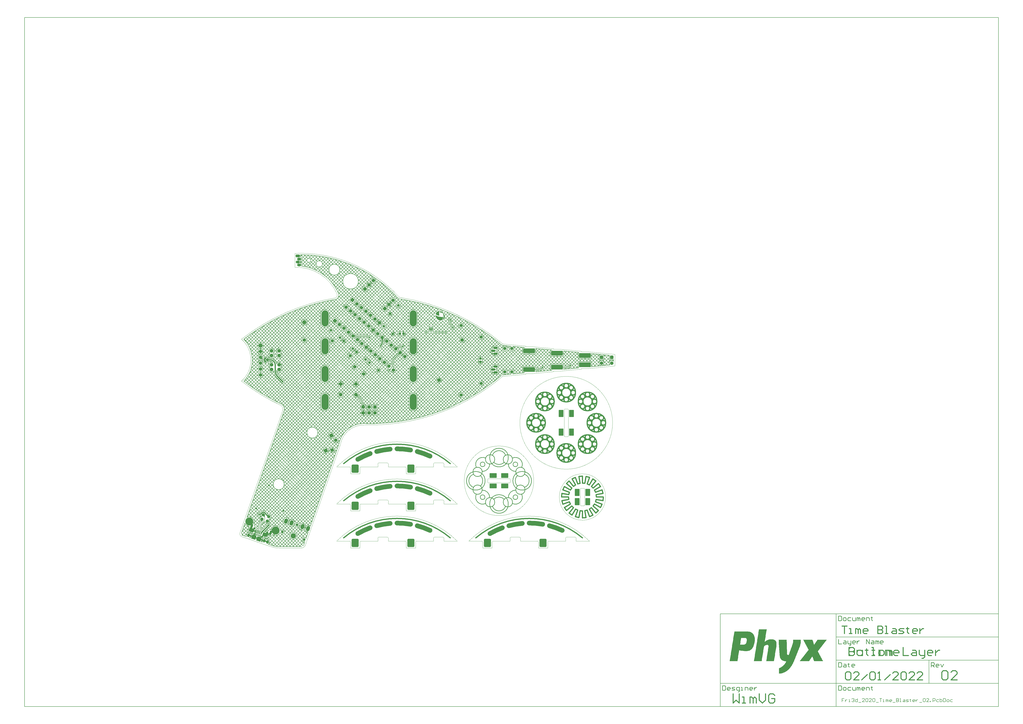
<source format=gbl>
G04*
G04 #@! TF.GenerationSoftware,Altium Limited,Altium Designer,22.0.2 (36)*
G04*
G04 Layer_Physical_Order=2*
G04 Layer_Color=3381759*
%FSLAX25Y25*%
%MOIN*%
G70*
G04*
G04 #@! TF.SameCoordinates,9300CD48-3008-460F-951F-6CAC255EBD8A*
G04*
G04*
G04 #@! TF.FilePolarity,Positive*
G04*
G01*
G75*
%ADD10C,0.00787*%
%ADD11C,0.00984*%
%ADD12C,0.00591*%
%ADD13C,0.01968*%
%ADD16C,0.01000*%
%ADD17C,0.01575*%
%ADD19C,0.00197*%
G04:AMPARAMS|DCode=27|XSize=196.85mil|YSize=78.74mil|CornerRadius=3.94mil|HoleSize=0mil|Usage=FLASHONLY|Rotation=0.000|XOffset=0mil|YOffset=0mil|HoleType=Round|Shape=RoundedRectangle|*
%AMROUNDEDRECTD27*
21,1,0.19685,0.07087,0,0,0.0*
21,1,0.18898,0.07874,0,0,0.0*
1,1,0.00787,0.09449,-0.03543*
1,1,0.00787,-0.09449,-0.03543*
1,1,0.00787,-0.09449,0.03543*
1,1,0.00787,0.09449,0.03543*
%
%ADD27ROUNDEDRECTD27*%
G04:AMPARAMS|DCode=29|XSize=137.8mil|YSize=118.11mil|CornerRadius=14.76mil|HoleSize=0mil|Usage=FLASHONLY|Rotation=90.000|XOffset=0mil|YOffset=0mil|HoleType=Round|Shape=RoundedRectangle|*
%AMROUNDEDRECTD29*
21,1,0.13780,0.08858,0,0,90.0*
21,1,0.10827,0.11811,0,0,90.0*
1,1,0.02953,0.04429,0.05413*
1,1,0.02953,0.04429,-0.05413*
1,1,0.02953,-0.04429,-0.05413*
1,1,0.02953,-0.04429,0.05413*
%
%ADD29ROUNDEDRECTD29*%
%ADD43C,0.05906*%
%ADD50C,0.06299*%
%ADD53C,0.06693*%
%ADD84C,0.07874*%
%ADD85C,0.05512*%
%ADD86C,0.03937*%
G04:AMPARAMS|DCode=87|XSize=39.37mil|YSize=62.99mil|CornerRadius=0mil|HoleSize=0mil|Usage=FLASHONLY|Rotation=341.000|XOffset=0mil|YOffset=0mil|HoleType=Round|Shape=Round|*
%AMOVALD87*
21,1,0.02362,0.03937,0.00000,0.00000,71.0*
1,1,0.03937,-0.00385,-0.01117*
1,1,0.03937,0.00385,0.01117*
%
%ADD87OVALD87*%

G04:AMPARAMS|DCode=88|XSize=39.37mil|YSize=82.68mil|CornerRadius=0mil|HoleSize=0mil|Usage=FLASHONLY|Rotation=341.000|XOffset=0mil|YOffset=0mil|HoleType=Round|Shape=Round|*
%AMOVALD88*
21,1,0.04331,0.03937,0.00000,0.00000,71.0*
1,1,0.03937,-0.00705,-0.02047*
1,1,0.03937,0.00705,0.02047*
%
%ADD88OVALD88*%

G04:AMPARAMS|DCode=89|XSize=61.02mil|YSize=35.43mil|CornerRadius=0mil|HoleSize=0mil|Usage=FLASHONLY|Rotation=251.000|XOffset=0mil|YOffset=0mil|HoleType=Round|Shape=Round|*
%AMOVALD89*
21,1,0.02559,0.03543,0.00000,0.00000,251.0*
1,1,0.03543,0.00417,0.01210*
1,1,0.03543,-0.00417,-0.01210*
%
%ADD89OVALD89*%

%ADD90O,0.07874X0.03937*%
%ADD91O,0.07874X0.03937*%
%ADD92P,0.08352X4X365.0*%
%ADD93C,0.06496*%
%ADD94R,0.06496X0.06496*%
%ADD95C,0.05591*%
%ADD96C,0.13583*%
%ADD97R,0.05906X0.05906*%
%ADD98R,0.05906X0.05906*%
%ADD99C,0.05906*%
%ADD100C,0.06000*%
%ADD101P,0.05568X4X185.0*%
G04:AMPARAMS|DCode=102|XSize=39.37mil|YSize=39.37mil|CornerRadius=9.84mil|HoleSize=0mil|Usage=FLASHONLY|Rotation=140.000|XOffset=0mil|YOffset=0mil|HoleType=Round|Shape=RoundedRectangle|*
%AMROUNDEDRECTD102*
21,1,0.03937,0.01968,0,0,140.0*
21,1,0.01968,0.03937,0,0,140.0*
1,1,0.01968,-0.00121,0.01387*
1,1,0.01968,0.01387,0.00121*
1,1,0.01968,0.00121,-0.01387*
1,1,0.01968,-0.01387,-0.00121*
%
%ADD102ROUNDEDRECTD102*%
%ADD103P,0.08352X4X95.0*%
%ADD104R,0.03937X0.03937*%
G04:AMPARAMS|DCode=105|XSize=39.37mil|YSize=39.37mil|CornerRadius=9.84mil|HoleSize=0mil|Usage=FLASHONLY|Rotation=0.000|XOffset=0mil|YOffset=0mil|HoleType=Round|Shape=RoundedRectangle|*
%AMROUNDEDRECTD105*
21,1,0.03937,0.01968,0,0,0.0*
21,1,0.01968,0.03937,0,0,0.0*
1,1,0.01968,0.00984,-0.00984*
1,1,0.01968,-0.00984,-0.00984*
1,1,0.01968,-0.00984,0.00984*
1,1,0.01968,0.00984,0.00984*
%
%ADD105ROUNDEDRECTD105*%
%ADD106C,0.04724*%
G04:AMPARAMS|DCode=107|XSize=90.55mil|YSize=62.99mil|CornerRadius=0mil|HoleSize=0mil|Usage=FLASHONLY|Rotation=71.000|XOffset=0mil|YOffset=0mil|HoleType=Round|Shape=Round|*
%AMOVALD107*
21,1,0.02756,0.06299,0.00000,0.00000,71.0*
1,1,0.06299,-0.00449,-0.01303*
1,1,0.06299,0.00449,0.01303*
%
%ADD107OVALD107*%

%ADD108C,0.09055*%
G04:AMPARAMS|DCode=109|XSize=39.37mil|YSize=39.37mil|CornerRadius=9.84mil|HoleSize=0mil|Usage=FLASHONLY|Rotation=270.000|XOffset=0mil|YOffset=0mil|HoleType=Round|Shape=RoundedRectangle|*
%AMROUNDEDRECTD109*
21,1,0.03937,0.01968,0,0,270.0*
21,1,0.01968,0.03937,0,0,270.0*
1,1,0.01968,-0.00984,-0.00984*
1,1,0.01968,-0.00984,0.00984*
1,1,0.01968,0.00984,0.00984*
1,1,0.01968,0.00984,-0.00984*
%
%ADD109ROUNDEDRECTD109*%
%ADD110R,0.03937X0.03937*%
G04:AMPARAMS|DCode=111|XSize=39.37mil|YSize=39.37mil|CornerRadius=9.84mil|HoleSize=0mil|Usage=FLASHONLY|Rotation=225.000|XOffset=0mil|YOffset=0mil|HoleType=Round|Shape=RoundedRectangle|*
%AMROUNDEDRECTD111*
21,1,0.03937,0.01968,0,0,225.0*
21,1,0.01968,0.03937,0,0,225.0*
1,1,0.01968,-0.01392,0.00000*
1,1,0.01968,0.00000,0.01392*
1,1,0.01968,0.01392,0.00000*
1,1,0.01968,0.00000,-0.01392*
%
%ADD111ROUNDEDRECTD111*%
%ADD112P,0.05568X4X270.0*%
%ADD113O,0.11811X0.27559*%
%ADD114O,0.07087X0.04528*%
G04:AMPARAMS|DCode=115|XSize=45.28mil|YSize=70.87mil|CornerRadius=11.32mil|HoleSize=0mil|Usage=FLASHONLY|Rotation=270.000|XOffset=0mil|YOffset=0mil|HoleType=Round|Shape=RoundedRectangle|*
%AMROUNDEDRECTD115*
21,1,0.04528,0.04823,0,0,270.0*
21,1,0.02264,0.07087,0,0,270.0*
1,1,0.02264,-0.02411,-0.01132*
1,1,0.02264,-0.02411,0.01132*
1,1,0.02264,0.02411,0.01132*
1,1,0.02264,0.02411,-0.01132*
%
%ADD115ROUNDEDRECTD115*%
G04:AMPARAMS|DCode=116|XSize=60mil|YSize=60mil|CornerRadius=15mil|HoleSize=0mil|Usage=FLASHONLY|Rotation=225.000|XOffset=0mil|YOffset=0mil|HoleType=Round|Shape=RoundedRectangle|*
%AMROUNDEDRECTD116*
21,1,0.06000,0.03000,0,0,225.0*
21,1,0.03000,0.06000,0,0,225.0*
1,1,0.03000,-0.02121,0.00000*
1,1,0.03000,0.00000,0.02121*
1,1,0.03000,0.02121,0.00000*
1,1,0.03000,0.00000,-0.02121*
%
%ADD116ROUNDEDRECTD116*%
G04:AMPARAMS|DCode=117|XSize=60mil|YSize=60mil|CornerRadius=15mil|HoleSize=0mil|Usage=FLASHONLY|Rotation=90.000|XOffset=0mil|YOffset=0mil|HoleType=Round|Shape=RoundedRectangle|*
%AMROUNDEDRECTD117*
21,1,0.06000,0.03000,0,0,90.0*
21,1,0.03000,0.06000,0,0,90.0*
1,1,0.03000,0.01500,0.01500*
1,1,0.03000,0.01500,-0.01500*
1,1,0.03000,-0.01500,-0.01500*
1,1,0.03000,-0.01500,0.01500*
%
%ADD117ROUNDEDRECTD117*%
%ADD118C,0.02756*%
%ADD119C,0.03937*%
%ADD120C,0.02165*%
G04:AMPARAMS|DCode=121|XSize=118.11mil|YSize=78.74mil|CornerRadius=3.94mil|HoleSize=0mil|Usage=FLASHONLY|Rotation=180.000|XOffset=0mil|YOffset=0mil|HoleType=Round|Shape=RoundedRectangle|*
%AMROUNDEDRECTD121*
21,1,0.11811,0.07087,0,0,180.0*
21,1,0.11024,0.07874,0,0,180.0*
1,1,0.00787,-0.05512,0.03543*
1,1,0.00787,0.05512,0.03543*
1,1,0.00787,0.05512,-0.03543*
1,1,0.00787,-0.05512,-0.03543*
%
%ADD121ROUNDEDRECTD121*%
G04:AMPARAMS|DCode=122|XSize=82.68mil|YSize=62.99mil|CornerRadius=0mil|HoleSize=0mil|Usage=FLASHONLY|Rotation=161.000|XOffset=0mil|YOffset=0mil|HoleType=Round|Shape=Rectangle|*
%AMROTATEDRECTD122*
4,1,4,0.04934,0.01632,0.02883,-0.04324,-0.04934,-0.01632,-0.02883,0.04324,0.04934,0.01632,0.0*
%
%ADD122ROTATEDRECTD122*%

%ADD123P,0.10579X4X206.0*%
G04:AMPARAMS|DCode=124|XSize=15.75mil|YSize=62.99mil|CornerRadius=0mil|HoleSize=0mil|Usage=FLASHONLY|Rotation=341.000|XOffset=0mil|YOffset=0mil|HoleType=Round|Shape=Rectangle|*
%AMROTATEDRECTD124*
4,1,4,-0.01770,-0.02722,0.00281,0.03234,0.01770,0.02722,-0.00281,-0.03234,-0.01770,-0.02722,0.0*
%
%ADD124ROTATEDRECTD124*%

%ADD125R,0.01575X0.03937*%
%ADD126C,0.01968*%
G04:AMPARAMS|DCode=127|XSize=118.11mil|YSize=78.74mil|CornerRadius=3.94mil|HoleSize=0mil|Usage=FLASHONLY|Rotation=90.000|XOffset=0mil|YOffset=0mil|HoleType=Round|Shape=RoundedRectangle|*
%AMROUNDEDRECTD127*
21,1,0.11811,0.07087,0,0,90.0*
21,1,0.11024,0.07874,0,0,90.0*
1,1,0.00787,0.03543,0.05512*
1,1,0.00787,0.03543,-0.05512*
1,1,0.00787,-0.03543,-0.05512*
1,1,0.00787,-0.03543,0.05512*
%
%ADD127ROUNDEDRECTD127*%
G36*
X347075Y402069D02*
X347074Y402000D01*
X347143Y402000D01*
X347143Y402068D01*
X347212Y402068D01*
X347211Y401999D01*
X347280Y401999D01*
X347280Y402067D01*
X347349Y402066D01*
X347348Y401998D01*
X347417Y401997D01*
X347417Y402066D01*
X348581Y402056D01*
X348581Y401987D01*
X348375Y401989D01*
X348375Y401921D01*
X348306Y401921D01*
X348307Y401990D01*
X348238Y401990D01*
X348238Y401922D01*
X348169Y401922D01*
X348169Y401854D01*
X348100Y401854D01*
X348100Y401786D01*
X348031Y401787D01*
X348030Y401718D01*
X347894Y401719D01*
X347893Y401651D01*
X347892Y401582D01*
X347824Y401583D01*
X347823Y401514D01*
X347755Y401515D01*
X347754Y401446D01*
X347686Y401447D01*
X347685Y401379D01*
X347617Y401379D01*
X347616Y401311D01*
X347548Y401311D01*
X347547Y401243D01*
X347615Y401242D01*
X347615Y401174D01*
X347546Y401174D01*
X347546Y401106D01*
X347477Y401107D01*
X347477Y401038D01*
X347408Y401039D01*
X347408Y400970D01*
X347407Y400902D01*
X347406Y400833D01*
X347338Y400834D01*
X347337Y400765D01*
X347337Y400697D01*
X347336Y400628D01*
X347268Y400629D01*
X347267Y400560D01*
X347336Y400560D01*
X347335Y400491D01*
X347267Y400492D01*
X347266Y400423D01*
X347265Y400355D01*
X347265Y400286D01*
X347196Y400287D01*
X347196Y400219D01*
X347195Y400150D01*
X347194Y400082D01*
X347126Y400082D01*
X347125Y400014D01*
X347194Y400013D01*
X347193Y399945D01*
X347125Y399945D01*
X347124Y399877D01*
X347193Y399876D01*
X347192Y399808D01*
X347124Y399808D01*
X347123Y399740D01*
X347122Y399671D01*
X347122Y399603D01*
X347121Y399535D01*
X347121Y399466D01*
X347120Y399397D01*
X347119Y399329D01*
X347051Y399330D01*
X347050Y399261D01*
X347119Y399260D01*
X347118Y399192D01*
X347050Y399193D01*
X347049Y399124D01*
X347117Y399124D01*
X347117Y399055D01*
X347048Y399056D01*
X347048Y398987D01*
X347116Y398987D01*
X347116Y398918D01*
X347047Y398919D01*
X347047Y398850D01*
X347115Y398850D01*
X347115Y398781D01*
X347046Y398782D01*
X347045Y398713D01*
X347114Y398713D01*
X347113Y398644D01*
X347045Y398645D01*
X347044Y398576D01*
X347113Y398576D01*
X347112Y398507D01*
X347044Y398508D01*
X347043Y398439D01*
X347112Y398439D01*
X347111Y398370D01*
X347110Y398302D01*
X347110Y398233D01*
X347109Y398165D01*
X347109Y398096D01*
X347108Y398028D01*
X347107Y397959D01*
X347107Y397891D01*
X347106Y397822D01*
X347175Y397822D01*
X347174Y397753D01*
X347106Y397754D01*
X347105Y397686D01*
X347174Y397685D01*
X347173Y397616D01*
X347104Y397617D01*
X347104Y397549D01*
X347172Y397548D01*
X347172Y397480D01*
X347103Y397480D01*
X347103Y397412D01*
X347171Y397411D01*
X347170Y397342D01*
X347170Y397274D01*
X347169Y397206D01*
X347169Y397137D01*
X347168Y397069D01*
X347237Y397068D01*
X347236Y397000D01*
X347167Y397000D01*
X347167Y396932D01*
X347235Y396931D01*
X347235Y396863D01*
X347234Y396794D01*
X347234Y396726D01*
X347233Y396657D01*
X347232Y396589D01*
X347301Y396588D01*
X347300Y396520D01*
X347232Y396520D01*
X347231Y396452D01*
X347300Y396451D01*
X347299Y396383D01*
X347299Y396314D01*
X347298Y396246D01*
X347297Y396177D01*
X347297Y396109D01*
X347365Y396108D01*
X347365Y396040D01*
X347364Y395971D01*
X347363Y395903D01*
X347432Y395902D01*
X347431Y395834D01*
X347363Y395834D01*
X347362Y395766D01*
X347431Y395765D01*
X347430Y395697D01*
X347362Y395697D01*
X347361Y395629D01*
X347429Y395628D01*
X347429Y395560D01*
X347428Y395491D01*
X347428Y395423D01*
X347496Y395422D01*
X347496Y395354D01*
X347495Y395285D01*
X347494Y395217D01*
X347563Y395216D01*
X347562Y395148D01*
X347494Y395148D01*
X347493Y395080D01*
X347562Y395079D01*
X347561Y395011D01*
X347493Y395011D01*
X347492Y394943D01*
X347561Y394942D01*
X347560Y394874D01*
X347559Y394805D01*
X347559Y394737D01*
X347627Y394736D01*
X347626Y394668D01*
X347626Y394599D01*
X347625Y394531D01*
X347694Y394530D01*
X347693Y394462D01*
X347625Y394462D01*
X347624Y394394D01*
X347693Y394393D01*
X347692Y394325D01*
X347691Y394256D01*
X347691Y394188D01*
X347622Y394188D01*
X347623Y394257D01*
X347554Y394257D01*
X347554Y394189D01*
X347485Y394190D01*
X347486Y394258D01*
X347281Y394260D01*
X347281Y394328D01*
X347213Y394329D01*
X347212Y394260D01*
X347144Y394261D01*
X347144Y394329D01*
X346802Y394332D01*
X346802Y394401D01*
X346734Y394402D01*
X346733Y394333D01*
X346665Y394334D01*
X346665Y394402D01*
X346597Y394403D01*
X346598Y394471D01*
X346529Y394472D01*
X346529Y394403D01*
X346460Y394404D01*
X346461Y394472D01*
X346118Y394475D01*
X346119Y394544D01*
X345913Y394546D01*
X345914Y394614D01*
X345572Y394617D01*
X345572Y394686D01*
X345367Y394687D01*
X345367Y394756D01*
X345025Y394759D01*
X345025Y394827D01*
X344957Y394828D01*
X344958Y394896D01*
X344889Y394897D01*
X344888Y394829D01*
X344820Y394829D01*
X344821Y394898D01*
X344615Y394899D01*
X344616Y394968D01*
X344547Y394968D01*
X344548Y395037D01*
X344479Y395038D01*
X344479Y394969D01*
X344410Y394970D01*
X344411Y395038D01*
X344205Y395040D01*
X344206Y395108D01*
X344001Y395110D01*
X344001Y395179D01*
X343796Y395181D01*
X343796Y395249D01*
X343728Y395250D01*
X343729Y395318D01*
X343660Y395319D01*
X343659Y395250D01*
X343591Y395251D01*
X343592Y395319D01*
X343386Y395321D01*
X343387Y395390D01*
X343318Y395390D01*
X343319Y395459D01*
X343113Y395460D01*
X343114Y395529D01*
X343046Y395529D01*
X343046Y395598D01*
X342841Y395600D01*
X342841Y395668D01*
X342773Y395669D01*
X342774Y395737D01*
X342568Y395739D01*
X342569Y395808D01*
X342500Y395808D01*
X342501Y395877D01*
X342432Y395877D01*
X342433Y395946D01*
X342364Y395946D01*
X342365Y396015D01*
X342160Y396017D01*
X342160Y396085D01*
X342092Y396086D01*
X342092Y396154D01*
X342024Y396155D01*
X342024Y396223D01*
X341956Y396224D01*
X341956Y396292D01*
X341888Y396293D01*
X341889Y396361D01*
X341820Y396362D01*
X341821Y396430D01*
X341752Y396431D01*
X341753Y396499D01*
X341684Y396500D01*
X341685Y396569D01*
X341686Y396637D01*
X341686Y396706D01*
X341618Y396706D01*
X341618Y396775D01*
X341550Y396775D01*
X341550Y396844D01*
X341551Y396912D01*
X341552Y396981D01*
X341483Y396981D01*
X341484Y397050D01*
X341552Y397049D01*
X341553Y397118D01*
X341484Y397118D01*
X341485Y397187D01*
X341553Y397186D01*
X341554Y397255D01*
X341486Y397255D01*
X341486Y397324D01*
X341487Y397392D01*
X341487Y397461D01*
X341556Y397460D01*
X341556Y397529D01*
X341488Y397529D01*
X341489Y397598D01*
X341557Y397597D01*
X341558Y397665D01*
X341558Y397734D01*
X341559Y397802D01*
X341627Y397802D01*
X341628Y397870D01*
X341696Y397870D01*
X341697Y397938D01*
X341629Y397939D01*
X341629Y398007D01*
X341698Y398007D01*
X341698Y398075D01*
X341699Y398144D01*
X341699Y398212D01*
X341768Y398212D01*
X341768Y398280D01*
X341837Y398279D01*
X341838Y398348D01*
X341769Y398348D01*
X341770Y398417D01*
X341838Y398416D01*
X341839Y398485D01*
X341839Y398553D01*
X341908Y398553D01*
X341908Y398621D01*
X341909Y398690D01*
X341977Y398689D01*
X341978Y398758D01*
X341979Y398826D01*
X341979Y398895D01*
X342048Y398894D01*
X342048Y398962D01*
X342117Y398962D01*
X342117Y399030D01*
X342049Y399031D01*
X342050Y399099D01*
X342118Y399099D01*
X342119Y399167D01*
X342187Y399167D01*
X342188Y399235D01*
X342256Y399235D01*
X342257Y399303D01*
X342257Y399371D01*
X342326Y399371D01*
X342326Y399439D01*
X342327Y399508D01*
X342395Y399507D01*
X342396Y399576D01*
X342465Y399575D01*
X342465Y399644D01*
X342534Y399643D01*
X342534Y399711D01*
X342535Y399780D01*
X342603Y399779D01*
X342604Y399848D01*
X342604Y399916D01*
X342673Y399916D01*
X342674Y399984D01*
X342742Y399984D01*
X342743Y400052D01*
X342811Y400051D01*
X342812Y400120D01*
X342880Y400119D01*
X342881Y400188D01*
X342949Y400187D01*
X342950Y400256D01*
X343018Y400255D01*
X343019Y400324D01*
X343087Y400323D01*
X343088Y400391D01*
X343157Y400391D01*
X343157Y400459D01*
X343226Y400459D01*
X343226Y400527D01*
X343295Y400527D01*
X343295Y400595D01*
X343364Y400595D01*
X343364Y400663D01*
X343433Y400662D01*
X343433Y400731D01*
X343502Y400730D01*
X343502Y400799D01*
X343571Y400798D01*
X343572Y400867D01*
X343640Y400866D01*
X343641Y400935D01*
X343709Y400934D01*
X343710Y401002D01*
X343915Y401001D01*
X343916Y401069D01*
X343984Y401068D01*
X343985Y401137D01*
X344190Y401135D01*
X344191Y401204D01*
X344259Y401203D01*
X344260Y401271D01*
X344328Y401271D01*
X344329Y401339D01*
X344534Y401338D01*
X344535Y401406D01*
X344603Y401405D01*
X344604Y401474D01*
X344810Y401472D01*
X344810Y401541D01*
X345016Y401539D01*
X345016Y401607D01*
X345085Y401607D01*
X345085Y401675D01*
X345154Y401675D01*
X345153Y401606D01*
X345222Y401606D01*
X345222Y401674D01*
X345428Y401672D01*
X345428Y401741D01*
X345497Y401740D01*
X345497Y401809D01*
X345566Y401808D01*
X345565Y401740D01*
X345634Y401739D01*
X345634Y401807D01*
X345840Y401806D01*
X345840Y401874D01*
X345909Y401873D01*
X345908Y401805D01*
X345977Y401804D01*
X345977Y401873D01*
X346046Y401872D01*
X346046Y401941D01*
X346115Y401940D01*
X346114Y401872D01*
X346183Y401871D01*
X346183Y401940D01*
X346663Y401935D01*
X346663Y402004D01*
X346732Y402003D01*
X346731Y401935D01*
X346800Y401934D01*
X346800Y402003D01*
X347006Y402001D01*
X347006Y402069D01*
X347075Y402069D01*
D02*
G37*
G36*
X349607Y401841D02*
X349606Y401773D01*
X349675Y401772D01*
X349675Y401841D01*
X349744Y401840D01*
X349743Y401772D01*
X350085Y401769D01*
X350085Y401700D01*
X350153Y401699D01*
X350154Y401768D01*
X350222Y401767D01*
X350222Y401699D01*
X350427Y401697D01*
X350427Y401629D01*
X350632Y401627D01*
X350631Y401558D01*
X350700Y401558D01*
X350701Y401626D01*
X350769Y401626D01*
X350768Y401557D01*
X350837Y401557D01*
X350836Y401488D01*
X350905Y401487D01*
X350905Y401556D01*
X350974Y401555D01*
X350973Y401487D01*
X351179Y401485D01*
X351178Y401417D01*
X351247Y401416D01*
X351246Y401347D01*
X351451Y401346D01*
X351451Y401277D01*
X351656Y401275D01*
X351656Y401207D01*
X351724Y401206D01*
X351724Y401138D01*
X351929Y401136D01*
X351928Y401068D01*
X352134Y401066D01*
X352133Y400997D01*
X352202Y400997D01*
X352201Y400928D01*
X352270Y400928D01*
X352269Y400859D01*
X352474Y400857D01*
X352474Y400789D01*
X352542Y400788D01*
X352542Y400720D01*
X352610Y400719D01*
X352610Y400651D01*
X352815Y400649D01*
X352815Y400581D01*
X352883Y400580D01*
X352882Y400511D01*
X352951Y400511D01*
X352950Y400442D01*
X353019Y400442D01*
X353018Y400373D01*
X353224Y400372D01*
X353223Y400303D01*
X353292Y400302D01*
X353291Y400234D01*
X353359Y400233D01*
X353359Y400165D01*
X353427Y400164D01*
X353427Y400096D01*
X353495Y400095D01*
X353495Y400027D01*
X353563Y400026D01*
X353562Y399958D01*
X353699Y399956D01*
X353699Y399888D01*
X353698Y399819D01*
X353904Y399818D01*
X353903Y399749D01*
X353902Y399681D01*
X354039Y399679D01*
X354039Y399611D01*
X354038Y399542D01*
X354175Y399541D01*
X354174Y399473D01*
X354174Y399404D01*
X354311Y399403D01*
X354310Y399335D01*
X354310Y399266D01*
X354447Y399265D01*
X354446Y399197D01*
X354446Y399128D01*
X354582Y399127D01*
X354582Y399058D01*
X354513Y399059D01*
X354513Y398991D01*
X354650Y398989D01*
X354649Y398921D01*
X354648Y398852D01*
X354717Y398852D01*
X354716Y398783D01*
X354785Y398783D01*
X354784Y398714D01*
X354853Y398714D01*
X354852Y398645D01*
X354921Y398645D01*
X354920Y398576D01*
X354989Y398575D01*
X354988Y398507D01*
X355056Y398506D01*
X355056Y398438D01*
X355055Y398370D01*
X355055Y398301D01*
X355123Y398300D01*
X355122Y398232D01*
X355191Y398231D01*
X355190Y398163D01*
X355259Y398162D01*
X355258Y398094D01*
X355327Y398093D01*
X355326Y398025D01*
X355395Y398024D01*
X355394Y397956D01*
X355393Y397887D01*
X355462Y397886D01*
X355461Y397818D01*
X355461Y397750D01*
X355529Y397749D01*
X355529Y397680D01*
X355597Y397680D01*
X355596Y397611D01*
X355596Y397543D01*
X355595Y397474D01*
X355664Y397474D01*
X355663Y397405D01*
X355732Y397405D01*
X355731Y397336D01*
X355800Y397336D01*
X355799Y397267D01*
X355798Y397199D01*
X355798Y397130D01*
X355866Y397130D01*
X355866Y397061D01*
X355934Y397061D01*
X355933Y396992D01*
X355933Y396924D01*
X355932Y396855D01*
X356001Y396855D01*
X356000Y396786D01*
X356069Y396785D01*
X356068Y396717D01*
X356067Y396649D01*
X356067Y396580D01*
X356135Y396579D01*
X356135Y396511D01*
X356203Y396510D01*
X356203Y396442D01*
X356202Y396373D01*
X356201Y396305D01*
X356270Y396304D01*
X356269Y396236D01*
X356338Y396235D01*
X356337Y396167D01*
X356269Y396167D01*
X356268Y396099D01*
X356200Y396099D01*
X356200Y396168D01*
X356132Y396169D01*
X356132Y396237D01*
X356064Y396238D01*
X356064Y396306D01*
X355996Y396307D01*
X355997Y396375D01*
X355928Y396376D01*
X355929Y396444D01*
X355860Y396445D01*
X355861Y396513D01*
X355861Y396582D01*
X355793Y396582D01*
X355793Y396651D01*
X355725Y396652D01*
X355726Y396720D01*
X355657Y396721D01*
X355658Y396789D01*
X355658Y396858D01*
X355521Y396859D01*
X355522Y396927D01*
X355523Y396996D01*
X355386Y396997D01*
X355386Y397065D01*
X355387Y397134D01*
X355318Y397134D01*
X355319Y397203D01*
X355251Y397203D01*
X355251Y397272D01*
X355114Y397273D01*
X355115Y397342D01*
X355115Y397410D01*
X354978Y397411D01*
X354979Y397480D01*
X354910Y397480D01*
X354911Y397549D01*
X354774Y397550D01*
X354775Y397619D01*
X354706Y397619D01*
X354707Y397688D01*
X354638Y397688D01*
X354639Y397757D01*
X354570Y397757D01*
X354571Y397826D01*
X354503Y397826D01*
X354503Y397895D01*
X354435Y397896D01*
X354435Y397964D01*
X354230Y397966D01*
X354230Y398034D01*
X354162Y398035D01*
X354163Y398103D01*
X354094Y398104D01*
X354095Y398172D01*
X354026Y398173D01*
X354027Y398241D01*
X353821Y398243D01*
X353822Y398312D01*
X353753Y398312D01*
X353754Y398381D01*
X353686Y398381D01*
X353686Y398450D01*
X353618Y398450D01*
X353618Y398519D01*
X353413Y398521D01*
X353414Y398589D01*
X353345Y398590D01*
X353346Y398658D01*
X353140Y398660D01*
X353141Y398729D01*
X353072Y398729D01*
X353073Y398798D01*
X352867Y398799D01*
X352868Y398868D01*
X352800Y398868D01*
X352800Y398937D01*
X352732Y398938D01*
X352731Y398869D01*
X352663Y398870D01*
X352663Y398938D01*
X352595Y398939D01*
X352595Y399007D01*
X352527Y399008D01*
X352527Y399076D01*
X352459Y399077D01*
X352458Y399008D01*
X352390Y399009D01*
X352391Y399078D01*
X352185Y399079D01*
X352186Y399148D01*
X352117Y399148D01*
X352118Y399217D01*
X351912Y399219D01*
X351913Y399287D01*
X351708Y399289D01*
X351708Y399357D01*
X351503Y399359D01*
X351503Y399428D01*
X351298Y399429D01*
X351298Y399498D01*
X351093Y399500D01*
X351094Y399568D01*
X350888Y399570D01*
X350889Y399639D01*
X350683Y399640D01*
X350684Y399709D01*
X350615Y399709D01*
X350615Y399641D01*
X350546Y399641D01*
X350547Y399710D01*
X350478Y399711D01*
X350479Y399779D01*
X350411Y399780D01*
X350410Y399711D01*
X350341Y399712D01*
X350342Y399780D01*
X350000Y399783D01*
X350000Y399852D01*
X349932Y399852D01*
X349931Y399784D01*
X349863Y399784D01*
X349863Y399853D01*
X349795Y399853D01*
X349795Y399922D01*
X349727Y399923D01*
X349726Y399854D01*
X349658Y399855D01*
X349658Y399923D01*
X349590Y399924D01*
X349589Y399855D01*
X349521Y399856D01*
X349521Y399924D01*
X349453Y399925D01*
X349452Y399857D01*
X349384Y399857D01*
X349385Y399926D01*
X349316Y399926D01*
X349316Y399858D01*
X349247Y399858D01*
X349248Y399927D01*
X349179Y399927D01*
X349179Y399859D01*
X349110Y399859D01*
X349111Y399928D01*
X349042Y399929D01*
X349042Y399860D01*
X348973Y399861D01*
X348974Y399929D01*
X348905Y399930D01*
X348905Y399861D01*
X348836Y399862D01*
X348835Y399793D01*
X348767Y399794D01*
X348768Y399863D01*
X348699Y399863D01*
X348699Y399795D01*
X348493Y399796D01*
X348493Y399728D01*
X348424Y399728D01*
X348424Y399660D01*
X348355Y399661D01*
X348354Y399592D01*
X348286Y399593D01*
X348285Y399524D01*
X348217Y399525D01*
X348217Y399593D01*
X348218Y399662D01*
X348219Y399730D01*
X348219Y399799D01*
X348220Y399867D01*
X348288Y399867D01*
X348289Y399935D01*
X348220Y399936D01*
X348221Y400004D01*
X348289Y400004D01*
X348290Y400072D01*
X348222Y400073D01*
X348222Y400141D01*
X348291Y400141D01*
X348291Y400209D01*
X348292Y400278D01*
X348292Y400346D01*
X348361Y400345D01*
X348362Y400414D01*
X348362Y400482D01*
X348363Y400551D01*
X348431Y400550D01*
X348432Y400619D01*
X348363Y400619D01*
X348364Y400688D01*
X348432Y400687D01*
X348433Y400756D01*
X348434Y400824D01*
X348502Y400824D01*
X348503Y400892D01*
X348503Y400961D01*
X348572Y400960D01*
X348572Y401028D01*
X348573Y401097D01*
X348573Y401165D01*
X348642Y401165D01*
X348643Y401233D01*
X348711Y401233D01*
X348712Y401301D01*
X348712Y401370D01*
X348849Y401369D01*
X348850Y401437D01*
X348850Y401505D01*
X348987Y401504D01*
X348988Y401573D01*
X348989Y401641D01*
X349126Y401640D01*
X349126Y401709D01*
X349195Y401708D01*
X349195Y401776D01*
X349538Y401773D01*
X349538Y401842D01*
X349607Y401841D01*
D02*
G37*
G36*
X353613Y397903D02*
X353612Y397834D01*
X353681Y397834D01*
X353680Y397765D01*
X353749Y397764D01*
X353748Y397696D01*
X353954Y397694D01*
X353953Y397626D01*
X354021Y397625D01*
X354021Y397557D01*
X354089Y397556D01*
X354089Y397488D01*
X354294Y397486D01*
X354294Y397417D01*
X354362Y397417D01*
X354361Y397348D01*
X354430Y397348D01*
X354429Y397279D01*
X354498Y397279D01*
X354497Y397210D01*
X354566Y397210D01*
X354565Y397141D01*
X354634Y397140D01*
X354633Y397072D01*
X354838Y397070D01*
X354838Y397002D01*
X354906Y397001D01*
X354906Y396933D01*
X354974Y396932D01*
X354974Y396864D01*
X355042Y396863D01*
X355041Y396794D01*
X355110Y396794D01*
X355109Y396725D01*
X355178Y396725D01*
X355177Y396656D01*
X355246Y396656D01*
X355245Y396587D01*
X355314Y396587D01*
X355313Y396518D01*
X355381Y396517D01*
X355381Y396449D01*
X355449Y396448D01*
X355449Y396380D01*
X355517Y396379D01*
X355517Y396311D01*
X355585Y396310D01*
X355585Y396242D01*
X355653Y396241D01*
X355652Y396173D01*
X355721Y396172D01*
X355720Y396104D01*
X355789Y396103D01*
X355788Y396035D01*
X355720Y396035D01*
X355719Y395967D01*
X355856Y395966D01*
X355855Y395897D01*
X355855Y395829D01*
X355923Y395828D01*
X355923Y395760D01*
X355991Y395759D01*
X355991Y395690D01*
X356059Y395690D01*
X356059Y395621D01*
X356127Y395621D01*
X356126Y395552D01*
X356195Y395552D01*
X356194Y395483D01*
X356126Y395484D01*
X356125Y395415D01*
X356194Y395415D01*
X356193Y395346D01*
X356261Y395346D01*
X356261Y395277D01*
X356329Y395276D01*
X356329Y395208D01*
X356260Y395209D01*
X356260Y395140D01*
X356328Y395140D01*
X356328Y395071D01*
X356396Y395071D01*
X356396Y395002D01*
X356464Y395001D01*
X356463Y394933D01*
X356463Y394865D01*
X356462Y394796D01*
X356531Y394795D01*
X356530Y394727D01*
X356529Y394658D01*
X356529Y394590D01*
X356597Y394589D01*
X356597Y394521D01*
X356596Y394452D01*
X356595Y394384D01*
X356664Y394383D01*
X356663Y394315D01*
X356663Y394246D01*
X356662Y394178D01*
X356731Y394177D01*
X356730Y394109D01*
X356730Y394040D01*
X356729Y393972D01*
X356797Y393971D01*
X356797Y393903D01*
X356728Y393903D01*
X356728Y393835D01*
X356796Y393834D01*
X356796Y393766D01*
X356795Y393697D01*
X356794Y393629D01*
X356794Y393560D01*
X356793Y393492D01*
X356862Y393491D01*
X356861Y393423D01*
X356793Y393423D01*
X356792Y393355D01*
X356860Y393354D01*
X356860Y393286D01*
X356791Y393286D01*
X356791Y393218D01*
X356859Y393217D01*
X356859Y393149D01*
X356858Y393080D01*
X356857Y393012D01*
X356789Y393012D01*
X356788Y392944D01*
X356857Y392944D01*
X356856Y392875D01*
X356856Y392807D01*
X356855Y392738D01*
X356787Y392739D01*
X356786Y392670D01*
X356855Y392670D01*
X356854Y392601D01*
X356785Y392602D01*
X356785Y392533D01*
X356853Y392533D01*
X356853Y392464D01*
X356784Y392465D01*
X356784Y392396D01*
X356852Y392396D01*
X356852Y392327D01*
X356783Y392328D01*
X356783Y392259D01*
X356782Y392191D01*
X356781Y392122D01*
X356781Y392054D01*
X356780Y391985D01*
X356712Y391986D01*
X356711Y391917D01*
X356710Y391849D01*
X356710Y391780D01*
X356709Y391712D01*
X356709Y391644D01*
X356640Y391644D01*
X356640Y391576D01*
X356708Y391575D01*
X356707Y391507D01*
X356639Y391507D01*
X356638Y391439D01*
X356638Y391370D01*
X356637Y391302D01*
X356569Y391302D01*
X356568Y391234D01*
X356568Y391165D01*
X356567Y391097D01*
X356498Y391097D01*
X356498Y391029D01*
X356566Y391028D01*
X356566Y390960D01*
X356497Y390961D01*
X356497Y390892D01*
X356496Y390824D01*
X356428Y390824D01*
X356427Y390756D01*
X356426Y390687D01*
X356358Y390688D01*
X356357Y390619D01*
X356426Y390619D01*
X356425Y390550D01*
X356357Y390551D01*
X356356Y390482D01*
X356356Y390414D01*
X356287Y390415D01*
X356286Y390346D01*
X356286Y390278D01*
X356217Y390278D01*
X356217Y390210D01*
X356285Y390209D01*
X356285Y390141D01*
X356216Y390141D01*
X356216Y390073D01*
X356147Y390073D01*
X356146Y390005D01*
X356078Y390005D01*
X356077Y389937D01*
X356146Y389936D01*
X356145Y389868D01*
X356077Y389868D01*
X356076Y389800D01*
X356008Y389801D01*
X356007Y389732D01*
X355939Y389733D01*
X355938Y389664D01*
X356007Y389664D01*
X356006Y389595D01*
X355937Y389596D01*
X355937Y389527D01*
X355868Y389528D01*
X355868Y389459D01*
X355799Y389460D01*
X355799Y389391D01*
X355867Y389391D01*
X355867Y389322D01*
X355798Y389323D01*
X355797Y389254D01*
X355729Y389255D01*
X355728Y389187D01*
X355660Y389187D01*
X355659Y389119D01*
X355659Y389050D01*
X355590Y389051D01*
X355590Y388982D01*
X355589Y388914D01*
X355521Y388914D01*
X355520Y388846D01*
X355451Y388847D01*
X355451Y388778D01*
X355382Y388779D01*
X355382Y388710D01*
X355313Y388711D01*
X355313Y388642D01*
X355244Y388643D01*
X355244Y388575D01*
X355312Y388574D01*
X355311Y388505D01*
X355175Y388507D01*
X355174Y388438D01*
X355173Y388370D01*
X355105Y388370D01*
X355104Y388302D01*
X355036Y388302D01*
X355035Y388234D01*
X354967Y388234D01*
X354966Y388166D01*
X354898Y388167D01*
X354897Y388098D01*
X354829Y388099D01*
X354828Y388030D01*
X354760Y388031D01*
X354759Y387962D01*
X354690Y387963D01*
X354690Y387895D01*
X354621Y387895D01*
X354621Y387827D01*
X354552Y387827D01*
X354552Y387759D01*
X354483Y387759D01*
X354483Y387691D01*
X354414Y387691D01*
X354414Y387623D01*
X354345Y387624D01*
X354344Y387555D01*
X354207Y387556D01*
X354207Y387488D01*
X354206Y387419D01*
X354001Y387421D01*
X354000Y387353D01*
X353932Y387353D01*
X353931Y387285D01*
X353863Y387285D01*
X353862Y387217D01*
X353794Y387217D01*
X353793Y387149D01*
X353588Y387151D01*
X353587Y387082D01*
X353519Y387083D01*
X353518Y387014D01*
X353381Y387016D01*
X353380Y386947D01*
X353243Y386948D01*
X353243Y386880D01*
X353174Y386880D01*
X353174Y386812D01*
X353105Y386813D01*
X353106Y386881D01*
X353037Y386882D01*
X353037Y386813D01*
X352968Y386814D01*
X352968Y386745D01*
X352762Y386747D01*
X352762Y386679D01*
X352693Y386679D01*
X352693Y386611D01*
X352556Y386612D01*
X352556Y386680D01*
X352693Y386679D01*
X352694Y386748D01*
X352694Y386816D01*
X352763Y386816D01*
X352764Y386884D01*
X352764Y386952D01*
X352833Y386952D01*
X352833Y387020D01*
X352902Y387020D01*
X352902Y387088D01*
X352971Y387088D01*
X352971Y387156D01*
X353040Y387156D01*
X353040Y387224D01*
X353109Y387224D01*
X353109Y387292D01*
X353041Y387293D01*
X353042Y387361D01*
X353110Y387360D01*
X353111Y387429D01*
X353179Y387428D01*
X353180Y387497D01*
X353248Y387496D01*
X353249Y387565D01*
X353317Y387564D01*
X353318Y387632D01*
X353319Y387701D01*
X353319Y387770D01*
X353387Y387769D01*
X353388Y387837D01*
X353457Y387837D01*
X353457Y387905D01*
X353526Y387905D01*
X353526Y387973D01*
X353458Y387974D01*
X353458Y388042D01*
X353527Y388042D01*
X353527Y388110D01*
X353596Y388109D01*
X353596Y388178D01*
X353665Y388177D01*
X353666Y388246D01*
X353666Y388314D01*
X353735Y388314D01*
X353735Y388382D01*
X353736Y388451D01*
X353804Y388450D01*
X353805Y388519D01*
X353806Y388587D01*
X353806Y388655D01*
X353875Y388655D01*
X353875Y388723D01*
X353944Y388723D01*
X353944Y388791D01*
X353876Y388792D01*
X353876Y388860D01*
X353945Y388860D01*
X353945Y388928D01*
X354014Y388928D01*
X354015Y388996D01*
X354015Y389065D01*
X354016Y389133D01*
X354084Y389132D01*
X354085Y389201D01*
X354085Y389269D01*
X354154Y389269D01*
X354154Y389337D01*
X354155Y389406D01*
X354224Y389405D01*
X354224Y389474D01*
X354156Y389474D01*
X354156Y389543D01*
X354225Y389542D01*
X354225Y389611D01*
X354294Y389610D01*
X354294Y389679D01*
X354295Y389747D01*
X354296Y389815D01*
X354364Y389815D01*
X354365Y389883D01*
X354296Y389884D01*
X354297Y389952D01*
X354365Y389952D01*
X354366Y390020D01*
X354434Y390020D01*
X354435Y390088D01*
X354436Y390157D01*
X354436Y390225D01*
X354505Y390225D01*
X354505Y390293D01*
X354437Y390294D01*
X354437Y390362D01*
X354506Y390361D01*
X354506Y390430D01*
X354507Y390498D01*
X354508Y390567D01*
X354576Y390566D01*
X354577Y390635D01*
X354508Y390635D01*
X354509Y390704D01*
X354577Y390703D01*
X354578Y390772D01*
X354646Y390771D01*
X354647Y390840D01*
X354579Y390840D01*
X354579Y390909D01*
X354648Y390908D01*
X354648Y390977D01*
X354580Y390977D01*
X354580Y391046D01*
X354649Y391045D01*
X354649Y391114D01*
X354650Y391182D01*
X354651Y391251D01*
X354651Y391319D01*
X354652Y391388D01*
X354720Y391387D01*
X354721Y391455D01*
X354721Y391524D01*
X354722Y391592D01*
X354723Y391661D01*
X354723Y391729D01*
X354792Y391729D01*
X354792Y391797D01*
X354724Y391798D01*
X354725Y391866D01*
X354793Y391866D01*
X354794Y391934D01*
X354725Y391935D01*
X354726Y392003D01*
X354794Y392003D01*
X354795Y392071D01*
X354726Y392072D01*
X354727Y392140D01*
X354795Y392140D01*
X354796Y392208D01*
X354728Y392209D01*
X354728Y392277D01*
X354797Y392277D01*
X354797Y392345D01*
X354798Y392413D01*
X354798Y392482D01*
X354730Y392483D01*
X354731Y392551D01*
X354799Y392550D01*
X354800Y392619D01*
X354800Y392687D01*
X354801Y392756D01*
X354801Y392824D01*
X354802Y392893D01*
X354802Y392961D01*
X354803Y393030D01*
X354735Y393031D01*
X354735Y393099D01*
X354804Y393098D01*
X354804Y393167D01*
X354736Y393167D01*
X354736Y393236D01*
X354805Y393235D01*
X354805Y393304D01*
X354737Y393304D01*
X354738Y393373D01*
X354806Y393372D01*
X354807Y393441D01*
X354738Y393441D01*
X354739Y393510D01*
X354807Y393509D01*
X354808Y393578D01*
X354739Y393578D01*
X354740Y393647D01*
X354808Y393646D01*
X354809Y393715D01*
X354741Y393715D01*
X354741Y393784D01*
X354742Y393852D01*
X354742Y393921D01*
X354743Y393989D01*
X354744Y394058D01*
X354675Y394058D01*
X354676Y394127D01*
X354676Y394195D01*
X354677Y394264D01*
X354608Y394264D01*
X354609Y394333D01*
X354678Y394332D01*
X354678Y394401D01*
X354610Y394401D01*
X354610Y394470D01*
X354679Y394469D01*
X354679Y394538D01*
X354611Y394538D01*
X354611Y394607D01*
X354680Y394606D01*
X354680Y394675D01*
X354612Y394675D01*
X354613Y394744D01*
X354544Y394744D01*
X354545Y394813D01*
X354545Y394881D01*
X354546Y394950D01*
X354478Y394950D01*
X354478Y395019D01*
X354547Y395018D01*
X354547Y395087D01*
X354479Y395087D01*
X354479Y395156D01*
X354480Y395224D01*
X354481Y395293D01*
X354412Y395293D01*
X354413Y395362D01*
X354413Y395430D01*
X354414Y395499D01*
X354345Y395499D01*
X354346Y395568D01*
X354414Y395567D01*
X354415Y395636D01*
X354346Y395636D01*
X354347Y395705D01*
X354348Y395773D01*
X354348Y395842D01*
X354280Y395842D01*
X354280Y395911D01*
X354212Y395911D01*
X354212Y395980D01*
X354281Y395979D01*
X354282Y396048D01*
X354213Y396048D01*
X354214Y396117D01*
X354145Y396117D01*
X354146Y396186D01*
X354146Y396254D01*
X354147Y396323D01*
X354079Y396323D01*
X354079Y396392D01*
X354080Y396460D01*
X354080Y396529D01*
X354012Y396530D01*
X354012Y396598D01*
X353944Y396599D01*
X353945Y396667D01*
X354013Y396666D01*
X354014Y396735D01*
X353945Y396736D01*
X353946Y396804D01*
X353877Y396805D01*
X353878Y396873D01*
X353878Y396942D01*
X353879Y397010D01*
X353811Y397011D01*
X353811Y397079D01*
X353743Y397080D01*
X353743Y397148D01*
X353675Y397149D01*
X353676Y397217D01*
X353744Y397217D01*
X353745Y397285D01*
X353676Y397286D01*
X353677Y397354D01*
X353608Y397355D01*
X353609Y397423D01*
X353609Y397492D01*
X353610Y397560D01*
X353541Y397561D01*
X353542Y397629D01*
X353474Y397630D01*
X353474Y397698D01*
X353406Y397699D01*
X353406Y397767D01*
X353475Y397767D01*
X353475Y397835D01*
X353407Y397836D01*
X353408Y397904D01*
X353613Y397903D01*
D02*
G37*
G36*
X356404Y396029D02*
X356404Y395961D01*
X356403Y395892D01*
X356266Y395893D01*
X356267Y395962D01*
X356335Y395961D01*
X356336Y396030D01*
X356404Y396029D01*
D02*
G37*
G36*
X341265Y395545D02*
X341265Y395477D01*
X341333Y395476D01*
X341332Y395407D01*
X341401Y395407D01*
X341400Y395338D01*
X341400Y395270D01*
X341468Y395269D01*
X341468Y395201D01*
X341467Y395132D01*
X341535Y395132D01*
X341535Y395063D01*
X341603Y395063D01*
X341603Y394994D01*
X341671Y394993D01*
X341671Y394925D01*
X341739Y394924D01*
X341739Y394856D01*
X341807Y394855D01*
X341806Y394787D01*
X341875Y394786D01*
X341874Y394718D01*
X341943Y394717D01*
X341942Y394649D01*
X342011Y394648D01*
X342010Y394580D01*
X342215Y394578D01*
X342215Y394509D01*
X342214Y394441D01*
X342351Y394440D01*
X342351Y394371D01*
X342419Y394371D01*
X342419Y394302D01*
X342555Y394301D01*
X342555Y394233D01*
X342692Y394231D01*
X342691Y394163D01*
X342760Y394162D01*
X342759Y394094D01*
X342896Y394092D01*
X342896Y394024D01*
X343033Y394023D01*
X343032Y393954D01*
X343100Y393954D01*
X343100Y393885D01*
X343305Y393883D01*
X343305Y393815D01*
X343373Y393814D01*
X343372Y393746D01*
X343578Y393744D01*
X343577Y393676D01*
X343783Y393674D01*
X343782Y393605D01*
X343988Y393604D01*
X343987Y393535D01*
X344056Y393535D01*
X344055Y393466D01*
X344123Y393465D01*
X344124Y393534D01*
X344192Y393533D01*
X344192Y393465D01*
X344397Y393463D01*
X344397Y393395D01*
X344465Y393394D01*
X344465Y393325D01*
X344807Y393322D01*
X344806Y393254D01*
X344875Y393253D01*
X344874Y393185D01*
X344943Y393184D01*
X344943Y393253D01*
X345012Y393252D01*
X345011Y393184D01*
X345217Y393182D01*
X345216Y393113D01*
X345422Y393112D01*
X345421Y393043D01*
X345763Y393040D01*
X345763Y392972D01*
X345968Y392970D01*
X345968Y392901D01*
X346310Y392899D01*
X346309Y392830D01*
X346515Y392828D01*
X346514Y392760D01*
X346583Y392759D01*
X346583Y392828D01*
X346652Y392827D01*
X346651Y392759D01*
X346993Y392756D01*
X346993Y392687D01*
X347061Y392687D01*
X347062Y392755D01*
X347130Y392754D01*
X347130Y392686D01*
X347335Y392684D01*
X347335Y392616D01*
X347403Y392615D01*
X347404Y392684D01*
X347472Y392683D01*
X347472Y392614D01*
X347677Y392613D01*
X347676Y392544D01*
X347745Y392544D01*
X347746Y392612D01*
X347814Y392612D01*
X347814Y392543D01*
X347882Y392542D01*
X347883Y392611D01*
X347951Y392610D01*
X347950Y392542D01*
X348019Y392541D01*
X348018Y392473D01*
X348087Y392472D01*
X348087Y392541D01*
X348156Y392540D01*
X348155Y392472D01*
X348772Y392466D01*
X348771Y392398D01*
X348839Y392397D01*
X348840Y392465D01*
X348909Y392465D01*
X348908Y392396D01*
X349113Y392395D01*
X349113Y392326D01*
X349181Y392326D01*
X349182Y392394D01*
X349250Y392393D01*
X349250Y392325D01*
X349318Y392324D01*
X349319Y392393D01*
X349387Y392392D01*
X349387Y392324D01*
X349729Y392321D01*
X349728Y392252D01*
X349797Y392252D01*
X349798Y392320D01*
X349866Y392320D01*
X349866Y392251D01*
X350071Y392249D01*
X350070Y392181D01*
X350139Y392180D01*
X350139Y392249D01*
X350208Y392248D01*
X350207Y392180D01*
X350276Y392179D01*
X350276Y392248D01*
X350345Y392247D01*
X350344Y392179D01*
X350824Y392174D01*
X350823Y392106D01*
X350891Y392105D01*
X350892Y392174D01*
X350960Y392173D01*
X350960Y392105D01*
X351165Y392103D01*
X351165Y392034D01*
X351233Y392034D01*
X351234Y392102D01*
X351302Y392102D01*
X351302Y392033D01*
X351370Y392033D01*
X351371Y392101D01*
X351439Y392100D01*
X351439Y392032D01*
X351507Y392031D01*
X351508Y392100D01*
X351576Y392099D01*
X351576Y392031D01*
X351781Y392029D01*
X351782Y392097D01*
X351850Y392097D01*
X351850Y392028D01*
X352329Y392024D01*
X352329Y392093D01*
X352398Y392092D01*
X352397Y392024D01*
X352466Y392023D01*
X352467Y392091D01*
X352535Y392091D01*
X352534Y392022D01*
X352603Y392022D01*
X352603Y392090D01*
X352809Y392089D01*
X352810Y392157D01*
X353152Y392154D01*
X353152Y392222D01*
X353221Y392222D01*
X353222Y392290D01*
X353427Y392288D01*
X353428Y392357D01*
X353496Y392356D01*
X353497Y392425D01*
X353634Y392424D01*
X353634Y392492D01*
X353635Y392561D01*
X353772Y392560D01*
X353772Y392628D01*
X353773Y392696D01*
X353841Y392696D01*
X353842Y392764D01*
X353910Y392764D01*
X353911Y392832D01*
X353980Y392832D01*
X353980Y392900D01*
X353981Y392969D01*
X353981Y393037D01*
X354050Y393036D01*
X354049Y392968D01*
X354118Y392967D01*
X354117Y392899D01*
X354049Y392899D01*
X354048Y392831D01*
X354117Y392830D01*
X354116Y392762D01*
X354047Y392762D01*
X354047Y392694D01*
X354115Y392693D01*
X354115Y392625D01*
X354046Y392626D01*
X354046Y392557D01*
X354045Y392489D01*
X354045Y392420D01*
X354044Y392352D01*
X354043Y392283D01*
X354043Y392215D01*
X354042Y392146D01*
X354042Y392078D01*
X354041Y392009D01*
X353972Y392010D01*
X353972Y391941D01*
X353971Y391873D01*
X353971Y391804D01*
X353970Y391736D01*
X353969Y391668D01*
X353969Y391599D01*
X353968Y391530D01*
X353900Y391531D01*
X353899Y391463D01*
X353968Y391462D01*
X353967Y391393D01*
X353899Y391394D01*
X353898Y391326D01*
X353966Y391325D01*
X353966Y391257D01*
X353897Y391257D01*
X353897Y391189D01*
X353896Y391120D01*
X353896Y391052D01*
X353895Y390983D01*
X353894Y390915D01*
X353826Y390915D01*
X353825Y390847D01*
X353825Y390778D01*
X353824Y390710D01*
X353823Y390641D01*
X353823Y390573D01*
X353754Y390574D01*
X353754Y390505D01*
X353822Y390505D01*
X353822Y390436D01*
X353753Y390437D01*
X353753Y390368D01*
X353752Y390300D01*
X353751Y390231D01*
X353683Y390232D01*
X353682Y390163D01*
X353682Y390095D01*
X353681Y390026D01*
X353613Y390027D01*
X353612Y389958D01*
X353681Y389958D01*
X353680Y389889D01*
X353611Y389890D01*
X353611Y389822D01*
X353610Y389753D01*
X353610Y389685D01*
X353541Y389685D01*
X353541Y389617D01*
X353540Y389548D01*
X353539Y389480D01*
X353471Y389480D01*
X353470Y389412D01*
X353539Y389411D01*
X353538Y389343D01*
X353470Y389343D01*
X353469Y389275D01*
X353401Y389276D01*
X353400Y389207D01*
X353399Y389139D01*
X353399Y389070D01*
X353330Y389071D01*
X353330Y389002D01*
X353329Y388934D01*
X353329Y388865D01*
X353260Y388866D01*
X353259Y388797D01*
X353191Y388798D01*
X353190Y388729D01*
X353259Y388729D01*
X353258Y388660D01*
X353190Y388661D01*
X353189Y388592D01*
X353121Y388593D01*
X353120Y388525D01*
X353052Y388525D01*
X353051Y388457D01*
X353120Y388456D01*
X353119Y388388D01*
X353050Y388388D01*
X353050Y388320D01*
X352981Y388320D01*
X352981Y388252D01*
X352980Y388183D01*
X352980Y388115D01*
X352911Y388116D01*
X352911Y388047D01*
X352842Y388048D01*
X352841Y387979D01*
X352773Y387980D01*
X352772Y387911D01*
X352772Y387843D01*
X352703Y387843D01*
X352703Y387775D01*
X352702Y387706D01*
X352634Y387707D01*
X352633Y387638D01*
X352565Y387639D01*
X352564Y387571D01*
X352496Y387571D01*
X352495Y387503D01*
X352494Y387434D01*
X352357Y387436D01*
X352357Y387367D01*
X352356Y387298D01*
X352288Y387299D01*
X352287Y387231D01*
X352287Y387162D01*
X352150Y387163D01*
X352149Y387095D01*
X352148Y387026D01*
X352011Y387028D01*
X352011Y386959D01*
X352010Y386891D01*
X351805Y386892D01*
X351804Y386824D01*
X351736Y386824D01*
X351735Y386756D01*
X351667Y386757D01*
X351666Y386688D01*
X351597Y386689D01*
X351597Y386620D01*
X351391Y386622D01*
X351391Y386554D01*
X351322Y386554D01*
X351322Y386486D01*
X351116Y386488D01*
X351116Y386419D01*
X351047Y386420D01*
X351047Y386351D01*
X350704Y386354D01*
X350704Y386286D01*
X350498Y386287D01*
X350498Y386219D01*
X350429Y386220D01*
X350430Y386288D01*
X350361Y386289D01*
X350361Y386220D01*
X349744Y386226D01*
X349744Y386157D01*
X349675Y386158D01*
X349676Y386226D01*
X349607Y386227D01*
X349607Y386158D01*
X349538Y386159D01*
X349539Y386227D01*
X349470Y386228D01*
X349470Y386159D01*
X349401Y386160D01*
X349402Y386228D01*
X348512Y386236D01*
X348512Y386305D01*
X348444Y386305D01*
X348443Y386237D01*
X348375Y386238D01*
X348375Y386306D01*
X348170Y386308D01*
X348170Y386376D01*
X348102Y386377D01*
X348101Y386308D01*
X348033Y386309D01*
X348034Y386377D01*
X347828Y386379D01*
X347829Y386448D01*
X347760Y386448D01*
X347760Y386380D01*
X347691Y386381D01*
X347692Y386449D01*
X347623Y386450D01*
X347624Y386518D01*
X347555Y386519D01*
X347555Y386450D01*
X347486Y386451D01*
X347487Y386519D01*
X347282Y386521D01*
X347282Y386590D01*
X347077Y386591D01*
X347077Y386660D01*
X346872Y386662D01*
X346872Y386730D01*
X346667Y386732D01*
X346668Y386800D01*
X346462Y386802D01*
X346463Y386871D01*
X346394Y386871D01*
X346395Y386940D01*
X346189Y386941D01*
X346190Y387010D01*
X346122Y387011D01*
X346122Y387079D01*
X345917Y387081D01*
X345917Y387149D01*
X345849Y387150D01*
X345849Y387218D01*
X345644Y387220D01*
X345645Y387289D01*
X345576Y387289D01*
X345577Y387358D01*
X345371Y387359D01*
X345372Y387428D01*
X345303Y387428D01*
X345304Y387497D01*
X345235Y387498D01*
X345236Y387566D01*
X345168Y387567D01*
X345168Y387635D01*
X345031Y387636D01*
X345032Y387705D01*
X344895Y387706D01*
X344896Y387774D01*
X344827Y387775D01*
X344828Y387844D01*
X344759Y387844D01*
X344760Y387913D01*
X344691Y387913D01*
X344692Y387982D01*
X344623Y387982D01*
X344624Y388051D01*
X344419Y388053D01*
X344419Y388121D01*
X344488Y388121D01*
X344488Y388189D01*
X344283Y388191D01*
X344283Y388259D01*
X344215Y388260D01*
X344215Y388328D01*
X344147Y388329D01*
X344148Y388397D01*
X344079Y388398D01*
X344080Y388467D01*
X344011Y388467D01*
X344012Y388536D01*
X343943Y388536D01*
X343944Y388605D01*
X343876Y388605D01*
X343876Y388674D01*
X343808Y388674D01*
X343808Y388743D01*
X343740Y388743D01*
X343740Y388812D01*
X343672Y388812D01*
X343672Y388881D01*
X343604Y388881D01*
X343605Y388950D01*
X343536Y388951D01*
X343537Y389019D01*
X343468Y389020D01*
X343469Y389088D01*
X343400Y389089D01*
X343401Y389157D01*
X343332Y389158D01*
X343333Y389226D01*
X343402Y389226D01*
X343402Y389294D01*
X343265Y389295D01*
X343266Y389364D01*
X343266Y389432D01*
X343198Y389433D01*
X343198Y389501D01*
X343130Y389502D01*
X343131Y389570D01*
X343062Y389571D01*
X343063Y389640D01*
X342994Y389640D01*
X342995Y389709D01*
X342926Y389709D01*
X342927Y389778D01*
X342858Y389778D01*
X342859Y389847D01*
X342860Y389915D01*
X342860Y389984D01*
X342792Y389984D01*
X342792Y390053D01*
X342724Y390054D01*
X342724Y390122D01*
X342656Y390123D01*
X342657Y390191D01*
X342657Y390260D01*
X342589Y390260D01*
X342589Y390329D01*
X342590Y390397D01*
X342521Y390398D01*
X342522Y390466D01*
X342454Y390467D01*
X342454Y390535D01*
X342386Y390536D01*
X342386Y390604D01*
X342455Y390604D01*
X342455Y390672D01*
X342387Y390673D01*
X342387Y390741D01*
X342319Y390742D01*
X342320Y390810D01*
X342251Y390811D01*
X342252Y390879D01*
X342320Y390879D01*
X342321Y390947D01*
X342252Y390948D01*
X342253Y391016D01*
X342184Y391017D01*
X342185Y391085D01*
X342116Y391086D01*
X342117Y391155D01*
X342118Y391223D01*
X342118Y391291D01*
X342050Y391292D01*
X342050Y391360D01*
X341982Y391361D01*
X341983Y391430D01*
X342051Y391429D01*
X342052Y391497D01*
X341983Y391498D01*
X341984Y391567D01*
X341915Y391567D01*
X341916Y391636D01*
X341916Y391704D01*
X341917Y391773D01*
X341849Y391773D01*
X341849Y391842D01*
X341850Y391910D01*
X341850Y391979D01*
X341782Y391979D01*
X341782Y392048D01*
X341714Y392048D01*
X341715Y392117D01*
X341783Y392116D01*
X341784Y392185D01*
X341715Y392185D01*
X341716Y392254D01*
X341716Y392322D01*
X341717Y392391D01*
X341649Y392391D01*
X341649Y392460D01*
X341581Y392460D01*
X341581Y392529D01*
X341650Y392528D01*
X341650Y392597D01*
X341582Y392597D01*
X341582Y392666D01*
X341583Y392734D01*
X341584Y392803D01*
X341515Y392803D01*
X341516Y392872D01*
X341516Y392940D01*
X341517Y393009D01*
X341448Y393009D01*
X341449Y393078D01*
X341518Y393077D01*
X341518Y393146D01*
X341450Y393146D01*
X341450Y393215D01*
X341451Y393283D01*
X341452Y393352D01*
X341383Y393352D01*
X341384Y393421D01*
X341384Y393489D01*
X341385Y393558D01*
X341316Y393559D01*
X341317Y393627D01*
X341385Y393626D01*
X341386Y393695D01*
X341318Y393695D01*
X341318Y393764D01*
X341387Y393763D01*
X341387Y393832D01*
X341319Y393832D01*
X341319Y393901D01*
X341320Y393969D01*
X341320Y394038D01*
X341252Y394038D01*
X341253Y394107D01*
X341321Y394106D01*
X341322Y394175D01*
X341253Y394175D01*
X341254Y394244D01*
X341254Y394312D01*
X341255Y394381D01*
X341256Y394449D01*
X341256Y394518D01*
X341188Y394518D01*
X341188Y394587D01*
X341257Y394586D01*
X341257Y394655D01*
X341189Y394655D01*
X341190Y394724D01*
X341258Y394723D01*
X341259Y394792D01*
X341190Y394792D01*
X341191Y394861D01*
X341259Y394860D01*
X341260Y394929D01*
X341191Y394929D01*
X341192Y394998D01*
X341260Y394997D01*
X341261Y395066D01*
X341193Y395066D01*
X341193Y395135D01*
X341194Y395203D01*
X341194Y395272D01*
X341195Y395340D01*
X341196Y395409D01*
X341196Y395477D01*
X341197Y395546D01*
X341265Y395545D01*
D02*
G37*
G36*
X354119Y393104D02*
X354118Y393036D01*
X354050Y393036D01*
X354050Y393105D01*
X354119Y393104D01*
D02*
G37*
G36*
X367017Y386717D02*
X366936Y386618D01*
X366865Y386515D01*
X366804Y386408D01*
X366752Y386297D01*
X366709Y386182D01*
X366676Y386063D01*
X366653Y385940D01*
X366639Y385813D01*
X366634Y385681D01*
X365650D01*
X365645Y385813D01*
X365631Y385940D01*
X365607Y386063D01*
X365574Y386182D01*
X365531Y386297D01*
X365479Y386408D01*
X365418Y386515D01*
X365347Y386618D01*
X365267Y386717D01*
X365177Y386811D01*
X367106D01*
X367017Y386717D01*
D02*
G37*
G36*
X330559Y377181D02*
X330558Y377098D01*
X330641Y377098D01*
X330642Y377181D01*
X330725Y377180D01*
X330724Y377097D01*
X330807Y377096D01*
X330806Y377013D01*
X330972Y377012D01*
X330972Y376929D01*
X330971Y376846D01*
X331054Y376845D01*
X331053Y376762D01*
X331052Y376679D01*
X331052Y376596D01*
X331135Y376595D01*
X331134Y376512D01*
X331133Y376429D01*
X331133Y376346D01*
X331132Y376263D01*
X331131Y376180D01*
X331214Y376179D01*
X331213Y376096D01*
X331131Y376097D01*
X331130Y376014D01*
X331213Y376013D01*
X331212Y375930D01*
X331129Y375931D01*
X331128Y375848D01*
X331211Y375847D01*
X331211Y375764D01*
X331210Y375681D01*
X331209Y375598D01*
X331208Y375515D01*
X331208Y375432D01*
X331291Y375431D01*
X331290Y375348D01*
X331207Y375349D01*
X331206Y375266D01*
X331289Y375265D01*
X331289Y375182D01*
X331288Y375099D01*
X331287Y375016D01*
X331370Y375016D01*
X331369Y374933D01*
X331286Y374933D01*
X331286Y374850D01*
X331369Y374850D01*
X331368Y374767D01*
X331285Y374767D01*
X331284Y374684D01*
X331367Y374684D01*
X331366Y374601D01*
X331283Y374601D01*
X331283Y374518D01*
X331366Y374517D01*
X331365Y374434D01*
X331364Y374352D01*
X331364Y374269D01*
X331447Y374268D01*
X331446Y374185D01*
X331445Y374102D01*
X331444Y374019D01*
X331444Y373936D01*
X331443Y373853D01*
X331526Y373852D01*
X331525Y373769D01*
X331442Y373770D01*
X331442Y373687D01*
X331525Y373686D01*
X331524Y373603D01*
X331441Y373604D01*
X331440Y373521D01*
X331523Y373520D01*
X331522Y373437D01*
X331439Y373438D01*
X331439Y373355D01*
X331522Y373354D01*
X331521Y373271D01*
X331520Y373188D01*
X331520Y373105D01*
X331603Y373104D01*
X331602Y373021D01*
X331519Y373022D01*
X331518Y372939D01*
X331601Y372938D01*
X331600Y372855D01*
X331600Y372772D01*
X331599Y372689D01*
X331598Y372606D01*
X331597Y372523D01*
X331680Y372522D01*
X331680Y372439D01*
X331597Y372440D01*
X331596Y372357D01*
X331679Y372356D01*
X331678Y372273D01*
X331595Y372274D01*
X331595Y372191D01*
X331678Y372190D01*
X331677Y372107D01*
X331676Y372024D01*
X331675Y371941D01*
X331675Y371858D01*
X331674Y371775D01*
X331757Y371774D01*
X331756Y371691D01*
X331755Y371608D01*
X331755Y371525D01*
X331754Y371442D01*
X331753Y371359D01*
X331836Y371358D01*
X331836Y371275D01*
X331753Y371276D01*
X331752Y371193D01*
X331835Y371192D01*
X331834Y371109D01*
X331751Y371110D01*
X331750Y371027D01*
X331834Y371026D01*
X331833Y370943D01*
X331832Y370860D01*
X331831Y370777D01*
X331831Y370694D01*
X331830Y370611D01*
X331913Y370610D01*
X331912Y370528D01*
X331911Y370444D01*
X331911Y370361D01*
X331910Y370278D01*
X331909Y370195D01*
X331992Y370195D01*
X331992Y370112D01*
X332075Y370111D01*
X332075Y370194D01*
X331992Y370195D01*
X331993Y370278D01*
X332076Y370277D01*
X332077Y370360D01*
X332078Y370443D01*
X332078Y370526D01*
X332079Y370609D01*
X332080Y370692D01*
X332163Y370691D01*
X332163Y370774D01*
X332080Y370775D01*
X332081Y370858D01*
X332164Y370857D01*
X332165Y370940D01*
X332082Y370941D01*
X332083Y371024D01*
X332166Y371023D01*
X332166Y371106D01*
X332167Y371189D01*
X332168Y371272D01*
X332251Y371272D01*
X332252Y371355D01*
X332169Y371356D01*
X332169Y371439D01*
X332252Y371438D01*
X332253Y371521D01*
X332254Y371604D01*
X332254Y371687D01*
X332255Y371770D01*
X332256Y371853D01*
X332339Y371852D01*
X332340Y371935D01*
X332257Y371936D01*
X332257Y372019D01*
X332340Y372018D01*
X332341Y372101D01*
X332258Y372102D01*
X332259Y372185D01*
X332342Y372184D01*
X332343Y372267D01*
X332343Y372350D01*
X332344Y372433D01*
X332345Y372516D01*
X332345Y372599D01*
X332428Y372599D01*
X332429Y372682D01*
X332430Y372765D01*
X332431Y372848D01*
X332431Y372931D01*
X332432Y373014D01*
X332515Y373013D01*
X332516Y373096D01*
X332433Y373097D01*
X332433Y373180D01*
X332517Y373179D01*
X332517Y373262D01*
X332434Y373263D01*
X332435Y373346D01*
X332518Y373345D01*
X332519Y373428D01*
X332519Y373511D01*
X332520Y373594D01*
X332521Y373677D01*
X332522Y373760D01*
X332522Y373843D01*
X332605Y373843D01*
X332606Y373925D01*
X332607Y374009D01*
X332608Y374092D01*
X332608Y374175D01*
X332691Y374174D01*
X332692Y374257D01*
X332609Y374258D01*
X332610Y374341D01*
X332693Y374340D01*
X332693Y374423D01*
X332610Y374424D01*
X332611Y374507D01*
X332694Y374506D01*
X332695Y374589D01*
X332696Y374672D01*
X332696Y374755D01*
X332697Y374838D01*
X332698Y374921D01*
X332698Y375004D01*
X332699Y375087D01*
X332782Y375086D01*
X332783Y375169D01*
X332784Y375252D01*
X332784Y375335D01*
X332785Y375418D01*
X332786Y375501D01*
X332869Y375501D01*
X332870Y375584D01*
X332786Y375585D01*
X332787Y375668D01*
X332870Y375667D01*
X332871Y375750D01*
X332788Y375750D01*
X332789Y375834D01*
X332872Y375833D01*
X332873Y375916D01*
X332873Y375999D01*
X332874Y376082D01*
X332875Y376165D01*
X332875Y376248D01*
X332958Y376247D01*
X332959Y376330D01*
X332876Y376331D01*
X332877Y376414D01*
X332960Y376413D01*
X332961Y376496D01*
X332961Y376579D01*
X332962Y376662D01*
X333045Y376662D01*
X333046Y376745D01*
X332963Y376745D01*
X332963Y376828D01*
X333047Y376828D01*
X333047Y376911D01*
X333130Y376910D01*
X333131Y376993D01*
X333214Y376992D01*
X333215Y377075D01*
X333298Y377075D01*
X333298Y377157D01*
X333382Y377157D01*
X333381Y377074D01*
X333464Y377073D01*
X333465Y377156D01*
X333547Y377155D01*
X333547Y377072D01*
X333630Y377072D01*
X333629Y376989D01*
X333712Y376988D01*
X333711Y376905D01*
X333794Y376904D01*
X333794Y376821D01*
X333877Y376820D01*
X333876Y376737D01*
X333875Y376654D01*
X333875Y376571D01*
X333874Y376488D01*
X333873Y376405D01*
X333956Y376405D01*
X333955Y376322D01*
X333872Y376322D01*
X333872Y376239D01*
X333955Y376238D01*
X333954Y376155D01*
X333953Y376073D01*
X333952Y375989D01*
X333952Y375906D01*
X333951Y375823D01*
X334034Y375823D01*
X334033Y375740D01*
X333950Y375740D01*
X333950Y375657D01*
X334033Y375657D01*
X334032Y375574D01*
X333949Y375574D01*
X333948Y375491D01*
X334031Y375491D01*
X334030Y375408D01*
X334030Y375325D01*
X334029Y375241D01*
X334112Y375241D01*
X334111Y375158D01*
X334028Y375159D01*
X334028Y375076D01*
X334110Y375075D01*
X334110Y374992D01*
X334109Y374909D01*
X334108Y374826D01*
X334108Y374743D01*
X334107Y374660D01*
X334190Y374659D01*
X334189Y374576D01*
X334106Y374577D01*
X334105Y374494D01*
X334189Y374493D01*
X334188Y374410D01*
X334105Y374411D01*
X334104Y374328D01*
X334187Y374327D01*
X334186Y374244D01*
X334186Y374161D01*
X334185Y374078D01*
X334268Y374077D01*
X334267Y373994D01*
X334184Y373995D01*
X334183Y373912D01*
X334266Y373911D01*
X334266Y373828D01*
X334265Y373745D01*
X334264Y373662D01*
X334263Y373579D01*
X334263Y373496D01*
X334346Y373495D01*
X334345Y373412D01*
X334262Y373413D01*
X334261Y373330D01*
X334344Y373329D01*
X334344Y373246D01*
X334261Y373247D01*
X334260Y373164D01*
X334343Y373163D01*
X334342Y373080D01*
X334342Y372997D01*
X334341Y372914D01*
X334340Y372831D01*
X334339Y372748D01*
X334422Y372747D01*
X334422Y372664D01*
X334421Y372581D01*
X334420Y372498D01*
X334419Y372415D01*
X334419Y372332D01*
X334502Y372331D01*
X334501Y372249D01*
X334418Y372249D01*
X334417Y372166D01*
X334500Y372165D01*
X334500Y372082D01*
X334417Y372083D01*
X334416Y372000D01*
X334499Y371999D01*
X334498Y371916D01*
X334415Y371917D01*
X334414Y371834D01*
X334497Y371833D01*
X334497Y371750D01*
X334496Y371667D01*
X334495Y371584D01*
X334494Y371501D01*
X334494Y371418D01*
X334577Y371417D01*
X334576Y371335D01*
X334575Y371252D01*
X334575Y371168D01*
X334658Y371168D01*
X334657Y371085D01*
X334574Y371085D01*
X334573Y371002D01*
X334656Y371002D01*
X334655Y370919D01*
X334572Y370919D01*
X334572Y370836D01*
X334655Y370836D01*
X334654Y370753D01*
X334571Y370753D01*
X334570Y370670D01*
X334653Y370670D01*
X334653Y370587D01*
X334652Y370504D01*
X334651Y370421D01*
X334650Y370338D01*
X334650Y370254D01*
X334733Y370254D01*
X334732Y370171D01*
X334731Y370088D01*
X334731Y370005D01*
X334813Y370004D01*
X334814Y370087D01*
X334815Y370170D01*
X334816Y370253D01*
X334816Y370336D01*
X334817Y370419D01*
X334900Y370418D01*
X334901Y370501D01*
X334902Y370584D01*
X334902Y370667D01*
X334903Y370750D01*
X334904Y370833D01*
X334987Y370833D01*
X334987Y370916D01*
X334905Y370917D01*
X334905Y371000D01*
X334988Y370999D01*
X334989Y371082D01*
X334906Y371082D01*
X334907Y371165D01*
X334990Y371165D01*
X334990Y371248D01*
X334991Y371331D01*
X334992Y371414D01*
X334993Y371497D01*
X334993Y371580D01*
X335076Y371579D01*
X335077Y371662D01*
X334994Y371663D01*
X334995Y371746D01*
X335078Y371745D01*
X335079Y371828D01*
X335079Y371911D01*
X335080Y371994D01*
X335163Y371994D01*
X335164Y372077D01*
X335081Y372077D01*
X335081Y372160D01*
X335164Y372160D01*
X335165Y372243D01*
X335082Y372243D01*
X335083Y372326D01*
X335166Y372326D01*
X335167Y372409D01*
X335084Y372409D01*
X335084Y372492D01*
X335167Y372492D01*
X335168Y372575D01*
X335169Y372658D01*
X335170Y372741D01*
X335170Y372824D01*
X335171Y372907D01*
X335254Y372906D01*
X335255Y372989D01*
X335172Y372990D01*
X335172Y373073D01*
X335255Y373072D01*
X335256Y373155D01*
X335257Y373238D01*
X335258Y373321D01*
X335341Y373321D01*
X335341Y373404D01*
X335258Y373404D01*
X335259Y373487D01*
X335342Y373486D01*
X335343Y373569D01*
X335260Y373570D01*
X335261Y373653D01*
X335344Y373653D01*
X335344Y373736D01*
X335261Y373736D01*
X335262Y373819D01*
X335345Y373819D01*
X335346Y373902D01*
X335346Y373985D01*
X335347Y374068D01*
X335430Y374067D01*
X335431Y374150D01*
X335348Y374151D01*
X335349Y374234D01*
X335432Y374233D01*
X335432Y374316D01*
X335433Y374399D01*
X335434Y374482D01*
X335517Y374481D01*
X335518Y374564D01*
X335435Y374565D01*
X335435Y374648D01*
X335518Y374647D01*
X335519Y374730D01*
X335436Y374731D01*
X335437Y374814D01*
X335520Y374813D01*
X335520Y374896D01*
X335437Y374897D01*
X335438Y374980D01*
X335521Y374979D01*
X335522Y375062D01*
X335523Y375146D01*
X335523Y375229D01*
X335606Y375228D01*
X335607Y375311D01*
X335524Y375311D01*
X335525Y375395D01*
X335608Y375394D01*
X335609Y375477D01*
X335609Y375560D01*
X335610Y375643D01*
X335611Y375726D01*
X335611Y375809D01*
X335695Y375808D01*
X335695Y375891D01*
X335612Y375892D01*
X335613Y375975D01*
X335696Y375974D01*
X335697Y376057D01*
X335614Y376058D01*
X335614Y376141D01*
X335697Y376140D01*
X335698Y376223D01*
X335699Y376306D01*
X335700Y376389D01*
X335700Y376472D01*
X335701Y376555D01*
X335784Y376555D01*
X335785Y376638D01*
X335785Y376721D01*
X335786Y376804D01*
X335869Y376803D01*
X335870Y376886D01*
X335871Y376969D01*
X336037Y376968D01*
X336037Y377051D01*
X336120Y377050D01*
X336121Y377133D01*
X336204Y377132D01*
X336203Y377049D01*
X336286Y377048D01*
X336287Y377131D01*
X336370Y377131D01*
X336369Y377048D01*
X336453Y377047D01*
X336452Y376964D01*
X336535Y376963D01*
X336534Y376880D01*
X336617Y376880D01*
X336616Y376797D01*
X336699Y376796D01*
X336699Y376713D01*
X336616Y376713D01*
X336615Y376630D01*
X336698Y376630D01*
X336697Y376547D01*
X336614Y376547D01*
X336613Y376464D01*
X336697Y376464D01*
X336696Y376381D01*
X336695Y376298D01*
X336694Y376215D01*
X336694Y376132D01*
X336693Y376048D01*
X336776Y376048D01*
X336775Y375965D01*
X336774Y375882D01*
X336774Y375799D01*
X336773Y375716D01*
X336772Y375633D01*
X336855Y375632D01*
X336855Y375549D01*
X336771Y375550D01*
X336771Y375467D01*
X336854Y375466D01*
X336853Y375383D01*
X336770Y375384D01*
X336769Y375301D01*
X336852Y375300D01*
X336852Y375217D01*
X336851Y375134D01*
X336850Y375051D01*
X336849Y374968D01*
X336849Y374885D01*
X336848Y374802D01*
X336847Y374719D01*
X336930Y374718D01*
X336930Y374635D01*
X336929Y374552D01*
X336928Y374469D01*
X336927Y374386D01*
X336927Y374303D01*
X337010Y374302D01*
X337009Y374219D01*
X336926Y374220D01*
X336925Y374137D01*
X337008Y374136D01*
X337008Y374053D01*
X336925Y374054D01*
X336924Y373971D01*
X337007Y373970D01*
X337006Y373887D01*
X337005Y373804D01*
X337005Y373721D01*
X337004Y373638D01*
X337003Y373555D01*
X337086Y373554D01*
X337086Y373471D01*
X337002Y373472D01*
X337002Y373389D01*
X337085Y373388D01*
X337084Y373305D01*
X337083Y373222D01*
X337083Y373139D01*
X337166Y373138D01*
X337165Y373056D01*
X337082Y373056D01*
X337081Y372973D01*
X337164Y372972D01*
X337163Y372889D01*
X337080Y372890D01*
X337080Y372807D01*
X337163Y372806D01*
X337162Y372723D01*
X337079Y372724D01*
X337078Y372641D01*
X337161Y372640D01*
X337161Y372557D01*
X337160Y372474D01*
X337159Y372391D01*
X337242Y372391D01*
X337241Y372307D01*
X337158Y372308D01*
X337158Y372225D01*
X337241Y372224D01*
X337240Y372142D01*
X337239Y372059D01*
X337239Y371975D01*
X337238Y371892D01*
X337237Y371809D01*
X337320Y371809D01*
X337319Y371726D01*
X337236Y371726D01*
X337236Y371643D01*
X337319Y371643D01*
X337318Y371560D01*
X337235Y371560D01*
X337234Y371477D01*
X337317Y371477D01*
X337316Y371394D01*
X337316Y371311D01*
X337315Y371228D01*
X337314Y371145D01*
X337314Y371061D01*
X337397Y371061D01*
X337396Y370978D01*
X337313Y370978D01*
X337312Y370896D01*
X337395Y370895D01*
X337394Y370812D01*
X337394Y370729D01*
X337393Y370646D01*
X337476Y370645D01*
X337475Y370562D01*
X337392Y370563D01*
X337391Y370480D01*
X337474Y370479D01*
X337474Y370396D01*
X337391Y370397D01*
X337390Y370314D01*
X337473Y370313D01*
X337472Y370230D01*
X337389Y370231D01*
X337389Y370148D01*
X337472Y370147D01*
X337471Y370064D01*
X337470Y369981D01*
X337470Y369898D01*
X337469Y369815D01*
X337468Y369732D01*
X337551Y369731D01*
X337550Y369648D01*
X337467Y369649D01*
X337467Y369566D01*
X337550Y369565D01*
X337549Y369482D01*
X337548Y369399D01*
X337547Y369316D01*
X337630Y369315D01*
X337630Y369232D01*
X337547Y369233D01*
X337546Y369150D01*
X337629Y369149D01*
X337628Y369066D01*
X337545Y369067D01*
X337544Y368984D01*
X337628Y368983D01*
X337627Y368900D01*
X337544Y368901D01*
X337543Y368818D01*
X337626Y368817D01*
X337625Y368734D01*
X337625Y368651D01*
X337624Y368568D01*
X337707Y368567D01*
X337706Y368484D01*
X337623Y368485D01*
X337622Y368402D01*
X337705Y368401D01*
X337705Y368318D01*
X337704Y368235D01*
X337703Y368152D01*
X337703Y368069D01*
X337702Y367986D01*
X337785Y367985D01*
X337784Y367902D01*
X337701Y367903D01*
X337700Y367820D01*
X337783Y367819D01*
X337783Y367736D01*
X337700Y367737D01*
X337699Y367654D01*
X337782Y367653D01*
X337781Y367570D01*
X337780Y367487D01*
X337780Y367404D01*
X337863Y367404D01*
X337862Y367320D01*
X337779Y367321D01*
X337778Y367238D01*
X337861Y367237D01*
X337861Y367155D01*
X337860Y367071D01*
X337859Y366988D01*
X337859Y366905D01*
X337858Y366822D01*
X337941Y366822D01*
X337940Y366739D01*
X337857Y366739D01*
X337856Y366656D01*
X337939Y366656D01*
X337939Y366575D01*
X362402Y366437D01*
X362339Y366277D01*
X362346Y366277D01*
X362345Y366194D01*
X362306Y366194D01*
X362241Y366028D01*
X362261Y366028D01*
X362260Y365945D01*
X362209Y365946D01*
X362176Y365863D01*
X337187Y366081D01*
X337174Y366164D01*
X337105Y366165D01*
X337105Y366248D01*
X337022Y366248D01*
X337023Y366332D01*
X337106Y366331D01*
X337107Y366414D01*
X337024Y366414D01*
X337025Y366498D01*
X337108Y366497D01*
X337108Y366580D01*
X337025Y366581D01*
X337026Y366664D01*
X337027Y366747D01*
X337028Y366830D01*
X337028Y366913D01*
X337029Y366996D01*
X336946Y366996D01*
X336947Y367079D01*
X336947Y367162D01*
X336948Y367245D01*
X336949Y367329D01*
X336950Y367411D01*
X336867Y367412D01*
X336867Y367495D01*
X336950Y367495D01*
X336951Y367578D01*
X336868Y367578D01*
X336869Y367661D01*
X336952Y367661D01*
X336952Y367744D01*
X336870Y367744D01*
X336870Y367827D01*
X336953Y367827D01*
X336954Y367910D01*
X336871Y367910D01*
X336872Y367993D01*
X336872Y368076D01*
X336873Y368159D01*
X336874Y368242D01*
X336875Y368325D01*
X336791Y368326D01*
X336792Y368409D01*
X336793Y368492D01*
X336794Y368575D01*
X336711Y368576D01*
X336711Y368659D01*
X336794Y368658D01*
X336795Y368741D01*
X336712Y368742D01*
X336713Y368825D01*
X336796Y368824D01*
X336797Y368907D01*
X336714Y368908D01*
X336714Y368991D01*
X336797Y368990D01*
X336798Y369073D01*
X336715Y369074D01*
X336716Y369157D01*
X336717Y369240D01*
X336717Y369323D01*
X336634Y369324D01*
X336635Y369407D01*
X336718Y369406D01*
X336719Y369489D01*
X336636Y369490D01*
X336636Y369573D01*
X336637Y369656D01*
X336638Y369739D01*
X336555Y369740D01*
X336556Y369823D01*
X336638Y369822D01*
X336639Y369905D01*
X336556Y369906D01*
X336557Y369989D01*
X336640Y369988D01*
X336641Y370071D01*
X336558Y370072D01*
X336558Y370155D01*
X336641Y370154D01*
X336642Y370237D01*
X336559Y370238D01*
X336560Y370321D01*
X336561Y370404D01*
X336561Y370487D01*
X336562Y370570D01*
X336563Y370653D01*
X336480Y370654D01*
X336480Y370737D01*
X336481Y370820D01*
X336482Y370903D01*
X336483Y370986D01*
X336483Y371069D01*
X336400Y371070D01*
X336401Y371152D01*
X336484Y371152D01*
X336485Y371235D01*
X336402Y371235D01*
X336403Y371319D01*
X336486Y371318D01*
X336486Y371401D01*
X336403Y371402D01*
X336404Y371485D01*
X336405Y371568D01*
X336405Y371651D01*
X336406Y371734D01*
X336407Y371817D01*
X336324Y371817D01*
X336325Y371900D01*
X336408Y371900D01*
X336408Y371983D01*
X336325Y371983D01*
X336326Y372066D01*
X336327Y372149D01*
X336328Y372233D01*
X336328Y372316D01*
X336329Y372398D01*
X336246Y372399D01*
X336247Y372482D01*
X336330Y372482D01*
X336330Y372565D01*
X336247Y372565D01*
X336248Y372648D01*
X336249Y372731D01*
X336249Y372814D01*
X336250Y372897D01*
X336251Y372980D01*
X336168Y372981D01*
X336167Y372898D01*
X336084Y372899D01*
X336084Y372816D01*
X336167Y372815D01*
X336166Y372732D01*
X336083Y372733D01*
X336082Y372650D01*
X336081Y372567D01*
X336081Y372484D01*
X336080Y372401D01*
X336079Y372318D01*
X335996Y372318D01*
X335995Y372235D01*
X335995Y372152D01*
X335994Y372069D01*
X335993Y371986D01*
X335993Y371903D01*
X335910Y371904D01*
X335909Y371821D01*
X335992Y371820D01*
X335991Y371737D01*
X335908Y371738D01*
X335907Y371655D01*
X335990Y371654D01*
X335990Y371571D01*
X335907Y371572D01*
X335906Y371489D01*
X335989Y371488D01*
X335988Y371405D01*
X335905Y371406D01*
X335904Y371323D01*
X335904Y371240D01*
X335903Y371157D01*
X335820Y371158D01*
X335819Y371075D01*
X335902Y371074D01*
X335901Y370991D01*
X335819Y370991D01*
X335818Y370908D01*
X335817Y370826D01*
X335816Y370743D01*
X335733Y370743D01*
X335733Y370660D01*
X335816Y370659D01*
X335815Y370576D01*
X335732Y370577D01*
X335731Y370494D01*
X335814Y370493D01*
X335813Y370410D01*
X335730Y370411D01*
X335730Y370328D01*
X335813Y370327D01*
X335812Y370244D01*
X335729Y370245D01*
X335728Y370162D01*
X335728Y370079D01*
X335727Y369996D01*
X335644Y369997D01*
X335643Y369914D01*
X335726Y369913D01*
X335725Y369830D01*
X335642Y369831D01*
X335642Y369748D01*
X335641Y369665D01*
X335640Y369582D01*
X335557Y369582D01*
X335556Y369499D01*
X335639Y369499D01*
X335639Y369416D01*
X335556Y369416D01*
X335555Y369333D01*
X335638Y369333D01*
X335637Y369250D01*
X335554Y369250D01*
X335554Y369167D01*
X335636Y369166D01*
X335636Y369083D01*
X335553Y369084D01*
X335552Y369001D01*
X335551Y368918D01*
X335551Y368835D01*
X335550Y368752D01*
X335549Y368669D01*
X335466Y368670D01*
X335465Y368587D01*
X335465Y368504D01*
X335464Y368421D01*
X335463Y368338D01*
X335462Y368255D01*
X335380Y368255D01*
X335379Y368172D01*
X335462Y368172D01*
X335461Y368089D01*
X335378Y368089D01*
X335377Y368006D01*
X335460Y368006D01*
X335460Y367923D01*
X335377Y367923D01*
X335376Y367840D01*
X335375Y367757D01*
X335374Y367674D01*
X335374Y367591D01*
X335373Y367508D01*
X335290Y367509D01*
X335289Y367426D01*
X335289Y367343D01*
X335288Y367260D01*
X335287Y367177D01*
X335286Y367094D01*
X335286Y367011D01*
X335285Y366928D01*
X335202Y366929D01*
X335201Y366846D01*
X335284Y366845D01*
X335283Y366762D01*
X335200Y366762D01*
X335200Y366680D01*
X335199Y366597D01*
X335198Y366513D01*
X335197Y366430D01*
X335197Y366347D01*
X335114Y366348D01*
X335113Y366265D01*
X335112Y366182D01*
X335112Y366099D01*
X334364Y366106D01*
X334365Y366189D01*
X334282Y366189D01*
X334283Y366272D01*
X334283Y366355D01*
X334284Y366438D01*
X334201Y366439D01*
X334202Y366522D01*
X334285Y366522D01*
X334286Y366604D01*
X334203Y366605D01*
X334203Y366688D01*
X334286Y366687D01*
X334287Y366771D01*
X334204Y366771D01*
X334205Y366854D01*
X334288Y366853D01*
X334289Y366937D01*
X334206Y366937D01*
X334206Y367020D01*
X334207Y367103D01*
X334208Y367186D01*
X334208Y367269D01*
X334209Y367352D01*
X334126Y367353D01*
X334127Y367436D01*
X334128Y367519D01*
X334128Y367602D01*
X334129Y367685D01*
X334130Y367768D01*
X334047Y367769D01*
X334048Y367852D01*
X334131Y367851D01*
X334131Y367934D01*
X334048Y367935D01*
X334049Y368018D01*
X334132Y368017D01*
X334133Y368100D01*
X334050Y368101D01*
X334050Y368184D01*
X334051Y368267D01*
X334052Y368350D01*
X334053Y368433D01*
X334053Y368516D01*
X333970Y368517D01*
X333971Y368600D01*
X333972Y368683D01*
X333972Y368766D01*
X333973Y368849D01*
X333974Y368932D01*
X333891Y368933D01*
X333892Y369016D01*
X333975Y369015D01*
X333975Y369098D01*
X333892Y369099D01*
X333893Y369182D01*
X333976Y369181D01*
X333977Y369264D01*
X333894Y369265D01*
X333894Y369348D01*
X333895Y369431D01*
X333896Y369514D01*
X333897Y369597D01*
X333897Y369680D01*
X333814Y369681D01*
X333815Y369764D01*
X333816Y369847D01*
X333817Y369930D01*
X333817Y370013D01*
X333818Y370096D01*
X333735Y370096D01*
X333736Y370179D01*
X333819Y370179D01*
X333820Y370262D01*
X333736Y370263D01*
X333737Y370345D01*
X333820Y370345D01*
X333821Y370428D01*
X333738Y370428D01*
X333739Y370512D01*
X333739Y370595D01*
X333740Y370678D01*
X333741Y370761D01*
X333741Y370844D01*
X333659Y370844D01*
X333659Y370927D01*
X333742Y370927D01*
X333743Y371010D01*
X333660Y371010D01*
X333661Y371093D01*
X333661Y371176D01*
X333662Y371259D01*
X333663Y371342D01*
X333664Y371426D01*
X333580Y371426D01*
X333581Y371509D01*
X333664Y371509D01*
X333665Y371591D01*
X333582Y371592D01*
X333583Y371675D01*
X333666Y371674D01*
X333666Y371758D01*
X333583Y371758D01*
X333584Y371841D01*
X333585Y371924D01*
X333586Y372007D01*
X333503Y372008D01*
X333503Y372091D01*
X333586Y372090D01*
X333587Y372173D01*
X333504Y372174D01*
X333505Y372257D01*
X333588Y372256D01*
X333589Y372339D01*
X333506Y372340D01*
X333506Y372423D01*
X333507Y372506D01*
X333508Y372589D01*
X333425Y372590D01*
X333425Y372673D01*
X333508Y372672D01*
X333509Y372755D01*
X333426Y372756D01*
X333427Y372839D01*
X333510Y372838D01*
X333510Y372921D01*
X333428Y372922D01*
X333428Y373005D01*
X333429Y373088D01*
X333430Y373171D01*
X333347Y373172D01*
X333346Y373089D01*
X333345Y373006D01*
X333345Y372923D01*
X333261Y372923D01*
X333261Y372840D01*
X333344Y372840D01*
X333343Y372757D01*
X333260Y372757D01*
X333259Y372674D01*
X333342Y372674D01*
X333342Y372591D01*
X333259Y372591D01*
X333258Y372508D01*
X333341Y372508D01*
X333340Y372425D01*
X333257Y372425D01*
X333256Y372342D01*
X333256Y372259D01*
X333255Y372176D01*
X333254Y372093D01*
X333254Y372010D01*
X333171Y372011D01*
X333170Y371928D01*
X333169Y371845D01*
X333168Y371762D01*
X333168Y371679D01*
X333167Y371596D01*
X333084Y371597D01*
X333083Y371514D01*
X333166Y371513D01*
X333165Y371430D01*
X333082Y371430D01*
X333082Y371347D01*
X333165Y371347D01*
X333164Y371264D01*
X333081Y371265D01*
X333080Y371182D01*
X333080Y371098D01*
X333079Y371015D01*
X333078Y370932D01*
X333077Y370849D01*
X332994Y370850D01*
X332994Y370767D01*
X332993Y370684D01*
X332992Y370601D01*
X332991Y370518D01*
X332991Y370435D01*
X332908Y370436D01*
X332907Y370353D01*
X332990Y370352D01*
X332989Y370269D01*
X332906Y370270D01*
X332906Y370187D01*
X332989Y370186D01*
X332988Y370103D01*
X332905Y370104D01*
X332904Y370021D01*
X332903Y369938D01*
X332903Y369855D01*
X332902Y369772D01*
X332901Y369689D01*
X332818Y369689D01*
X332817Y369606D01*
X332817Y369523D01*
X332816Y369440D01*
X332815Y369357D01*
X332815Y369274D01*
X332732Y369275D01*
X332731Y369192D01*
X332814Y369191D01*
X332813Y369108D01*
X332730Y369109D01*
X332729Y369026D01*
X332812Y369025D01*
X332812Y368942D01*
X332729Y368943D01*
X332728Y368860D01*
X332811Y368859D01*
X332810Y368776D01*
X332727Y368777D01*
X332726Y368694D01*
X332726Y368611D01*
X332725Y368528D01*
X332642Y368528D01*
X332641Y368445D01*
X332724Y368445D01*
X332723Y368362D01*
X332641Y368362D01*
X332640Y368279D01*
X332639Y368196D01*
X332638Y368113D01*
X332638Y368030D01*
X332637Y367947D01*
X332554Y367948D01*
X332553Y367865D01*
X332636Y367864D01*
X332635Y367781D01*
X332552Y367782D01*
X332552Y367699D01*
X332635Y367698D01*
X332634Y367615D01*
X332551Y367616D01*
X332550Y367533D01*
X332550Y367450D01*
X332549Y367367D01*
X332466Y367368D01*
X332465Y367285D01*
X332548Y367284D01*
X332547Y367201D01*
X332464Y367201D01*
X332464Y367119D01*
X332547Y367118D01*
X332546Y367035D01*
X332463Y367036D01*
X332462Y366952D01*
X332461Y366869D01*
X332461Y366787D01*
X332378Y366787D01*
X332377Y366704D01*
X332460Y366703D01*
X332459Y366620D01*
X332376Y366621D01*
X332376Y366538D01*
X332458Y366537D01*
X332458Y366454D01*
X332375Y366455D01*
X332374Y366372D01*
X332373Y366289D01*
X332373Y366206D01*
X332290Y366207D01*
X332289Y366124D01*
X331542Y366130D01*
X331542Y366213D01*
X331625Y366213D01*
X331626Y366296D01*
X331543Y366296D01*
X331544Y366379D01*
X331461Y366380D01*
X331462Y366463D01*
X331462Y366546D01*
X331463Y366629D01*
X331464Y366712D01*
X331464Y366795D01*
X331381Y366796D01*
X331382Y366879D01*
X331465Y366878D01*
X331466Y366961D01*
X331383Y366962D01*
X331384Y367045D01*
X331467Y367044D01*
X331467Y367127D01*
X331384Y367128D01*
X331385Y367211D01*
X331386Y367294D01*
X331386Y367377D01*
X331387Y367460D01*
X331388Y367543D01*
X331305Y367544D01*
X331306Y367627D01*
X331389Y367626D01*
X331389Y367709D01*
X331306Y367710D01*
X331307Y367793D01*
X331308Y367876D01*
X331309Y367959D01*
X331309Y368042D01*
X331310Y368125D01*
X331227Y368126D01*
X331228Y368209D01*
X331311Y368208D01*
X331311Y368291D01*
X331228Y368292D01*
X331229Y368375D01*
X331230Y368458D01*
X331231Y368541D01*
X331231Y368624D01*
X331232Y368707D01*
X331149Y368707D01*
X331150Y368791D01*
X331233Y368790D01*
X331234Y368873D01*
X331151Y368874D01*
X331151Y368957D01*
X331152Y369040D01*
X331153Y369123D01*
X331153Y369206D01*
X331154Y369289D01*
X331071Y369289D01*
X331072Y369372D01*
X331155Y369372D01*
X331155Y369455D01*
X331072Y369456D01*
X331073Y369538D01*
X331156Y369538D01*
X331157Y369621D01*
X331074Y369621D01*
X331075Y369705D01*
X331075Y369788D01*
X331076Y369870D01*
X331077Y369954D01*
X331078Y370037D01*
X330995Y370037D01*
X330995Y370120D01*
X330996Y370203D01*
X330997Y370286D01*
X330997Y370369D01*
X330998Y370452D01*
X330915Y370453D01*
X330916Y370536D01*
X330999Y370535D01*
X331000Y370619D01*
X330917Y370619D01*
X330917Y370702D01*
X331000Y370702D01*
X331001Y370784D01*
X330918Y370785D01*
X330919Y370868D01*
X331002Y370867D01*
X331002Y370951D01*
X330920Y370951D01*
X330920Y371034D01*
X330921Y371117D01*
X330922Y371200D01*
X330839Y371201D01*
X330839Y371284D01*
X330922Y371283D01*
X330923Y371366D01*
X330840Y371367D01*
X330841Y371450D01*
X330842Y371533D01*
X330842Y371616D01*
X330759Y371617D01*
X330760Y371700D01*
X330843Y371699D01*
X330844Y371782D01*
X330761Y371783D01*
X330762Y371866D01*
X330844Y371865D01*
X330845Y371948D01*
X330762Y371949D01*
X330763Y372032D01*
X330846Y372031D01*
X330847Y372114D01*
X330764Y372115D01*
X330764Y372198D01*
X330765Y372281D01*
X330766Y372364D01*
X330767Y372447D01*
X330767Y372530D01*
X330684Y372531D01*
X330685Y372614D01*
X330686Y372697D01*
X330686Y372780D01*
X330603Y372781D01*
X330604Y372864D01*
X330687Y372863D01*
X330688Y372946D01*
X330605Y372947D01*
X330606Y373030D01*
X330522Y373030D01*
X330522Y372947D01*
X330521Y372864D01*
X330520Y372781D01*
X330520Y372698D01*
X330519Y372615D01*
X330436Y372616D01*
X330435Y372533D01*
X330518Y372532D01*
X330518Y372449D01*
X330434Y372450D01*
X330434Y372367D01*
X330517Y372366D01*
X330516Y372283D01*
X330433Y372284D01*
X330432Y372201D01*
X330432Y372118D01*
X330431Y372035D01*
X330430Y371952D01*
X330429Y371869D01*
X330346Y371870D01*
X330346Y371786D01*
X330345Y371704D01*
X330344Y371620D01*
X330343Y371537D01*
X330343Y371454D01*
X330342Y371371D01*
X330341Y371288D01*
X330258Y371289D01*
X330258Y371206D01*
X330341Y371205D01*
X330340Y371122D01*
X330257Y371123D01*
X330256Y371040D01*
X330255Y370957D01*
X330255Y370874D01*
X330254Y370791D01*
X330253Y370708D01*
X330170Y370709D01*
X330169Y370626D01*
X330253Y370625D01*
X330252Y370542D01*
X330169Y370543D01*
X330168Y370460D01*
X330167Y370377D01*
X330167Y370294D01*
X330166Y370211D01*
X330165Y370128D01*
X330082Y370128D01*
X330081Y370045D01*
X330164Y370044D01*
X330164Y369962D01*
X330081Y369962D01*
X330080Y369879D01*
X330163Y369879D01*
X330162Y369795D01*
X330079Y369796D01*
X330078Y369713D01*
X330078Y369630D01*
X330077Y369547D01*
X330076Y369464D01*
X330076Y369381D01*
X329993Y369382D01*
X329992Y369299D01*
X329991Y369216D01*
X329990Y369133D01*
X329990Y369050D01*
X329989Y368967D01*
X329906Y368968D01*
X329905Y368884D01*
X329988Y368884D01*
X329987Y368801D01*
X329904Y368801D01*
X329904Y368718D01*
X329987Y368718D01*
X329986Y368635D01*
X329903Y368635D01*
X329902Y368552D01*
X329985Y368552D01*
X329985Y368469D01*
X329902Y368469D01*
X329901Y368386D01*
X329900Y368303D01*
X329899Y368220D01*
X329816Y368221D01*
X329816Y368138D01*
X329899Y368137D01*
X329898Y368054D01*
X329815Y368055D01*
X329814Y367972D01*
X329814Y367889D01*
X329813Y367806D01*
X329730Y367807D01*
X329729Y367724D01*
X329812Y367723D01*
X329811Y367640D01*
X329728Y367641D01*
X329728Y367558D01*
X329811Y367557D01*
X329810Y367474D01*
X329727Y367475D01*
X329726Y367391D01*
X329809Y367391D01*
X329808Y367308D01*
X329725Y367308D01*
X329725Y367226D01*
X329724Y367143D01*
X329723Y367059D01*
X329722Y366976D01*
X329722Y366893D01*
X329639Y366894D01*
X329638Y366811D01*
X329637Y366728D01*
X329637Y366645D01*
X329554Y366646D01*
X329553Y366563D01*
X329636Y366562D01*
X329635Y366479D01*
X329552Y366480D01*
X329551Y366397D01*
X329634Y366396D01*
X329634Y366313D01*
X329551Y366314D01*
X329550Y366231D01*
X329467Y366231D01*
X329466Y366148D01*
X321413Y366219D01*
X321415Y366732D01*
X328723Y366664D01*
X328724Y366736D01*
X328807Y366735D01*
X328808Y366818D01*
X328808Y366901D01*
X328809Y366984D01*
X328810Y367067D01*
X328811Y367150D01*
X328811Y367233D01*
X328894Y367233D01*
X328895Y367316D01*
X328896Y367399D01*
X328897Y367482D01*
X328897Y367565D01*
X328980Y367564D01*
X328981Y367647D01*
X328898Y367648D01*
X328899Y367731D01*
X328982Y367730D01*
X328982Y367813D01*
X328900Y367814D01*
X328900Y367897D01*
X328983Y367896D01*
X328984Y367979D01*
X328901Y367980D01*
X328902Y368063D01*
X328985Y368062D01*
X328985Y368145D01*
X328986Y368228D01*
X328987Y368311D01*
X328988Y368394D01*
X328988Y368477D01*
X329071Y368477D01*
X329072Y368560D01*
X329073Y368643D01*
X329074Y368726D01*
X329074Y368809D01*
X329075Y368892D01*
X329158Y368891D01*
X329159Y368974D01*
X329076Y368975D01*
X329076Y369058D01*
X329159Y369057D01*
X329160Y369140D01*
X329077Y369141D01*
X329078Y369224D01*
X329161Y369223D01*
X329162Y369306D01*
X329079Y369307D01*
X329079Y369390D01*
X329162Y369389D01*
X329163Y369472D01*
X329164Y369555D01*
X329165Y369638D01*
X329247Y369637D01*
X329248Y369720D01*
X329165Y369721D01*
X329166Y369804D01*
X329249Y369804D01*
X329250Y369886D01*
X329250Y369970D01*
X329251Y370053D01*
X329252Y370136D01*
X329253Y370219D01*
X329336Y370218D01*
X329336Y370301D01*
X329253Y370302D01*
X329254Y370385D01*
X329337Y370384D01*
X329338Y370467D01*
X329255Y370468D01*
X329256Y370551D01*
X329339Y370550D01*
X329339Y370633D01*
X329340Y370716D01*
X329341Y370799D01*
X329341Y370882D01*
X329342Y370965D01*
X329425Y370964D01*
X329426Y371047D01*
X329427Y371130D01*
X329427Y371213D01*
X329428Y371296D01*
X329429Y371379D01*
X329512Y371379D01*
X329513Y371462D01*
X329430Y371462D01*
X329430Y371546D01*
X329513Y371545D01*
X329514Y371628D01*
X329431Y371628D01*
X329432Y371711D01*
X329515Y371711D01*
X329515Y371794D01*
X329516Y371877D01*
X329517Y371960D01*
X329518Y372043D01*
X329518Y372126D01*
X329519Y372209D01*
X329520Y372292D01*
X329603Y372291D01*
X329604Y372374D01*
X329604Y372457D01*
X329605Y372540D01*
X329606Y372623D01*
X329606Y372706D01*
X329689Y372706D01*
X329690Y372789D01*
X329607Y372789D01*
X329608Y372872D01*
X329691Y372872D01*
X329692Y372955D01*
X329609Y372955D01*
X329609Y373038D01*
X329692Y373038D01*
X329693Y373121D01*
X329694Y373204D01*
X329695Y373287D01*
X329695Y373370D01*
X329696Y373453D01*
X329779Y373452D01*
X329780Y373535D01*
X329697Y373536D01*
X329697Y373619D01*
X329780Y373618D01*
X329781Y373701D01*
X329782Y373784D01*
X329783Y373867D01*
X329866Y373866D01*
X329866Y373949D01*
X329783Y373950D01*
X329784Y374033D01*
X329867Y374032D01*
X329868Y374115D01*
X329785Y374116D01*
X329785Y374199D01*
X329869Y374199D01*
X329869Y374282D01*
X329786Y374282D01*
X329787Y374365D01*
X329870Y374364D01*
X329871Y374448D01*
X329871Y374531D01*
X329872Y374614D01*
X329955Y374613D01*
X329956Y374696D01*
X329873Y374697D01*
X329874Y374780D01*
X329957Y374779D01*
X329957Y374862D01*
X329958Y374945D01*
X329959Y375028D01*
X329960Y375111D01*
X329960Y375194D01*
X330043Y375193D01*
X330044Y375276D01*
X329961Y375277D01*
X329962Y375360D01*
X330045Y375359D01*
X330045Y375442D01*
X329962Y375443D01*
X329963Y375526D01*
X330046Y375525D01*
X330047Y375608D01*
X330048Y375691D01*
X330048Y375774D01*
X330049Y375857D01*
X330050Y375940D01*
X330133Y375940D01*
X330134Y376023D01*
X330050Y376024D01*
X330051Y376107D01*
X330134Y376106D01*
X330135Y376189D01*
X330136Y376272D01*
X330136Y376355D01*
X330219Y376354D01*
X330220Y376437D01*
X330137Y376438D01*
X330138Y376521D01*
X330221Y376520D01*
X330222Y376603D01*
X330139Y376604D01*
X330139Y376687D01*
X330222Y376686D01*
X330223Y376769D01*
X330224Y376852D01*
X330224Y376935D01*
X330308Y376935D01*
X330308Y377018D01*
X330391Y377017D01*
X330392Y377100D01*
X330475Y377099D01*
X330476Y377182D01*
X330559Y377181D01*
D02*
G37*
G36*
X369154Y375853D02*
X369239Y375761D01*
X369331Y375680D01*
X369428Y375608D01*
X369532Y375547D01*
X369641Y375496D01*
X369756Y375455D01*
X369877Y375424D01*
X370003Y375403D01*
X370136Y375393D01*
X368703Y374100D01*
X368707Y374227D01*
X368701Y374353D01*
X368687Y374476D01*
X368664Y374598D01*
X368632Y374717D01*
X368592Y374835D01*
X368542Y374952D01*
X368484Y375066D01*
X368417Y375178D01*
X368341Y375289D01*
X369074Y375955D01*
X369154Y375853D01*
D02*
G37*
G36*
X203147Y361859D02*
X203723Y361355D01*
X203996Y361150D01*
X204259Y360977D01*
X204511Y360835D01*
X204753Y360725D01*
X204985Y360646D01*
X205206Y360599D01*
X205418Y360583D01*
Y359599D01*
X205206Y359583D01*
X204985Y359536D01*
X204753Y359457D01*
X204511Y359347D01*
X204259Y359205D01*
X203996Y359032D01*
X203723Y358827D01*
X203147Y358323D01*
X202843Y358024D01*
Y362158D01*
X203147Y361859D01*
D02*
G37*
G36*
X227536Y358907D02*
X227653Y358845D01*
X227771Y358792D01*
X227890Y358747D01*
X228011Y358711D01*
X228132Y358683D01*
X228254Y358664D01*
X228378Y358653D01*
X228502Y358651D01*
X228627Y358657D01*
X227365Y357198D01*
X227351Y357331D01*
X227327Y357458D01*
X227293Y357577D01*
X227249Y357690D01*
X227194Y357796D01*
X227129Y357896D01*
X227053Y357989D01*
X226968Y358075D01*
X226872Y358154D01*
X226765Y358227D01*
X227420Y358977D01*
X227536Y358907D01*
D02*
G37*
G36*
X252521Y355036D02*
X252337Y354815D01*
X252175Y354586D01*
X252034Y354351D01*
X251915Y354110D01*
X251817Y353862D01*
X251742Y353607D01*
X251688Y353346D01*
X251655Y353079D01*
X251644Y352805D01*
X249676D01*
X249665Y353079D01*
X249633Y353346D01*
X249578Y353607D01*
X249503Y353862D01*
X249405Y354110D01*
X249286Y354351D01*
X249145Y354586D01*
X248983Y354815D01*
X248799Y355036D01*
X248593Y355252D01*
X252727D01*
X252521Y355036D01*
D02*
G37*
G36*
X284449Y341161D02*
X284354Y341251D01*
X284256Y341332D01*
X284153Y341402D01*
X284046Y341464D01*
X283935Y341516D01*
X283820Y341558D01*
X283701Y341591D01*
X283578Y341615D01*
X283451Y341629D01*
X283319Y341634D01*
Y342618D01*
X283451Y342623D01*
X283578Y342637D01*
X283701Y342661D01*
X283820Y342694D01*
X283935Y342736D01*
X284046Y342788D01*
X284153Y342850D01*
X284256Y342920D01*
X284354Y343001D01*
X284449Y343091D01*
Y341161D01*
D02*
G37*
G36*
X277605Y340642D02*
X277421Y340530D01*
X277256Y340384D01*
X277109Y340205D01*
X276980Y339992D01*
X276870Y339745D01*
X276778Y339466D01*
X276704Y339153D01*
X276649Y338806D01*
X276612Y338426D01*
X276593Y338013D01*
X273765Y341027D01*
X274207Y341014D01*
X275362Y341040D01*
X275691Y341071D01*
X276263Y341166D01*
X276507Y341230D01*
X276722Y341305D01*
X276909Y341391D01*
X277605Y340642D01*
D02*
G37*
G36*
X281272Y328697D02*
X280846Y328694D01*
X280082Y328642D01*
X279744Y328594D01*
X279436Y328531D01*
X279158Y328453D01*
X278908Y328360D01*
X278689Y328251D01*
X278499Y328128D01*
X278338Y327990D01*
X277642Y328686D01*
X277781Y328846D01*
X277904Y329036D01*
X278012Y329256D01*
X278105Y329505D01*
X278184Y329784D01*
X278247Y330092D01*
X278295Y330430D01*
X278346Y331193D01*
X278349Y331620D01*
X281272Y328697D01*
D02*
G37*
G36*
X57087Y315513D02*
X55807Y315513D01*
X55850Y315862D01*
X55758Y316556D01*
X55440Y317181D01*
X54933Y317664D01*
X54626Y317835D01*
X54254Y317760D01*
X53519Y317944D01*
X52933Y318424D01*
X52609Y319109D01*
X52609Y319867D01*
X52933Y320552D01*
X53519Y321032D01*
X54254Y321216D01*
X54626Y321142D01*
X54626Y321142D01*
X54930Y321308D01*
X55434Y321782D01*
X55752Y322396D01*
X55847Y323081D01*
X55807Y323425D01*
X57087Y323425D01*
Y315513D01*
D02*
G37*
G36*
X46709Y323166D02*
X46761Y322402D01*
X46809Y322065D01*
X46872Y321757D01*
X46950Y321478D01*
X47043Y321229D01*
X47152Y321009D01*
X47275Y320819D01*
X47413Y320659D01*
X46717Y319963D01*
X46557Y320101D01*
X46367Y320224D01*
X46147Y320332D01*
X45898Y320426D01*
X45619Y320504D01*
X45311Y320567D01*
X44973Y320615D01*
X44210Y320666D01*
X43783Y320669D01*
X46706Y323592D01*
X46709Y323166D01*
D02*
G37*
G36*
X55016Y323425D02*
X55016Y323425D01*
X55022Y323168D01*
X54876Y322676D01*
X54585Y322252D01*
X54179Y321937D01*
X53937Y321850D01*
X53937Y321850D01*
X53517Y321759D01*
X52760Y321359D01*
X52193Y320717D01*
X51890Y319916D01*
X51890Y319060D01*
X52193Y318259D01*
X52760Y317617D01*
X53517Y317218D01*
X53937Y317126D01*
X53937Y317126D01*
X54179Y317039D01*
X54585Y316725D01*
X54876Y316301D01*
X55022Y315808D01*
X55016Y315551D01*
X51968Y315551D01*
X50000D01*
Y318637D01*
X49984Y318681D01*
X49934Y318755D01*
X49865Y318819D01*
X49775Y318873D01*
X49665Y318917D01*
X49536Y318952D01*
X49386Y318976D01*
X49217Y318991D01*
X49028Y318996D01*
Y319980D01*
X49217Y319985D01*
X49386Y320000D01*
X49536Y320025D01*
X49665Y320059D01*
X49775Y320103D01*
X49865Y320158D01*
X49934Y320221D01*
X49984Y320295D01*
X50000Y320340D01*
Y323425D01*
X51968D01*
X55016Y323425D01*
D02*
G37*
G36*
X569749Y308642D02*
X569624Y308648D01*
X569499Y308645D01*
X569376Y308633D01*
X569254Y308614D01*
X569133Y308585D01*
X569013Y308548D01*
X568894Y308503D01*
X568776Y308449D01*
X568660Y308386D01*
X568544Y308315D01*
X567888Y309063D01*
X567994Y309137D01*
X568089Y309217D01*
X568175Y309304D01*
X568249Y309398D01*
X568314Y309498D01*
X568368Y309604D01*
X568412Y309718D01*
X568446Y309837D01*
X568469Y309964D01*
X568482Y310097D01*
X569749Y308642D01*
D02*
G37*
G36*
X557080Y307977D02*
X557110Y307894D01*
X557160Y307820D01*
X557230Y307756D01*
X557319Y307702D01*
X557429Y307658D01*
X557558Y307623D01*
X557708Y307598D01*
X557877Y307584D01*
X558066Y307579D01*
Y306594D01*
X557877Y306590D01*
X557708Y306575D01*
X557558Y306550D01*
X557429Y306516D01*
X557319Y306471D01*
X557230Y306417D01*
X557160Y306353D01*
X557110Y306279D01*
X557080Y306196D01*
X557070Y306102D01*
Y308071D01*
X557080Y307977D01*
D02*
G37*
G36*
X522505Y304705D02*
X522380Y304711D01*
X522255Y304708D01*
X522132Y304696D01*
X522010Y304677D01*
X521888Y304648D01*
X521769Y304611D01*
X521650Y304566D01*
X521532Y304512D01*
X521416Y304449D01*
X521300Y304378D01*
X520644Y305126D01*
X520750Y305200D01*
X520845Y305280D01*
X520930Y305367D01*
X521005Y305461D01*
X521070Y305561D01*
X521124Y305667D01*
X521168Y305781D01*
X521202Y305900D01*
X521225Y306027D01*
X521238Y306160D01*
X522505Y304705D01*
D02*
G37*
G36*
X509836Y304040D02*
X509866Y303957D01*
X509916Y303883D01*
X509985Y303819D01*
X510075Y303765D01*
X510185Y303720D01*
X510314Y303686D01*
X510464Y303661D01*
X510633Y303647D01*
X510822Y303642D01*
Y302658D01*
X510633Y302653D01*
X510464Y302638D01*
X510314Y302613D01*
X510185Y302579D01*
X510075Y302535D01*
X509985Y302480D01*
X509916Y302416D01*
X509866Y302343D01*
X509836Y302259D01*
X509826Y302165D01*
Y304134D01*
X509836Y304040D01*
D02*
G37*
G36*
X264835Y303115D02*
X264745Y303019D01*
X264665Y302919D01*
X264595Y302815D01*
X264534Y302708D01*
X264483Y302596D01*
X264441Y302481D01*
X264409Y302362D01*
X264387Y302239D01*
X264373Y302113D01*
X264370Y301982D01*
X263006Y303346D01*
X263136Y303350D01*
X263263Y303363D01*
X263386Y303385D01*
X263505Y303418D01*
X263620Y303459D01*
X263731Y303510D01*
X263839Y303571D01*
X263943Y303642D01*
X264043Y303722D01*
X264139Y303811D01*
X264835Y303115D01*
D02*
G37*
G36*
X209066Y259797D02*
X209119Y258969D01*
X209169Y258604D01*
X209234Y258272D01*
X209316Y257972D01*
X209413Y257706D01*
X209525Y257472D01*
X209653Y257271D01*
X209797Y257103D01*
X209101Y256407D01*
X208933Y256551D01*
X208732Y256679D01*
X208499Y256792D01*
X208232Y256889D01*
X207933Y256970D01*
X207601Y257036D01*
X207236Y257086D01*
X206408Y257139D01*
X205945Y257142D01*
X209063Y260260D01*
X209066Y259797D01*
D02*
G37*
G36*
X218273Y244193D02*
X218375Y243973D01*
X218512Y243740D01*
X218682Y243493D01*
X218888Y243234D01*
X219402Y242676D01*
X219711Y242378D01*
X220432Y241742D01*
X215898Y241387D01*
X216199Y241746D01*
X216687Y242420D01*
X216875Y242735D01*
X217025Y243036D01*
X217137Y243322D01*
X217212Y243594D01*
X217249Y243851D01*
X217249Y244094D01*
X217211Y244322D01*
X218206Y244401D01*
X218273Y244193D01*
D02*
G37*
G36*
X55595Y56589D02*
X56099Y56372D01*
X56349Y56287D01*
X56599Y56217D01*
X56848Y56162D01*
X57096Y56122D01*
X57344Y56097D01*
X57591Y56088D01*
X57837Y56094D01*
X55197Y53205D01*
X55176Y53485D01*
X55132Y53747D01*
X55065Y53992D01*
X54975Y54219D01*
X54864Y54429D01*
X54729Y54622D01*
X54572Y54796D01*
X54392Y54954D01*
X54189Y55093D01*
X53964Y55215D01*
X55342Y56720D01*
X55595Y56589D01*
D02*
G37*
G36*
X51372Y55578D02*
X51156Y53208D01*
X51170Y53035D01*
X51195Y52902D01*
X50680Y52530D01*
X50617Y52707D01*
X50515Y52872D01*
X50375Y53025D01*
X50196Y53164D01*
X49979Y53291D01*
X49723Y53406D01*
X49428Y53507D01*
X49095Y53597D01*
X48723Y53673D01*
X48313Y53737D01*
X51447Y56081D01*
X51372Y55578D01*
D02*
G37*
G36*
X47952Y46950D02*
X45635Y44717D01*
X44981Y44778D01*
X45065Y44946D01*
X45109Y45131D01*
X45114Y45332D01*
X45080Y45548D01*
X45006Y45782D01*
X44893Y46031D01*
X44740Y46296D01*
X44548Y46578D01*
X44317Y46876D01*
X44046Y47190D01*
X47952Y46950D01*
D02*
G37*
G36*
X29824Y35425D02*
X29816Y35050D01*
X29829Y34708D01*
X29864Y34398D01*
X29920Y34121D01*
X29997Y33876D01*
X30096Y33663D01*
X30215Y33483D01*
X30357Y33335D01*
X30519Y33220D01*
X30703Y33136D01*
X29754Y33463D01*
X29658Y31971D01*
X27686Y31934D01*
X27696Y32233D01*
X27671Y32929D01*
X27643Y33093D01*
X27606Y33224D01*
X27560Y33321D01*
X27504Y33385D01*
X27439Y33415D01*
X27364Y33411D01*
X28817Y33786D01*
X26826Y34471D01*
X27010Y34428D01*
X27177Y34430D01*
X27327Y34478D01*
X27459Y34571D01*
X27574Y34710D01*
X27671Y34895D01*
X27751Y35126D01*
X27813Y35403D01*
X27858Y35725D01*
X27886Y36093D01*
X29824Y35425D01*
D02*
G37*
G36*
X34264Y32701D02*
X33522Y32153D01*
X32462Y32523D01*
X33173Y31469D01*
X33110Y31475D01*
X33027Y31474D01*
X32925Y31464D01*
X32804Y31445D01*
X32504Y31383D01*
X31908Y31226D01*
X31671Y31157D01*
X30474Y32908D01*
X30670Y32941D01*
X30849Y32985D01*
X30993Y33036D01*
X30785Y33108D01*
X30905Y33081D01*
X31042Y33079D01*
X31113Y33090D01*
X31152Y33109D01*
X31277Y33188D01*
X31384Y33278D01*
X31473Y33380D01*
X31544Y33493D01*
X31597Y33617D01*
X31632Y33753D01*
X31878Y33389D01*
X31971Y33440D01*
X32457Y33757D01*
X32725Y33953D01*
X34264Y32701D01*
D02*
G37*
G36*
X41240Y30606D02*
X41243Y30492D01*
X41252Y30387D01*
X41266Y30292D01*
X41287Y30206D01*
X41313Y30131D01*
X41345Y30066D01*
X41383Y30010D01*
X41427Y29965D01*
X41476Y29929D01*
X41532Y29903D01*
X40592Y30239D01*
X40603Y30241D01*
X40613Y30256D01*
X40621Y30282D01*
X40629Y30321D01*
X40635Y30372D01*
X40644Y30511D01*
X40650Y30810D01*
X41240Y30606D01*
D02*
G37*
G36*
X43892Y29532D02*
X43867Y29457D01*
X43822Y29273D01*
X43816Y29227D01*
X43815Y29187D01*
X43819Y29155D01*
X43828Y29130D01*
X43842Y29112D01*
X43860Y29101D01*
X43093Y29365D01*
X43114Y29362D01*
X43136Y29368D01*
X43159Y29382D01*
X43182Y29405D01*
X43205Y29437D01*
X43230Y29477D01*
X43255Y29526D01*
X43281Y29583D01*
X43334Y29724D01*
X43892Y29532D01*
D02*
G37*
G36*
X48950Y28660D02*
X48275Y27972D01*
X46285Y25651D01*
X45964Y25179D01*
X45714Y24750D01*
X45535Y24364D01*
X45426Y24022D01*
X45388Y23722D01*
X45431Y28573D01*
X45537Y28555D01*
X45660Y28569D01*
X45802Y28614D01*
X45962Y28690D01*
X46140Y28796D01*
X46337Y28935D01*
X46551Y29104D01*
X47035Y29536D01*
X47305Y29799D01*
X48950Y28660D01*
D02*
G37*
G36*
X33183Y31144D02*
X33186Y30970D01*
X33233Y30804D01*
X33325Y30647D01*
X33462Y30498D01*
X33644Y30358D01*
X33870Y30225D01*
X33997Y30167D01*
X34138Y30153D01*
X34409Y30152D01*
X34648Y30179D01*
X34856Y30235D01*
X35032Y30321D01*
X35175Y30435D01*
X35287Y30578D01*
X35367Y30750D01*
X34082Y27018D01*
X34124Y27201D01*
X34122Y27375D01*
X34074Y27541D01*
X33982Y27698D01*
X33845Y27847D01*
X33664Y27987D01*
X33438Y28120D01*
X33311Y28177D01*
X33170Y28192D01*
X32899Y28193D01*
X32659Y28166D01*
X32452Y28109D01*
X32276Y28024D01*
X32132Y27910D01*
X32020Y27767D01*
X31940Y27595D01*
X33225Y31327D01*
X33183Y31144D01*
D02*
G37*
G36*
X34992Y23734D02*
X34894Y23375D01*
X34825Y23047D01*
X34786Y22750D01*
X34778Y22485D01*
X34799Y22250D01*
X34851Y22046D01*
X34932Y21873D01*
X35043Y21731D01*
X35185Y21621D01*
X35356Y21541D01*
X31631Y22824D01*
X31814Y22781D01*
X31989Y22783D01*
X32157Y22829D01*
X32318Y22918D01*
X32471Y23051D01*
X32617Y23228D01*
X32756Y23449D01*
X32888Y23714D01*
X33012Y24023D01*
X33129Y24375D01*
X34992Y23734D01*
D02*
G37*
G36*
X46856Y21350D02*
X46855Y21278D01*
X46825Y21147D01*
X46764Y20957D01*
X48643Y20322D01*
X48596Y20323D01*
X48539Y20299D01*
X48470Y20248D01*
X48391Y20172D01*
X48301Y20070D01*
X48200Y19942D01*
X47967Y19609D01*
X47691Y19173D01*
X46010Y20197D01*
X46221Y20539D01*
X46765Y21317D01*
X46825Y21363D01*
X46856Y21350D01*
D02*
G37*
G36*
X36530Y19111D02*
X36520Y19069D01*
X36522Y18891D01*
X36568Y18719D01*
X36657Y18553D01*
X36790Y18393D01*
X36967Y18238D01*
X37188Y18089D01*
X37222Y18071D01*
X37260Y18064D01*
X37526Y18046D01*
X37761Y18059D01*
X37964Y18103D01*
X38137Y18179D01*
X38279Y18286D01*
X38389Y18425D01*
X38469Y18595D01*
X37187Y14873D01*
X37187Y14873D01*
X37187Y14873D01*
X37229Y15056D01*
X37228Y15234D01*
X37182Y15405D01*
X37093Y15572D01*
X36959Y15732D01*
X36782Y15887D01*
X36561Y16036D01*
X36528Y16054D01*
X36490Y16060D01*
X36224Y16079D01*
X35989Y16066D01*
X35785Y16022D01*
X35688Y15979D01*
X35613Y15946D01*
X35552Y15900D01*
X35471Y15839D01*
X35383Y15728D01*
X35360Y15700D01*
X35281Y15529D01*
X35281Y15529D01*
X35281Y15529D01*
X36562Y19252D01*
X36562Y19252D01*
X36562Y19252D01*
X36530Y19111D01*
D02*
G37*
G36*
X45454Y15992D02*
X45456Y15815D01*
X45502Y15643D01*
X45591Y15477D01*
X45724Y15316D01*
X45901Y15162D01*
X46122Y15013D01*
X46387Y14870D01*
X46696Y14732D01*
X47049Y14600D01*
X46408Y12739D01*
X46049Y12852D01*
X45721Y12934D01*
X45424Y12984D01*
X45158Y13003D01*
X44923Y12990D01*
X44719Y12946D01*
X44547Y12870D01*
X44405Y12762D01*
X44294Y12623D01*
X44215Y12453D01*
X45496Y16176D01*
X45454Y15992D01*
D02*
G37*
G36*
X52302Y13630D02*
X52309Y13452D01*
X52362Y13278D01*
X52462Y13109D01*
X52608Y12945D01*
X52802Y12785D01*
X53042Y12630D01*
X53207Y12543D01*
X53394Y12509D01*
X53682Y12482D01*
X53935Y12488D01*
X54154Y12527D01*
X54339Y12598D01*
X54489Y12701D01*
X54604Y12838D01*
X54685Y13007D01*
X53407Y9293D01*
X53447Y9476D01*
X53440Y9655D01*
X53385Y9829D01*
X53284Y9998D01*
X53135Y10164D01*
X52939Y10324D01*
X52695Y10481D01*
X52527Y10568D01*
X52343Y10602D01*
X52059Y10627D01*
X51808Y10621D01*
X51591Y10581D01*
X51408Y10509D01*
X51260Y10405D01*
X51145Y10269D01*
X51064Y10100D01*
X52343Y13813D01*
X52302Y13630D01*
D02*
G37*
G36*
X1005337Y-155808D02*
X1005050D01*
Y-156094D01*
X1004764D01*
Y-156380D01*
Y-156667D01*
X1004478D01*
Y-156953D01*
X1004192D01*
Y-157239D01*
X1003905D01*
Y-157526D01*
Y-157812D01*
X1003619D01*
Y-158098D01*
X1003333D01*
Y-158385D01*
X1003046D01*
Y-158671D01*
X1002760D01*
Y-158957D01*
Y-159244D01*
X1002474D01*
Y-159530D01*
X1002187D01*
Y-159816D01*
X1001901D01*
Y-160102D01*
Y-160389D01*
X1001615D01*
Y-160675D01*
X1001328D01*
Y-160961D01*
X1001042D01*
Y-161248D01*
X1000756D01*
Y-161534D01*
Y-161820D01*
X1000469D01*
Y-162107D01*
X1000183D01*
Y-162393D01*
X999897D01*
Y-162679D01*
Y-162966D01*
X999611D01*
Y-163252D01*
X999324D01*
Y-163538D01*
X999038D01*
Y-163824D01*
Y-164111D01*
X998752D01*
Y-164397D01*
X998465D01*
Y-164683D01*
X998179D01*
Y-164970D01*
X997893D01*
Y-165256D01*
Y-165542D01*
X997606D01*
Y-165829D01*
X997320D01*
Y-166115D01*
X997034D01*
Y-166401D01*
Y-166688D01*
X996747D01*
Y-166974D01*
X996461D01*
Y-167260D01*
X996175D01*
Y-167547D01*
Y-167833D01*
X995889D01*
Y-168119D01*
X995602D01*
Y-168405D01*
X995316D01*
Y-168692D01*
X995030D01*
Y-168978D01*
Y-169264D01*
X994743D01*
Y-169551D01*
X994457D01*
Y-169837D01*
X994171D01*
Y-170123D01*
Y-170410D01*
X993884D01*
Y-170696D01*
X993598D01*
Y-170982D01*
X993312D01*
Y-171269D01*
Y-171555D01*
X993025D01*
Y-171841D01*
X992739D01*
Y-172127D01*
X992453D01*
Y-172414D01*
X992166D01*
Y-172700D01*
Y-172986D01*
X991880D01*
Y-173273D01*
X991594D01*
Y-173559D01*
X991308D01*
Y-173845D01*
Y-174132D01*
X991021D01*
Y-174418D01*
X990735D01*
Y-174704D01*
X990449D01*
Y-174991D01*
X990162D01*
Y-175277D01*
Y-175563D01*
X990449D01*
Y-175850D01*
Y-176136D01*
X990735D01*
Y-176422D01*
Y-176709D01*
X991021D01*
Y-176995D01*
X991308D01*
Y-177281D01*
Y-177568D01*
X991594D01*
Y-177854D01*
Y-178140D01*
X991880D01*
Y-178426D01*
Y-178713D01*
X992166D01*
Y-178999D01*
Y-179285D01*
X992453D01*
Y-179572D01*
Y-179858D01*
X992739D01*
Y-180144D01*
Y-180431D01*
X993025D01*
Y-180717D01*
Y-181003D01*
X993312D01*
Y-181290D01*
Y-181576D01*
X993598D01*
Y-181862D01*
X993884D01*
Y-182149D01*
Y-182435D01*
X994171D01*
Y-182721D01*
Y-183007D01*
X994457D01*
Y-183294D01*
Y-183580D01*
X994743D01*
Y-183866D01*
Y-184153D01*
X995030D01*
Y-184439D01*
Y-184725D01*
X995316D01*
Y-185012D01*
Y-185298D01*
X995602D01*
Y-185584D01*
Y-185871D01*
X995889D01*
Y-186157D01*
X996175D01*
Y-186443D01*
Y-186730D01*
X996461D01*
Y-187016D01*
Y-187302D01*
X996747D01*
Y-187588D01*
Y-187875D01*
X997034D01*
Y-188161D01*
Y-188447D01*
X997320D01*
Y-188734D01*
Y-189020D01*
X997606D01*
Y-189306D01*
Y-189593D01*
X997893D01*
Y-189879D01*
Y-190165D01*
X998179D01*
Y-190452D01*
X998465D01*
Y-190738D01*
Y-191024D01*
X998752D01*
Y-191311D01*
Y-191597D01*
X999038D01*
Y-191883D01*
X983863D01*
Y-191597D01*
X983577D01*
Y-191311D01*
Y-191024D01*
Y-190738D01*
X983291D01*
Y-190452D01*
Y-190165D01*
Y-189879D01*
X983004D01*
Y-189593D01*
Y-189306D01*
X982718D01*
Y-189020D01*
Y-188734D01*
Y-188447D01*
X982432D01*
Y-188161D01*
Y-187875D01*
Y-187588D01*
X982146D01*
Y-187302D01*
Y-187016D01*
X981859D01*
Y-186730D01*
Y-186443D01*
Y-186157D01*
X981573D01*
Y-185871D01*
Y-185584D01*
Y-185298D01*
X981287D01*
Y-185012D01*
Y-184725D01*
Y-184439D01*
X981000D01*
Y-184153D01*
X980428D01*
Y-184439D01*
Y-184725D01*
X980141D01*
Y-185012D01*
X979855D01*
Y-185298D01*
Y-185584D01*
X979569D01*
Y-185871D01*
X979282D01*
Y-186157D01*
Y-186443D01*
X978996D01*
Y-186730D01*
X978710D01*
Y-187016D01*
Y-187302D01*
X978423D01*
Y-187588D01*
X978137D01*
Y-187875D01*
X977851D01*
Y-188161D01*
Y-188447D01*
X977565D01*
Y-188734D01*
X977278D01*
Y-189020D01*
Y-189306D01*
X976992D01*
Y-189593D01*
X976705D01*
Y-189879D01*
Y-190165D01*
X976419D01*
Y-190452D01*
X976133D01*
Y-190738D01*
Y-191024D01*
X975847D01*
Y-191311D01*
X975560D01*
Y-191597D01*
Y-191883D01*
X959527D01*
Y-191597D01*
X959813D01*
Y-191311D01*
X960099D01*
Y-191024D01*
X960386D01*
Y-190738D01*
X960672D01*
Y-190452D01*
Y-190165D01*
X960958D01*
Y-189879D01*
X961245D01*
Y-189593D01*
X961531D01*
Y-189306D01*
X961817D01*
Y-189020D01*
Y-188734D01*
X962104D01*
Y-188447D01*
X962390D01*
Y-188161D01*
X962676D01*
Y-187875D01*
Y-187588D01*
X962963D01*
Y-187302D01*
X963249D01*
Y-187016D01*
X963535D01*
Y-186730D01*
X963822D01*
Y-186443D01*
Y-186157D01*
X964108D01*
Y-185871D01*
X964394D01*
Y-185584D01*
X964680D01*
Y-185298D01*
X964967D01*
Y-185012D01*
Y-184725D01*
X965253D01*
Y-184439D01*
X965539D01*
Y-184153D01*
X965826D01*
Y-183866D01*
Y-183580D01*
X966112D01*
Y-183294D01*
X966398D01*
Y-183007D01*
X966685D01*
Y-182721D01*
X966971D01*
Y-182435D01*
Y-182149D01*
X967257D01*
Y-181862D01*
X967544D01*
Y-181576D01*
X967830D01*
Y-181290D01*
Y-181003D01*
X968116D01*
Y-180717D01*
X968402D01*
Y-180431D01*
X968689D01*
Y-180144D01*
X968975D01*
Y-179858D01*
Y-179572D01*
X969261D01*
Y-179285D01*
X969548D01*
Y-178999D01*
X969834D01*
Y-178713D01*
Y-178426D01*
X970120D01*
Y-178140D01*
X970407D01*
Y-177854D01*
X970693D01*
Y-177568D01*
X970979D01*
Y-177281D01*
Y-176995D01*
X971266D01*
Y-176709D01*
X971552D01*
Y-176422D01*
X971838D01*
Y-176136D01*
X972124D01*
Y-175850D01*
Y-175563D01*
X972411D01*
Y-175277D01*
X972697D01*
Y-174991D01*
X972983D01*
Y-174704D01*
Y-174418D01*
X973270D01*
Y-174132D01*
X973556D01*
Y-173845D01*
X973842D01*
Y-173559D01*
X974129D01*
Y-173273D01*
Y-172986D01*
X974415D01*
Y-172700D01*
Y-172414D01*
Y-172127D01*
X974129D01*
Y-171841D01*
X973842D01*
Y-171555D01*
Y-171269D01*
X973556D01*
Y-170982D01*
Y-170696D01*
X973270D01*
Y-170410D01*
Y-170123D01*
X972983D01*
Y-169837D01*
Y-169551D01*
X972697D01*
Y-169264D01*
Y-168978D01*
X972411D01*
Y-168692D01*
Y-168405D01*
X972124D01*
Y-168119D01*
X971838D01*
Y-167833D01*
Y-167547D01*
X971552D01*
Y-167260D01*
Y-166974D01*
X971266D01*
Y-166688D01*
Y-166401D01*
X970979D01*
Y-166115D01*
Y-165829D01*
X970693D01*
Y-165542D01*
Y-165256D01*
X970407D01*
Y-164970D01*
Y-164683D01*
X970120D01*
Y-164397D01*
X969834D01*
Y-164111D01*
Y-163824D01*
X969548D01*
Y-163538D01*
Y-163252D01*
X969261D01*
Y-162966D01*
Y-162679D01*
X968975D01*
Y-162393D01*
Y-162107D01*
X968689D01*
Y-161820D01*
Y-161534D01*
X968402D01*
Y-161248D01*
Y-160961D01*
X968116D01*
Y-160675D01*
Y-160389D01*
X967830D01*
Y-160102D01*
X967544D01*
Y-159816D01*
Y-159530D01*
X967257D01*
Y-159244D01*
Y-158957D01*
X966971D01*
Y-158671D01*
Y-158385D01*
X966685D01*
Y-158098D01*
Y-157812D01*
X966398D01*
Y-157526D01*
Y-157239D01*
X966112D01*
Y-156953D01*
Y-156667D01*
X965826D01*
Y-156380D01*
X965539D01*
Y-156094D01*
Y-155808D01*
X965253D01*
Y-155521D01*
X981000D01*
Y-155808D01*
X981287D01*
Y-156094D01*
Y-156380D01*
Y-156667D01*
X981573D01*
Y-156953D01*
Y-157239D01*
Y-157526D01*
X981859D01*
Y-157812D01*
Y-158098D01*
Y-158385D01*
X982146D01*
Y-158671D01*
Y-158957D01*
Y-159244D01*
X982432D01*
Y-159530D01*
Y-159816D01*
Y-160102D01*
X982718D01*
Y-160389D01*
Y-160675D01*
Y-160961D01*
X983004D01*
Y-161248D01*
Y-161534D01*
Y-161820D01*
X983291D01*
Y-162107D01*
Y-162393D01*
Y-162679D01*
X983577D01*
Y-162966D01*
Y-163252D01*
Y-163538D01*
Y-163824D01*
X984150D01*
Y-163538D01*
X984436D01*
Y-163252D01*
X984722D01*
Y-162966D01*
Y-162679D01*
X985009D01*
Y-162393D01*
X985295D01*
Y-162107D01*
Y-161820D01*
X985581D01*
Y-161534D01*
X985868D01*
Y-161248D01*
Y-160961D01*
X986154D01*
Y-160675D01*
X986440D01*
Y-160389D01*
Y-160102D01*
X986726D01*
Y-159816D01*
X987013D01*
Y-159530D01*
Y-159244D01*
X987299D01*
Y-158957D01*
X987585D01*
Y-158671D01*
Y-158385D01*
X987872D01*
Y-158098D01*
X988158D01*
Y-157812D01*
Y-157526D01*
X988444D01*
Y-157239D01*
X988731D01*
Y-156953D01*
Y-156667D01*
X989017D01*
Y-156380D01*
X989303D01*
Y-156094D01*
Y-155808D01*
X989590D01*
Y-155521D01*
X1005337D01*
Y-155808D01*
D02*
G37*
G36*
X872201Y-141778D02*
X873919D01*
Y-142065D01*
X874778D01*
Y-142351D01*
X875637D01*
Y-142637D01*
X876496D01*
Y-142924D01*
X877069D01*
Y-143210D01*
X877355D01*
Y-143496D01*
X877928D01*
Y-143783D01*
X878214D01*
Y-144069D01*
X878786D01*
Y-144355D01*
X879073D01*
Y-144641D01*
X879359D01*
Y-144928D01*
X879646D01*
Y-145214D01*
X879932D01*
Y-145501D01*
X880218D01*
Y-145787D01*
X880504D01*
Y-146073D01*
Y-146359D01*
X880791D01*
Y-146646D01*
X881077D01*
Y-146932D01*
Y-147218D01*
X881363D01*
Y-147505D01*
X881650D01*
Y-147791D01*
Y-148077D01*
X881936D01*
Y-148364D01*
Y-148650D01*
Y-148936D01*
X882222D01*
Y-149223D01*
Y-149509D01*
Y-149795D01*
X882509D01*
Y-150082D01*
Y-150368D01*
Y-150654D01*
Y-150940D01*
X882795D01*
Y-151227D01*
Y-151513D01*
Y-151799D01*
Y-152086D01*
Y-152372D01*
X883081D01*
Y-152658D01*
Y-152945D01*
Y-153231D01*
Y-153517D01*
Y-153804D01*
Y-154090D01*
Y-154376D01*
Y-154663D01*
Y-154949D01*
Y-155235D01*
Y-155521D01*
Y-155808D01*
Y-156094D01*
Y-156380D01*
Y-156667D01*
Y-156953D01*
Y-157239D01*
Y-157526D01*
Y-157812D01*
Y-158098D01*
X882795D01*
Y-158385D01*
Y-158671D01*
Y-158957D01*
Y-159244D01*
Y-159530D01*
Y-159816D01*
Y-160102D01*
X882509D01*
Y-160389D01*
Y-160675D01*
Y-160961D01*
Y-161248D01*
Y-161534D01*
X882222D01*
Y-161820D01*
Y-162107D01*
Y-162393D01*
Y-162679D01*
Y-162966D01*
X881936D01*
Y-163252D01*
Y-163538D01*
Y-163824D01*
X881650D01*
Y-164111D01*
Y-164397D01*
Y-164683D01*
Y-164970D01*
X881363D01*
Y-165256D01*
Y-165542D01*
Y-165829D01*
X881077D01*
Y-166115D01*
Y-166401D01*
X880791D01*
Y-166688D01*
Y-166974D01*
Y-167260D01*
X880504D01*
Y-167547D01*
Y-167833D01*
X880218D01*
Y-168119D01*
Y-168405D01*
X879932D01*
Y-168692D01*
Y-168978D01*
X879646D01*
Y-169264D01*
X879359D01*
Y-169551D01*
Y-169837D01*
X879073D01*
Y-170123D01*
X878786D01*
Y-170410D01*
X878500D01*
Y-170696D01*
Y-170982D01*
X878214D01*
Y-171269D01*
X877928D01*
Y-171555D01*
X877641D01*
Y-171841D01*
X877355D01*
Y-172127D01*
X877069D01*
Y-172414D01*
X876496D01*
Y-172700D01*
X876210D01*
Y-172986D01*
X875637D01*
Y-173273D01*
X875351D01*
Y-173559D01*
X874778D01*
Y-173845D01*
X873919D01*
Y-174132D01*
X873060D01*
Y-174418D01*
X872201D01*
Y-174704D01*
X870483D01*
Y-174991D01*
X865330D01*
Y-174704D01*
X862753D01*
Y-174418D01*
X860749D01*
Y-174132D01*
X859317D01*
Y-173845D01*
X857886D01*
Y-173559D01*
X856454D01*
Y-173845D01*
Y-174132D01*
Y-174418D01*
Y-174704D01*
Y-174991D01*
Y-175277D01*
Y-175563D01*
X856168D01*
Y-175850D01*
Y-176136D01*
Y-176422D01*
Y-176709D01*
Y-176995D01*
Y-177281D01*
X855882D01*
Y-177568D01*
Y-177854D01*
Y-178140D01*
Y-178426D01*
Y-178713D01*
Y-178999D01*
X855595D01*
Y-179285D01*
Y-179572D01*
Y-179858D01*
Y-180144D01*
Y-180431D01*
Y-180717D01*
Y-181003D01*
X855309D01*
Y-181290D01*
Y-181576D01*
Y-181862D01*
Y-182149D01*
Y-182435D01*
Y-182721D01*
X855023D01*
Y-183007D01*
Y-183294D01*
Y-183580D01*
Y-183866D01*
Y-184153D01*
Y-184439D01*
X854736D01*
Y-184725D01*
Y-185012D01*
Y-185298D01*
Y-185584D01*
Y-185871D01*
Y-186157D01*
Y-186443D01*
X854450D01*
Y-186730D01*
Y-187016D01*
Y-187302D01*
Y-187588D01*
Y-187875D01*
Y-188161D01*
X854164D01*
Y-188447D01*
Y-188734D01*
Y-189020D01*
Y-189306D01*
Y-189593D01*
Y-189879D01*
X853877D01*
Y-190165D01*
Y-190452D01*
Y-190738D01*
Y-191024D01*
Y-191311D01*
Y-191597D01*
Y-191883D01*
X840421D01*
Y-191597D01*
X840707D01*
Y-191311D01*
Y-191024D01*
Y-190738D01*
Y-190452D01*
Y-190165D01*
X840993D01*
Y-189879D01*
Y-189593D01*
Y-189306D01*
Y-189020D01*
Y-188734D01*
Y-188447D01*
Y-188161D01*
X841280D01*
Y-187875D01*
Y-187588D01*
Y-187302D01*
Y-187016D01*
Y-186730D01*
Y-186443D01*
X841566D01*
Y-186157D01*
Y-185871D01*
Y-185584D01*
Y-185298D01*
Y-185012D01*
Y-184725D01*
X841852D01*
Y-184439D01*
Y-184153D01*
Y-183866D01*
Y-183580D01*
Y-183294D01*
Y-183007D01*
Y-182721D01*
X842138D01*
Y-182435D01*
Y-182149D01*
Y-181862D01*
Y-181576D01*
Y-181290D01*
Y-181003D01*
X842425D01*
Y-180717D01*
Y-180431D01*
Y-180144D01*
Y-179858D01*
Y-179572D01*
Y-179285D01*
X842711D01*
Y-178999D01*
Y-178713D01*
Y-178426D01*
Y-178140D01*
Y-177854D01*
Y-177568D01*
X842997D01*
Y-177281D01*
Y-176995D01*
Y-176709D01*
Y-176422D01*
Y-176136D01*
Y-175850D01*
Y-175563D01*
X843284D01*
Y-175277D01*
Y-174991D01*
Y-174704D01*
Y-174418D01*
Y-174132D01*
Y-173845D01*
X843570D01*
Y-173559D01*
Y-173273D01*
Y-172986D01*
Y-172700D01*
Y-172414D01*
Y-172127D01*
X843856D01*
Y-171841D01*
Y-171555D01*
Y-171269D01*
Y-170982D01*
Y-170696D01*
Y-170410D01*
X844143D01*
Y-170123D01*
Y-169837D01*
Y-169551D01*
Y-169264D01*
Y-168978D01*
Y-168692D01*
Y-168405D01*
X844429D01*
Y-168119D01*
Y-167833D01*
Y-167547D01*
Y-167260D01*
Y-166974D01*
Y-166688D01*
X844715D01*
Y-166401D01*
Y-166115D01*
Y-165829D01*
Y-165542D01*
Y-165256D01*
Y-164970D01*
X845002D01*
Y-164683D01*
Y-164397D01*
Y-164111D01*
Y-163824D01*
Y-163538D01*
Y-163252D01*
Y-162966D01*
X845288D01*
Y-162679D01*
Y-162393D01*
Y-162107D01*
Y-161820D01*
Y-161534D01*
Y-161248D01*
X845574D01*
Y-160961D01*
Y-160675D01*
Y-160389D01*
Y-160102D01*
Y-159816D01*
Y-159530D01*
X845861D01*
Y-159244D01*
Y-158957D01*
Y-158671D01*
Y-158385D01*
Y-158098D01*
Y-157812D01*
X846147D01*
Y-157526D01*
Y-157239D01*
Y-156953D01*
Y-156667D01*
Y-156380D01*
Y-156094D01*
Y-155808D01*
X846433D01*
Y-155521D01*
Y-155235D01*
Y-154949D01*
Y-154663D01*
Y-154376D01*
Y-154090D01*
X846719D01*
Y-153804D01*
Y-153517D01*
Y-153231D01*
Y-152945D01*
Y-152658D01*
Y-152372D01*
X847006D01*
Y-152086D01*
Y-151799D01*
Y-151513D01*
Y-151227D01*
Y-150940D01*
Y-150654D01*
Y-150368D01*
X847292D01*
Y-150082D01*
Y-149795D01*
Y-149509D01*
Y-149223D01*
Y-148936D01*
Y-148650D01*
X847578D01*
Y-148364D01*
Y-148077D01*
Y-147791D01*
Y-147505D01*
Y-147218D01*
Y-146932D01*
X847865D01*
Y-146646D01*
Y-146359D01*
Y-146073D01*
Y-145787D01*
Y-145501D01*
Y-145214D01*
Y-144928D01*
X848151D01*
Y-144641D01*
Y-144355D01*
Y-144069D01*
Y-143783D01*
Y-143496D01*
Y-143210D01*
X848437D01*
Y-142924D01*
Y-142637D01*
Y-142351D01*
Y-142065D01*
Y-141778D01*
Y-141492D01*
X872201D01*
Y-141778D01*
D02*
G37*
G36*
X961245Y-155808D02*
Y-156094D01*
Y-156380D01*
Y-156667D01*
Y-156953D01*
Y-157239D01*
Y-157526D01*
Y-157812D01*
Y-158098D01*
Y-158385D01*
Y-158671D01*
Y-158957D01*
Y-159244D01*
Y-159530D01*
Y-159816D01*
Y-160102D01*
Y-160389D01*
Y-160675D01*
Y-160961D01*
Y-161248D01*
Y-161534D01*
X960958D01*
Y-161820D01*
Y-162107D01*
Y-162393D01*
Y-162679D01*
Y-162966D01*
X960672D01*
Y-163252D01*
Y-163538D01*
Y-163824D01*
Y-164111D01*
X960386D01*
Y-164397D01*
Y-164683D01*
Y-164970D01*
Y-165256D01*
X960099D01*
Y-165542D01*
Y-165829D01*
Y-166115D01*
X959813D01*
Y-166401D01*
Y-166688D01*
Y-166974D01*
X959527D01*
Y-167260D01*
Y-167547D01*
Y-167833D01*
X959241D01*
Y-168119D01*
Y-168405D01*
Y-168692D01*
X958954D01*
Y-168978D01*
Y-169264D01*
X958668D01*
Y-169551D01*
Y-169837D01*
X958381D01*
Y-170123D01*
Y-170410D01*
Y-170696D01*
X958095D01*
Y-170982D01*
Y-171269D01*
X957809D01*
Y-171555D01*
Y-171841D01*
Y-172127D01*
X957523D01*
Y-172414D01*
Y-172700D01*
X957236D01*
Y-172986D01*
Y-173273D01*
Y-173559D01*
X956950D01*
Y-173845D01*
Y-174132D01*
X956664D01*
Y-174418D01*
Y-174704D01*
Y-174991D01*
X956377D01*
Y-175277D01*
Y-175563D01*
X956091D01*
Y-175850D01*
Y-176136D01*
Y-176422D01*
X955805D01*
Y-176709D01*
Y-176995D01*
X955518D01*
Y-177281D01*
Y-177568D01*
Y-177854D01*
X955232D01*
Y-178140D01*
Y-178426D01*
X954946D01*
Y-178713D01*
Y-178999D01*
Y-179285D01*
X954659D01*
Y-179572D01*
Y-179858D01*
X954373D01*
Y-180144D01*
Y-180431D01*
Y-180717D01*
X954087D01*
Y-181003D01*
Y-181290D01*
X953800D01*
Y-181576D01*
Y-181862D01*
Y-182149D01*
X953514D01*
Y-182435D01*
Y-182721D01*
X953228D01*
Y-183007D01*
Y-183294D01*
Y-183580D01*
X952942D01*
Y-183866D01*
Y-184153D01*
X952655D01*
Y-184439D01*
Y-184725D01*
Y-185012D01*
X952369D01*
Y-185298D01*
Y-185584D01*
X952083D01*
Y-185871D01*
Y-186157D01*
Y-186443D01*
X951796D01*
Y-186730D01*
Y-187016D01*
X951510D01*
Y-187302D01*
Y-187588D01*
Y-187875D01*
X951224D01*
Y-188161D01*
Y-188447D01*
X950937D01*
Y-188734D01*
Y-189020D01*
Y-189306D01*
X950651D01*
Y-189593D01*
Y-189879D01*
X950365D01*
Y-190165D01*
Y-190452D01*
Y-190738D01*
X950078D01*
Y-191024D01*
Y-191311D01*
X949792D01*
Y-191597D01*
Y-191883D01*
Y-192169D01*
X949506D01*
Y-192456D01*
Y-192742D01*
X949220D01*
Y-193028D01*
Y-193315D01*
X948933D01*
Y-193601D01*
Y-193887D01*
X948647D01*
Y-194174D01*
Y-194460D01*
Y-194746D01*
X948361D01*
Y-195033D01*
X948074D01*
Y-195319D01*
Y-195605D01*
Y-195891D01*
X947788D01*
Y-196178D01*
X947502D01*
Y-196464D01*
Y-196750D01*
X947215D01*
Y-197037D01*
Y-197323D01*
X946929D01*
Y-197609D01*
Y-197896D01*
X946643D01*
Y-198182D01*
Y-198468D01*
X946356D01*
Y-198755D01*
X946070D01*
Y-199041D01*
Y-199327D01*
X945784D01*
Y-199614D01*
Y-199900D01*
X945497D01*
Y-200186D01*
X945211D01*
Y-200472D01*
X944925D01*
Y-200759D01*
Y-201045D01*
X944639D01*
Y-201331D01*
X944352D01*
Y-201618D01*
Y-201904D01*
X944066D01*
Y-202190D01*
X943780D01*
Y-202477D01*
X943493D01*
Y-202763D01*
Y-203049D01*
X943207D01*
Y-203336D01*
X942921D01*
Y-203622D01*
X942634D01*
Y-203908D01*
X942348D01*
Y-204195D01*
X942062D01*
Y-204481D01*
Y-204767D01*
X941775D01*
Y-205053D01*
X941489D01*
Y-205340D01*
X941203D01*
Y-205626D01*
X940916D01*
Y-205912D01*
X940630D01*
Y-206199D01*
X940344D01*
Y-206485D01*
X940057D01*
Y-206771D01*
X939485D01*
Y-207058D01*
X939199D01*
Y-207344D01*
X938912D01*
Y-207630D01*
X938626D01*
Y-207917D01*
X938340D01*
Y-208203D01*
X937767D01*
Y-208489D01*
X937481D01*
Y-208776D01*
X936908D01*
Y-209062D01*
X936622D01*
Y-209348D01*
X936049D01*
Y-209634D01*
X935763D01*
Y-209921D01*
X935190D01*
Y-210207D01*
X934618D01*
Y-210493D01*
X934045D01*
Y-210780D01*
X933472D01*
Y-211066D01*
X932900D01*
Y-211352D01*
X932041D01*
Y-211639D01*
X931468D01*
Y-211925D01*
X930609D01*
Y-212211D01*
X929464D01*
Y-212498D01*
X928319D01*
Y-212784D01*
X926601D01*
Y-213070D01*
X924597D01*
Y-213357D01*
X924310D01*
Y-213070D01*
Y-212784D01*
Y-212498D01*
Y-212211D01*
Y-211925D01*
Y-211639D01*
Y-211352D01*
Y-211066D01*
Y-210780D01*
Y-210493D01*
Y-210207D01*
Y-209921D01*
Y-209634D01*
Y-209348D01*
Y-209062D01*
Y-208776D01*
Y-208489D01*
Y-208203D01*
Y-207917D01*
Y-207630D01*
Y-207344D01*
Y-207058D01*
Y-206771D01*
Y-206485D01*
Y-206199D01*
Y-205912D01*
Y-205626D01*
Y-205340D01*
Y-205053D01*
Y-204767D01*
Y-204481D01*
Y-204195D01*
Y-203908D01*
X924883D01*
Y-203622D01*
X925455D01*
Y-203336D01*
X926028D01*
Y-203049D01*
X926601D01*
Y-202763D01*
X927173D01*
Y-202477D01*
X927746D01*
Y-202190D01*
X928032D01*
Y-201904D01*
X928605D01*
Y-201618D01*
X928891D01*
Y-201331D01*
X929464D01*
Y-201045D01*
X929750D01*
Y-200759D01*
X930037D01*
Y-200472D01*
X930609D01*
Y-200186D01*
X930896D01*
Y-199900D01*
X931182D01*
Y-199614D01*
X931468D01*
Y-199327D01*
X931754D01*
Y-199041D01*
X932041D01*
Y-198755D01*
X932327D01*
Y-198468D01*
X932613D01*
Y-198182D01*
X932900D01*
Y-197896D01*
X933186D01*
Y-197609D01*
X933472D01*
Y-197323D01*
X933759D01*
Y-197037D01*
Y-196750D01*
X934045D01*
Y-196464D01*
X934331D01*
Y-196178D01*
X934618D01*
Y-195891D01*
Y-195605D01*
X934904D01*
Y-195319D01*
X935190D01*
Y-195033D01*
Y-194746D01*
X935476D01*
Y-194460D01*
Y-194174D01*
X935763D01*
Y-193887D01*
X936049D01*
Y-193601D01*
Y-193315D01*
X936335D01*
Y-193028D01*
Y-192742D01*
X936622D01*
Y-192456D01*
Y-192169D01*
X934904D01*
Y-191883D01*
X932900D01*
Y-191597D01*
X931754D01*
Y-191311D01*
X931182D01*
Y-191024D01*
X930323D01*
Y-190738D01*
X929750D01*
Y-190452D01*
X929464D01*
Y-190165D01*
X928891D01*
Y-189879D01*
X928605D01*
Y-189593D01*
X928319D01*
Y-189306D01*
X928032D01*
Y-189020D01*
X927746D01*
Y-188734D01*
X927460D01*
Y-188447D01*
Y-188161D01*
X927173D01*
Y-187875D01*
X926887D01*
Y-187588D01*
Y-187302D01*
X926601D01*
Y-187016D01*
Y-186730D01*
X926315D01*
Y-186443D01*
Y-186157D01*
X926028D01*
Y-185871D01*
Y-185584D01*
Y-185298D01*
X925742D01*
Y-185012D01*
Y-184725D01*
Y-184439D01*
Y-184153D01*
X925455D01*
Y-183866D01*
Y-183580D01*
Y-183294D01*
Y-183007D01*
Y-182721D01*
Y-182435D01*
Y-182149D01*
X925169D01*
Y-181862D01*
Y-181576D01*
Y-181290D01*
Y-181003D01*
Y-180717D01*
Y-180431D01*
Y-180144D01*
Y-179858D01*
Y-179572D01*
Y-179285D01*
Y-178999D01*
Y-178713D01*
Y-178426D01*
Y-178140D01*
Y-177854D01*
X924883D01*
Y-177568D01*
Y-177281D01*
Y-176995D01*
Y-176709D01*
Y-176422D01*
Y-176136D01*
Y-175850D01*
Y-175563D01*
Y-175277D01*
Y-174991D01*
Y-174704D01*
Y-174418D01*
Y-174132D01*
Y-173845D01*
Y-173559D01*
X924597D01*
Y-173273D01*
Y-172986D01*
Y-172700D01*
Y-172414D01*
Y-172127D01*
Y-171841D01*
Y-171555D01*
Y-171269D01*
Y-170982D01*
Y-170696D01*
Y-170410D01*
Y-170123D01*
Y-169837D01*
Y-169551D01*
Y-169264D01*
Y-168978D01*
X924310D01*
Y-168692D01*
Y-168405D01*
Y-168119D01*
Y-167833D01*
Y-167547D01*
Y-167260D01*
Y-166974D01*
Y-166688D01*
Y-166401D01*
Y-166115D01*
Y-165829D01*
Y-165542D01*
Y-165256D01*
Y-164970D01*
Y-164683D01*
Y-164397D01*
X924024D01*
Y-164111D01*
Y-163824D01*
Y-163538D01*
Y-163252D01*
Y-162966D01*
Y-162679D01*
Y-162393D01*
Y-162107D01*
Y-161820D01*
Y-161534D01*
Y-161248D01*
Y-160961D01*
Y-160675D01*
Y-160389D01*
X923738D01*
Y-160102D01*
Y-159816D01*
Y-159530D01*
Y-159244D01*
Y-158957D01*
Y-158671D01*
Y-158385D01*
Y-158098D01*
Y-157812D01*
Y-157526D01*
Y-157239D01*
Y-156953D01*
Y-156667D01*
Y-156380D01*
Y-156094D01*
Y-155808D01*
X923451D01*
Y-155521D01*
X937194D01*
Y-155808D01*
Y-156094D01*
Y-156380D01*
Y-156667D01*
Y-156953D01*
Y-157239D01*
Y-157526D01*
Y-157812D01*
Y-158098D01*
Y-158385D01*
Y-158671D01*
Y-158957D01*
Y-159244D01*
Y-159530D01*
X937481D01*
Y-159816D01*
Y-160102D01*
Y-160389D01*
Y-160675D01*
Y-160961D01*
Y-161248D01*
Y-161534D01*
Y-161820D01*
Y-162107D01*
Y-162393D01*
Y-162679D01*
Y-162966D01*
Y-163252D01*
Y-163538D01*
Y-163824D01*
Y-164111D01*
Y-164397D01*
Y-164683D01*
Y-164970D01*
Y-165256D01*
Y-165542D01*
Y-165829D01*
Y-166115D01*
Y-166401D01*
Y-166688D01*
Y-166974D01*
Y-167260D01*
Y-167547D01*
Y-167833D01*
Y-168119D01*
Y-168405D01*
Y-168692D01*
Y-168978D01*
Y-169264D01*
Y-169551D01*
Y-169837D01*
Y-170123D01*
Y-170410D01*
Y-170696D01*
Y-170982D01*
Y-171269D01*
X937767D01*
Y-171555D01*
X937481D01*
Y-171841D01*
Y-172127D01*
X937767D01*
Y-172414D01*
Y-172700D01*
Y-172986D01*
Y-173273D01*
Y-173559D01*
Y-173845D01*
Y-174132D01*
Y-174418D01*
Y-174704D01*
Y-174991D01*
Y-175277D01*
Y-175563D01*
Y-175850D01*
Y-176136D01*
Y-176422D01*
Y-176709D01*
Y-176995D01*
Y-177281D01*
Y-177568D01*
Y-177854D01*
Y-178140D01*
Y-178426D01*
Y-178713D01*
Y-178999D01*
Y-179285D01*
Y-179572D01*
X938053D01*
Y-179858D01*
Y-180144D01*
Y-180431D01*
X938340D01*
Y-180717D01*
X938626D01*
Y-181003D01*
X938912D01*
Y-181290D01*
X939771D01*
Y-181576D01*
X940630D01*
Y-181290D01*
X940916D01*
Y-181003D01*
Y-180717D01*
Y-180431D01*
X941203D01*
Y-180144D01*
Y-179858D01*
X941489D01*
Y-179572D01*
Y-179285D01*
Y-178999D01*
X941775D01*
Y-178713D01*
Y-178426D01*
Y-178140D01*
X942062D01*
Y-177854D01*
Y-177568D01*
Y-177281D01*
X942348D01*
Y-176995D01*
Y-176709D01*
Y-176422D01*
X942634D01*
Y-176136D01*
Y-175850D01*
X942921D01*
Y-175563D01*
Y-175277D01*
Y-174991D01*
X943207D01*
Y-174704D01*
Y-174418D01*
Y-174132D01*
X943493D01*
Y-173845D01*
Y-173559D01*
Y-173273D01*
X943780D01*
Y-172986D01*
Y-172700D01*
X944066D01*
Y-172414D01*
Y-172127D01*
Y-171841D01*
X944352D01*
Y-171555D01*
Y-171269D01*
Y-170982D01*
X944639D01*
Y-170696D01*
Y-170410D01*
Y-170123D01*
X944925D01*
Y-169837D01*
Y-169551D01*
X945211D01*
Y-169264D01*
Y-168978D01*
Y-168692D01*
X945497D01*
Y-168405D01*
Y-168119D01*
Y-167833D01*
X945784D01*
Y-167547D01*
Y-167260D01*
Y-166974D01*
X946070D01*
Y-166688D01*
Y-166401D01*
X946356D01*
Y-166115D01*
Y-165829D01*
Y-165542D01*
X946643D01*
Y-165256D01*
Y-164970D01*
Y-164683D01*
X946929D01*
Y-164397D01*
Y-164111D01*
Y-163824D01*
X947215D01*
Y-163538D01*
Y-163252D01*
Y-162966D01*
Y-162679D01*
X947502D01*
Y-162393D01*
Y-162107D01*
Y-161820D01*
Y-161534D01*
X947788D01*
Y-161248D01*
Y-160961D01*
Y-160675D01*
Y-160389D01*
Y-160102D01*
X948074D01*
Y-159816D01*
Y-159530D01*
Y-159244D01*
Y-158957D01*
Y-158671D01*
Y-158385D01*
X948361D01*
Y-158098D01*
Y-157812D01*
Y-157526D01*
Y-157239D01*
Y-156953D01*
Y-156667D01*
Y-156380D01*
Y-156094D01*
Y-155808D01*
Y-155521D01*
X961245D01*
Y-155808D01*
D02*
G37*
G36*
X903409Y-138343D02*
Y-138629D01*
X903123D01*
Y-138915D01*
Y-139202D01*
Y-139488D01*
Y-139774D01*
Y-140060D01*
Y-140347D01*
X902837D01*
Y-140633D01*
Y-140919D01*
Y-141206D01*
Y-141492D01*
Y-141778D01*
Y-142065D01*
X902551D01*
Y-142351D01*
Y-142637D01*
Y-142924D01*
Y-143210D01*
Y-143496D01*
Y-143783D01*
Y-144069D01*
X902264D01*
Y-144355D01*
Y-144641D01*
Y-144928D01*
Y-145214D01*
Y-145501D01*
Y-145787D01*
X901978D01*
Y-146073D01*
Y-146359D01*
Y-146646D01*
Y-146932D01*
Y-147218D01*
Y-147505D01*
X901692D01*
Y-147791D01*
Y-148077D01*
Y-148364D01*
Y-148650D01*
Y-148936D01*
Y-149223D01*
Y-149509D01*
X901405D01*
Y-149795D01*
Y-150082D01*
Y-150368D01*
Y-150654D01*
Y-150940D01*
Y-151227D01*
X901119D01*
Y-151513D01*
Y-151799D01*
Y-152086D01*
Y-152372D01*
Y-152658D01*
Y-152945D01*
X900833D01*
Y-153231D01*
Y-153517D01*
Y-153804D01*
Y-154090D01*
Y-154376D01*
Y-154663D01*
X900546D01*
Y-154949D01*
Y-155235D01*
Y-155521D01*
Y-155808D01*
Y-156094D01*
Y-156380D01*
Y-156667D01*
X900260D01*
Y-156953D01*
Y-157239D01*
Y-157526D01*
Y-157812D01*
Y-158098D01*
Y-158385D01*
X899974D01*
Y-158671D01*
Y-158957D01*
X900546D01*
Y-158671D01*
X900833D01*
Y-158385D01*
X901119D01*
Y-158098D01*
X901692D01*
Y-157812D01*
X901978D01*
Y-157526D01*
X902264D01*
Y-157239D01*
X902837D01*
Y-156953D01*
X903409D01*
Y-156667D01*
X903696D01*
Y-156380D01*
X904268D01*
Y-156094D01*
X905127D01*
Y-155808D01*
X905700D01*
Y-155521D01*
X906559D01*
Y-155235D01*
X907990D01*
Y-154949D01*
X914289D01*
Y-155235D01*
X915435D01*
Y-155521D01*
X916294D01*
Y-155808D01*
X916866D01*
Y-156094D01*
X917153D01*
Y-156380D01*
X917725D01*
Y-156667D01*
X918011D01*
Y-156953D01*
X918298D01*
Y-157239D01*
X918584D01*
Y-157526D01*
X918870D01*
Y-157812D01*
Y-158098D01*
X919157D01*
Y-158385D01*
Y-158671D01*
X919443D01*
Y-158957D01*
Y-159244D01*
Y-159530D01*
X919729D01*
Y-159816D01*
Y-160102D01*
Y-160389D01*
Y-160675D01*
X920016D01*
Y-160961D01*
Y-161248D01*
Y-161534D01*
Y-161820D01*
Y-162107D01*
Y-162393D01*
Y-162679D01*
Y-162966D01*
Y-163252D01*
Y-163538D01*
Y-163824D01*
Y-164111D01*
Y-164397D01*
Y-164683D01*
Y-164970D01*
Y-165256D01*
Y-165542D01*
Y-165829D01*
X919729D01*
Y-166115D01*
Y-166401D01*
Y-166688D01*
Y-166974D01*
Y-167260D01*
Y-167547D01*
Y-167833D01*
X919443D01*
Y-168119D01*
Y-168405D01*
Y-168692D01*
Y-168978D01*
Y-169264D01*
Y-169551D01*
Y-169837D01*
X919157D01*
Y-170123D01*
Y-170410D01*
Y-170696D01*
Y-170982D01*
Y-171269D01*
Y-171555D01*
X918870D01*
Y-171841D01*
Y-172127D01*
Y-172414D01*
Y-172700D01*
Y-172986D01*
Y-173273D01*
X918584D01*
Y-173559D01*
Y-173845D01*
Y-174132D01*
Y-174418D01*
Y-174704D01*
Y-174991D01*
X918298D01*
Y-175277D01*
Y-175563D01*
Y-175850D01*
Y-176136D01*
Y-176422D01*
Y-176709D01*
Y-176995D01*
X918011D01*
Y-177281D01*
Y-177568D01*
Y-177854D01*
Y-178140D01*
Y-178426D01*
Y-178713D01*
X917725D01*
Y-178999D01*
Y-179285D01*
Y-179572D01*
Y-179858D01*
Y-180144D01*
Y-180431D01*
X917439D01*
Y-180717D01*
Y-181003D01*
Y-181290D01*
Y-181576D01*
Y-181862D01*
Y-182149D01*
Y-182435D01*
X917153D01*
Y-182721D01*
Y-183007D01*
Y-183294D01*
Y-183580D01*
Y-183866D01*
Y-184153D01*
X916866D01*
Y-184439D01*
Y-184725D01*
Y-185012D01*
Y-185298D01*
Y-185584D01*
Y-185871D01*
X916580D01*
Y-186157D01*
Y-186443D01*
Y-186730D01*
Y-187016D01*
Y-187302D01*
Y-187588D01*
X916294D01*
Y-187875D01*
Y-188161D01*
Y-188447D01*
Y-188734D01*
Y-189020D01*
Y-189306D01*
Y-189593D01*
X916007D01*
Y-189879D01*
Y-190165D01*
Y-190452D01*
Y-190738D01*
Y-191024D01*
Y-191311D01*
X915721D01*
Y-191597D01*
Y-191883D01*
X902551D01*
Y-191597D01*
Y-191311D01*
X902837D01*
Y-191024D01*
Y-190738D01*
Y-190452D01*
Y-190165D01*
Y-189879D01*
Y-189593D01*
X903123D01*
Y-189306D01*
Y-189020D01*
Y-188734D01*
Y-188447D01*
Y-188161D01*
Y-187875D01*
Y-187588D01*
X903409D01*
Y-187302D01*
Y-187016D01*
Y-186730D01*
Y-186443D01*
Y-186157D01*
Y-185871D01*
X903696D01*
Y-185584D01*
Y-185298D01*
Y-185012D01*
Y-184725D01*
Y-184439D01*
Y-184153D01*
X903982D01*
Y-183866D01*
Y-183580D01*
Y-183294D01*
Y-183007D01*
Y-182721D01*
Y-182435D01*
Y-182149D01*
X904268D01*
Y-181862D01*
Y-181576D01*
Y-181290D01*
Y-181003D01*
Y-180717D01*
Y-180431D01*
X904555D01*
Y-180144D01*
Y-179858D01*
Y-179572D01*
Y-179285D01*
Y-178999D01*
Y-178713D01*
Y-178426D01*
X904841D01*
Y-178140D01*
Y-177854D01*
Y-177568D01*
Y-177281D01*
Y-176995D01*
Y-176709D01*
X905127D01*
Y-176422D01*
Y-176136D01*
Y-175850D01*
Y-175563D01*
Y-175277D01*
Y-174991D01*
X905414D01*
Y-174704D01*
Y-174418D01*
Y-174132D01*
Y-173845D01*
Y-173559D01*
Y-173273D01*
X905700D01*
Y-172986D01*
Y-172700D01*
Y-172414D01*
Y-172127D01*
Y-171841D01*
Y-171555D01*
Y-171269D01*
X905986D01*
Y-170982D01*
Y-170696D01*
Y-170410D01*
Y-170123D01*
Y-169837D01*
Y-169551D01*
X906273D01*
Y-169264D01*
Y-168978D01*
Y-168692D01*
Y-168405D01*
Y-168119D01*
Y-167833D01*
Y-167547D01*
X906559D01*
Y-167260D01*
Y-166974D01*
Y-166688D01*
Y-166401D01*
Y-166115D01*
Y-165829D01*
X906273D01*
Y-165542D01*
Y-165256D01*
X905986D01*
Y-164970D01*
X905700D01*
Y-164683D01*
X905127D01*
Y-164397D01*
X903409D01*
Y-164683D01*
X901978D01*
Y-164970D01*
X901119D01*
Y-165256D01*
X900546D01*
Y-165542D01*
X900260D01*
Y-165829D01*
X899687D01*
Y-166115D01*
X899401D01*
Y-166401D01*
X899115D01*
Y-166688D01*
Y-166974D01*
X898828D01*
Y-167260D01*
Y-167547D01*
Y-167833D01*
X898542D01*
Y-168119D01*
Y-168405D01*
Y-168692D01*
Y-168978D01*
Y-169264D01*
Y-169551D01*
X898256D01*
Y-169837D01*
Y-170123D01*
Y-170410D01*
Y-170696D01*
Y-170982D01*
Y-171269D01*
Y-171555D01*
X897970D01*
Y-171841D01*
Y-172127D01*
Y-172414D01*
Y-172700D01*
Y-172986D01*
Y-173273D01*
X897683D01*
Y-173559D01*
Y-173845D01*
Y-174132D01*
Y-174418D01*
Y-174704D01*
Y-174991D01*
X897397D01*
Y-175277D01*
Y-175563D01*
Y-175850D01*
Y-176136D01*
Y-176422D01*
Y-176709D01*
X897111D01*
Y-176995D01*
Y-177281D01*
Y-177568D01*
Y-177854D01*
Y-178140D01*
Y-178426D01*
Y-178713D01*
X896824D01*
Y-178999D01*
Y-179285D01*
Y-179572D01*
Y-179858D01*
Y-180144D01*
Y-180431D01*
X896538D01*
Y-180717D01*
Y-181003D01*
Y-181290D01*
Y-181576D01*
Y-181862D01*
Y-182149D01*
X896252D01*
Y-182435D01*
Y-182721D01*
Y-183007D01*
Y-183294D01*
Y-183580D01*
Y-183866D01*
Y-184153D01*
X895965D01*
Y-184439D01*
Y-184725D01*
Y-185012D01*
Y-185298D01*
Y-185584D01*
Y-185871D01*
X895679D01*
Y-186157D01*
Y-186443D01*
Y-186730D01*
Y-187016D01*
Y-187302D01*
Y-187588D01*
X895393D01*
Y-187875D01*
Y-188161D01*
Y-188447D01*
Y-188734D01*
Y-189020D01*
Y-189306D01*
X895106D01*
Y-189593D01*
Y-189879D01*
Y-190165D01*
Y-190452D01*
Y-190738D01*
Y-191024D01*
Y-191311D01*
X894820D01*
Y-191597D01*
Y-191883D01*
X881650D01*
Y-191597D01*
Y-191311D01*
X881936D01*
Y-191024D01*
Y-190738D01*
Y-190452D01*
Y-190165D01*
Y-189879D01*
Y-189593D01*
Y-189306D01*
X882222D01*
Y-189020D01*
Y-188734D01*
Y-188447D01*
Y-188161D01*
Y-187875D01*
Y-187588D01*
X882509D01*
Y-187302D01*
Y-187016D01*
Y-186730D01*
Y-186443D01*
Y-186157D01*
Y-185871D01*
X882795D01*
Y-185584D01*
Y-185298D01*
Y-185012D01*
Y-184725D01*
Y-184439D01*
Y-184153D01*
Y-183866D01*
X883081D01*
Y-183580D01*
Y-183294D01*
Y-183007D01*
Y-182721D01*
Y-182435D01*
Y-182149D01*
X883368D01*
Y-181862D01*
Y-181576D01*
Y-181290D01*
Y-181003D01*
Y-180717D01*
Y-180431D01*
X883654D01*
Y-180144D01*
Y-179858D01*
Y-179572D01*
Y-179285D01*
Y-178999D01*
Y-178713D01*
X883940D01*
Y-178426D01*
Y-178140D01*
Y-177854D01*
Y-177568D01*
Y-177281D01*
Y-176995D01*
Y-176709D01*
X884227D01*
Y-176422D01*
Y-176136D01*
Y-175850D01*
Y-175563D01*
Y-175277D01*
Y-174991D01*
X884513D01*
Y-174704D01*
Y-174418D01*
Y-174132D01*
Y-173845D01*
Y-173559D01*
Y-173273D01*
X884799D01*
Y-172986D01*
Y-172700D01*
Y-172414D01*
Y-172127D01*
Y-171841D01*
Y-171555D01*
Y-171269D01*
X885085D01*
Y-170982D01*
Y-170696D01*
Y-170410D01*
Y-170123D01*
Y-169837D01*
Y-169551D01*
X885372D01*
Y-169264D01*
Y-168978D01*
Y-168692D01*
Y-168405D01*
Y-168119D01*
Y-167833D01*
X885658D01*
Y-167547D01*
Y-167260D01*
Y-166974D01*
Y-166688D01*
Y-166401D01*
Y-166115D01*
X885944D01*
Y-165829D01*
Y-165542D01*
Y-165256D01*
Y-164970D01*
Y-164683D01*
Y-164397D01*
Y-164111D01*
X886231D01*
Y-163824D01*
Y-163538D01*
Y-163252D01*
Y-162966D01*
Y-162679D01*
Y-162393D01*
X886517D01*
Y-162107D01*
Y-161820D01*
Y-161534D01*
Y-161248D01*
Y-160961D01*
Y-160675D01*
X886803D01*
Y-160389D01*
Y-160102D01*
Y-159816D01*
Y-159530D01*
Y-159244D01*
Y-158957D01*
X887090D01*
Y-158671D01*
Y-158385D01*
Y-158098D01*
Y-157812D01*
Y-157526D01*
Y-157239D01*
Y-156953D01*
X887376D01*
Y-156667D01*
Y-156380D01*
Y-156094D01*
Y-155808D01*
Y-155521D01*
Y-155235D01*
X887662D01*
Y-154949D01*
Y-154663D01*
Y-154376D01*
Y-154090D01*
Y-153804D01*
Y-153517D01*
X887949D01*
Y-153231D01*
Y-152945D01*
Y-152658D01*
Y-152372D01*
Y-152086D01*
Y-151799D01*
Y-151513D01*
X888235D01*
Y-151227D01*
Y-150940D01*
Y-150654D01*
Y-150368D01*
Y-150082D01*
Y-149795D01*
X888521D01*
Y-149509D01*
Y-149223D01*
Y-148936D01*
Y-148650D01*
Y-148364D01*
Y-148077D01*
X888807D01*
Y-147791D01*
Y-147505D01*
Y-147218D01*
Y-146932D01*
Y-146646D01*
Y-146359D01*
X889094D01*
Y-146073D01*
Y-145787D01*
Y-145501D01*
Y-145214D01*
Y-144928D01*
Y-144641D01*
Y-144355D01*
X889380D01*
Y-144069D01*
Y-143783D01*
Y-143496D01*
Y-143210D01*
Y-142924D01*
Y-142637D01*
X889666D01*
Y-142351D01*
Y-142065D01*
Y-141778D01*
Y-141492D01*
Y-141206D01*
Y-140919D01*
X889953D01*
Y-140633D01*
Y-140347D01*
Y-140060D01*
Y-139774D01*
Y-139488D01*
Y-139202D01*
Y-138915D01*
X890239D01*
Y-138629D01*
Y-138343D01*
Y-138056D01*
X903409D01*
Y-138343D01*
D02*
G37*
%LPC*%
G36*
X330608Y373279D02*
X330607Y373196D01*
X330690Y373195D01*
X330691Y373278D01*
X330608Y373279D01*
D02*
G37*
G36*
X336169Y373147D02*
X336169Y373064D01*
X336086Y373065D01*
X336085Y372982D01*
X336168Y372981D01*
X336169Y373064D01*
X336252Y373063D01*
X336252Y373147D01*
X336169Y373147D01*
D02*
G37*
G36*
X330606Y373113D02*
X330606Y373030D01*
X330689Y373029D01*
X330689Y373112D01*
X330606Y373113D01*
D02*
G37*
G36*
X331908Y370112D02*
X331908Y370029D01*
X331991Y370029D01*
X331992Y370112D01*
X331908Y370112D01*
D02*
G37*
G36*
X331907Y369946D02*
X331906Y369863D01*
X331989Y369863D01*
X331990Y369946D01*
X331907Y369946D01*
D02*
G37*
G36*
X334730Y369922D02*
X334729Y369839D01*
X334812Y369838D01*
X334813Y369921D01*
X334730Y369922D01*
D02*
G37*
G36*
X867907Y-152658D02*
X859890D01*
Y-152945D01*
Y-153231D01*
Y-153517D01*
Y-153804D01*
Y-154090D01*
X859604D01*
Y-154376D01*
Y-154663D01*
Y-154949D01*
Y-155235D01*
Y-155521D01*
Y-155808D01*
X859317D01*
Y-156094D01*
Y-156380D01*
Y-156667D01*
Y-156953D01*
Y-157239D01*
Y-157526D01*
X859031D01*
Y-157812D01*
Y-158098D01*
Y-158385D01*
Y-158671D01*
Y-158957D01*
Y-159244D01*
X858745D01*
Y-159530D01*
Y-159816D01*
Y-160102D01*
Y-160389D01*
Y-160675D01*
Y-160961D01*
Y-161248D01*
X858458D01*
Y-161534D01*
Y-161820D01*
Y-162107D01*
Y-162393D01*
Y-162679D01*
Y-162966D01*
X858172D01*
Y-163252D01*
Y-163538D01*
Y-163824D01*
X865330D01*
Y-163538D01*
X866475D01*
Y-163252D01*
X867048D01*
Y-162966D01*
X867334D01*
Y-162679D01*
X867620D01*
Y-162393D01*
X867907D01*
Y-162107D01*
X868193D01*
Y-161820D01*
Y-161534D01*
X868479D01*
Y-161248D01*
Y-160961D01*
X868766D01*
Y-160675D01*
Y-160389D01*
X869052D01*
Y-160102D01*
Y-159816D01*
Y-159530D01*
Y-159244D01*
X869338D01*
Y-158957D01*
Y-158671D01*
Y-158385D01*
Y-158098D01*
Y-157812D01*
X869625D01*
Y-157526D01*
Y-157239D01*
Y-156953D01*
Y-156667D01*
Y-156380D01*
Y-156094D01*
Y-155808D01*
Y-155521D01*
Y-155235D01*
Y-154949D01*
Y-154663D01*
X869338D01*
Y-154376D01*
Y-154090D01*
X869052D01*
Y-153804D01*
Y-153517D01*
X868766D01*
Y-153231D01*
X868479D01*
Y-152945D01*
X867907D01*
Y-152658D01*
D02*
G37*
%LPD*%
D10*
X368012Y385771D02*
G03*
X368898Y387795I-1870J2024D01*
G01*
D02*
G03*
X364272Y385771I-2756J0D01*
G01*
X388661Y377704D02*
G03*
X386594Y381284I-4134J0D01*
G01*
D02*
G03*
X382460Y374124I-2067J-3580D01*
G01*
D02*
G03*
X388661Y377704I2067J3580D01*
G01*
X368012Y383509D02*
G03*
X370185Y376770I11572J11D01*
G01*
X364272Y383521D02*
G03*
X367340Y374325I15312J0D01*
G01*
X367340D02*
G03*
X372835Y374016I2739J-309D01*
G01*
D02*
G03*
X370185Y376770I-2756J0D01*
G01*
X310433Y397638D02*
G03*
X295866Y397638I-7283J0D01*
G01*
X271978Y417361D02*
G03*
X273260Y420457I-3096J3096D01*
G01*
D02*
G03*
X265786Y423553I-4378J0D01*
G01*
X295866Y381890D02*
G03*
X310433Y381890I7283J0D01*
G01*
X474606Y338583D02*
G03*
X472264Y342308I-4134J0D01*
G01*
X490551Y339976D02*
G03*
X488764Y338189I0J-1787D01*
G01*
X422756Y358019D02*
G03*
X420689Y361599I-4134J0D01*
G01*
X444882Y336299D02*
G03*
X448228Y339646I0J3347D01*
G01*
D02*
G03*
X444882Y342992I-3347J0D01*
G01*
X440945D02*
G03*
X438035Y337992I0J-3347D01*
G01*
X537795Y336039D02*
G03*
X536008Y334252I0J-1787D01*
G01*
X625300Y328109D02*
G03*
X624335Y328276I-965J-2711D01*
G01*
X584248Y331918D02*
G03*
X583252Y330315I791J-1603D01*
G01*
X509449Y329315D02*
G03*
X511236Y331102I0J1787D01*
G01*
X469397Y342574D02*
G03*
X474606Y338583I1076J-3991D01*
G01*
X462795Y338583D02*
G03*
X462795Y338583I-4134J0D01*
G01*
X444291Y334646D02*
G03*
X443854Y336299I-3347J0D01*
G01*
X437008Y337992D02*
G03*
X437008Y331299I0J-3347D01*
G01*
X448244Y329646D02*
G03*
X444882Y333008I-3362J0D01*
G01*
X488764Y331102D02*
G03*
X490551Y329315I1787J0D01*
G01*
X443863Y333008D02*
G03*
X444291Y334646I-2918J1638D01*
G01*
X416556Y354439D02*
G03*
X422756Y358019I2067J3580D01*
G01*
X420689Y361599D02*
G03*
X416556Y354439I-2067J-3580D01*
G01*
X390141Y350886D02*
G03*
X390748Y353150I-3921J2264D01*
G01*
D02*
G03*
X382299Y355413I-4528J0D01*
G01*
D02*
G03*
X390141Y350886I3921J-2264D01*
G01*
X310433Y350394D02*
G03*
X295866Y350394I-7283J0D01*
G01*
X289779Y364773D02*
G03*
X287402Y367151I-2378J0D01*
G01*
X285433D02*
G03*
X283858Y366555I0J-2378D01*
G01*
X287402Y360426D02*
G03*
X289779Y362804I0J2378D01*
G01*
X283858Y361022D02*
G03*
X285433Y360426I1575J1782D01*
G01*
X295866Y334646D02*
G03*
X310433Y334646I7283J0D01*
G01*
X283409Y340256D02*
G03*
X288189Y342126I2024J1870D01*
G01*
D02*
G03*
X283409Y343996I-2756J0D01*
G01*
X284619Y328865D02*
G03*
X285632Y331649I-3317J2784D01*
G01*
X281833Y343996D02*
G03*
X275338Y342062I0J-11870D01*
G01*
X281833Y340256D02*
G03*
X277824Y339199I0J-8130D01*
G01*
X275338Y342062D02*
G03*
X270324Y340861I-1696J-3985D01*
G01*
D02*
G03*
X276959Y335293I3317J-2784D01*
G01*
X285632Y331649D02*
G03*
X277984Y334433I-4331J0D01*
G01*
X276959Y335293D02*
G03*
X277972Y338077I-3317J2784D01*
G01*
D02*
G03*
X277824Y339199I-4331J0D01*
G01*
X277984Y334433D02*
G03*
X277217Y330209I3317J-2784D01*
G01*
X265786Y423553D02*
G03*
X271978Y417361I3096J-3096D01*
G01*
X266205Y413386D02*
G03*
X258704Y416493I-4394J0D01*
G01*
D02*
G03*
X264918Y410279I3107J-3107D01*
G01*
D02*
G03*
X266205Y413386I-3107J3107D01*
G01*
X238513Y450826D02*
G03*
X239795Y453922I-3096J3096D01*
G01*
D02*
G03*
X232322Y457017I-4378J0D01*
G01*
D02*
G03*
X238513Y450826I3096J-3096D01*
G01*
X256775Y410471D02*
G03*
X252705Y410471I-2035J-2035D01*
G01*
X231453Y443744D02*
G03*
X232740Y446850I-3107J3107D01*
G01*
X265476Y400727D02*
G03*
X262114Y400727I-1681J-1681D01*
G01*
X266868Y395972D02*
G03*
X267565Y397653I-1681J1681D01*
G01*
D02*
G03*
X266868Y399335I-2378J0D01*
G01*
X262114Y394580D02*
G03*
X265476Y394580I1681J1681D01*
G01*
X259739Y406315D02*
G03*
X258896Y408350I-2878J0D01*
G01*
Y404280D02*
G03*
X259739Y406315I-2035J2035D01*
G01*
X260722Y399335D02*
G03*
X260722Y395972I1681J-1681D01*
G01*
X252705Y402158D02*
G03*
X256775Y402158I2035J2035D01*
G01*
X250584Y408350D02*
G03*
X250584Y404280I2035J-2035D01*
G01*
X242677Y388779D02*
G03*
X241130Y392097I-4331J0D01*
G01*
X235563Y385462D02*
G03*
X242677Y388779I2784J3317D01*
G01*
X235017Y395207D02*
G03*
X233470Y398525I-4331J0D01*
G01*
X241130Y392097D02*
G03*
X235563Y385462I-2784J-3317D01*
G01*
X232740Y446850D02*
G03*
X225240Y449957I-4394J0D01*
G01*
D02*
G03*
X231453Y443744I3107J-3107D01*
G01*
X225432Y437744D02*
G03*
X226275Y439779I-2035J2035D01*
G01*
D02*
G03*
X225432Y441814I-2878J0D01*
G01*
X223310Y443936D02*
G03*
X219240Y443936I-2035J-2035D01*
G01*
Y435623D02*
G03*
X223310Y435623I2035J2035D01*
G01*
X217119Y441814D02*
G03*
X217119Y437744I2035J-2035D01*
G01*
X212035Y414491D02*
G03*
X210488Y417808I-4331J0D01*
G01*
X220242Y398318D02*
G03*
X227356Y401635I2784J3317D01*
G01*
D02*
G03*
X225809Y404953I-4331J0D01*
G01*
D02*
G03*
X220242Y398318I-2784J-3317D01*
G01*
X233470Y398525D02*
G03*
X227902Y391890I-2784J-3317D01*
G01*
D02*
G03*
X235017Y395207I2784J3317D01*
G01*
X224349Y383072D02*
G03*
X216701Y385856I-4331J0D01*
G01*
X212581Y404746D02*
G03*
X219696Y408063I2784J3317D01*
G01*
D02*
G03*
X218149Y411381I-4331J0D01*
G01*
D02*
G03*
X212581Y404746I-2784J-3317D01*
G01*
X216688Y389500D02*
G03*
X209040Y392284I-4331J0D01*
G01*
X215675Y386716D02*
G03*
X216688Y389500I-3317J2784D01*
G01*
X208015Y393144D02*
G03*
X209028Y395928I-3317J2784D01*
G01*
X209040Y392284D02*
G03*
X215675Y386716I3317J-2784D01*
G01*
X269878Y366662D02*
G03*
X266528Y366369I-1529J-1822D01*
G01*
X272235Y363575D02*
G03*
X271386Y365397I-2378J0D01*
G01*
X271679Y362047D02*
G03*
X272235Y363575I-1822J1529D01*
G01*
X265262Y364861D02*
G03*
X265555Y361511I1822J-1529D01*
G01*
X250353Y382352D02*
G03*
X248801Y385681I-4346J0D01*
G01*
X243213Y379022D02*
G03*
X250353Y382352I2794J3330D01*
G01*
X248801Y385681D02*
G03*
X243213Y379022I-2794J-3330D01*
G01*
X238669Y367423D02*
G03*
X239686Y370216I-3330J2794D01*
G01*
X247330Y363789D02*
G03*
X239682Y366572I-4331J0D01*
G01*
X267063Y360246D02*
G03*
X270413Y360539I1529J1822D01*
G01*
X261638Y348149D02*
G03*
X262651Y350933I-3317J2784D01*
G01*
D02*
G03*
X255003Y353716I-4331J0D01*
G01*
D02*
G03*
X261638Y348149I3317J-2784D01*
G01*
X270312Y344505D02*
G03*
X262663Y347289I-4331J0D01*
G01*
X269298Y341721D02*
G03*
X270312Y344505I-3317J2784D01*
G01*
X262663Y347289D02*
G03*
X269298Y341721I3317J-2784D01*
G01*
X254991Y357361D02*
G03*
X247342Y360144I-4331J0D01*
G01*
X253978Y354577D02*
G03*
X254991Y357361I-3317J2784D01*
G01*
X253022Y353731D02*
G03*
X253978Y354577I-2362J3630D01*
G01*
X246317Y361005D02*
G03*
X247330Y363789I-3317J2784D01*
G01*
X239682Y366572D02*
G03*
X246317Y361005I3317J-2784D01*
G01*
X247342Y360144D02*
G03*
X248298Y353731I3317J-2784D01*
G01*
X250449Y342231D02*
G03*
X253022Y349775I-9772J7544D01*
G01*
X246869Y345332D02*
G03*
X248298Y349775I-6191J4443D01*
G01*
X246869Y345332D02*
G03*
X250449Y342231I868J-2616D01*
G01*
X243368Y327951D02*
G03*
X235719Y330735I-4331J0D01*
G01*
X239686Y370216D02*
G03*
X232010Y373010I-4346J0D01*
G01*
X230996Y373861D02*
G03*
X232009Y376644I-3317J2784D01*
G01*
D02*
G03*
X224361Y379428I-4331J0D01*
G01*
X232010Y373010D02*
G03*
X238669Y367423I3330J-2794D01*
G01*
X231496Y357283D02*
G03*
X228354Y360012I-2756J0D01*
G01*
X225991Y357085D02*
G03*
X231496Y357283I2749J198D01*
G01*
X223336Y380289D02*
G03*
X224349Y383072I-3317J2784D01*
G01*
X224361Y379428D02*
G03*
X230996Y373861I3317J-2784D01*
G01*
X216701Y385856D02*
G03*
X223336Y380289I3317J-2784D01*
G01*
X228354Y360012D02*
G03*
X221963Y361961I-6391J-9506D01*
G01*
X225991Y357085D02*
G03*
X221963Y358221I-4029J-6579D01*
G01*
X211713Y350879D02*
G03*
X212726Y353663I-3317J2784D01*
G01*
X228062Y340807D02*
G03*
X220386Y343601I-4346J0D01*
G01*
D02*
G03*
X227045Y338013I3330J-2794D01*
G01*
X235707Y334379D02*
G03*
X228059Y337163I-4331J0D01*
G01*
X234694Y331596D02*
G03*
X235707Y334379I-3317J2784D01*
G01*
X227045Y338013D02*
G03*
X228062Y340807I-3330J2794D01*
G01*
X228059Y337163D02*
G03*
X234694Y331596I3317J-2784D01*
G01*
X219373Y344451D02*
G03*
X220386Y347235I-3317J2784D01*
G01*
D02*
G03*
X212738Y350019I-4331J0D01*
G01*
D02*
G03*
X219373Y344451I3317J-2784D01*
G01*
X210671Y332927D02*
G03*
X209822Y334749I-2378J0D01*
G01*
X210115Y331399D02*
G03*
X210671Y332927I-1822J1529D01*
G01*
X627213Y325398D02*
G03*
X625300Y328109I-2878J0D01*
G01*
X621335Y328276D02*
G03*
X618457Y325398I0J-2878D01*
G01*
X636327Y327086D02*
G03*
X635780Y325398I2331J-1688D01*
G01*
Y322398D02*
G03*
X638658Y319520I2878J0D01*
G01*
X624335D02*
G03*
X627213Y322398I0J2878D01*
G01*
X618457D02*
G03*
X621335Y319520I2878J0D01*
G01*
X536008Y327165D02*
G03*
X537795Y325378I1787J0D01*
G01*
X603937Y321441D02*
G03*
X605724Y323228I0J1787D01*
G01*
X583252D02*
G03*
X585039Y321441I1787J0D01*
G01*
X556693Y325378D02*
G03*
X558480Y327165I0J1787D01*
G01*
X438017Y331299D02*
G03*
X440945Y326284I2928J-1654D01*
G01*
X444882D02*
G03*
X448244Y329646I0J3362D01*
G01*
X641657Y319520D02*
G03*
X643159Y319942I0J2878D01*
G01*
X627213Y313898D02*
G03*
X627213Y313898I-4378J0D01*
G01*
X643159Y317085D02*
G03*
X637084Y310780I-3001J-3187D01*
G01*
X605709Y314567D02*
G03*
X603937Y316339I-1772J0D01*
G01*
X585039D02*
G03*
X583268Y314567I0J-1772D01*
G01*
X572614Y310016D02*
G03*
X567108Y310200I-2756J0D01*
G01*
X562787Y308957D02*
G03*
X567108Y310200I0J8130D01*
G01*
X537795Y312402D02*
G03*
X536024Y310630I0J-1772D01*
G01*
X558465D02*
G03*
X556693Y312402I-1772J0D01*
G01*
X569483Y307285D02*
G03*
X572614Y310016I375J2730D01*
G01*
X583268Y307480D02*
G03*
X584279Y305880I1772J0D01*
G01*
X525370Y306079D02*
G03*
X519864Y306263I-2756J0D01*
G01*
X490551Y308465D02*
G03*
X488779Y306693I0J-1772D01*
G01*
X511221D02*
G03*
X509449Y308465I-1772J0D01*
G01*
X562787Y305217D02*
G03*
X569483Y307285I0J11870D01*
G01*
X536024Y303543D02*
G03*
X537795Y301772I1772J0D01*
G01*
X522239Y303348D02*
G03*
X525370Y306079I375J2730D01*
G01*
X515543Y301279D02*
G03*
X522239Y303348I0J11870D01*
G01*
X515543Y305020D02*
G03*
X519864Y306263I0J8130D01*
G01*
X488779Y299606D02*
G03*
X490551Y297835I1772J0D01*
G01*
X444882Y304803D02*
G03*
X448228Y308150I0J3347D01*
G01*
D02*
G03*
X444882Y311496I-3347J0D01*
G01*
X444291Y303150D02*
G03*
X443854Y304803I-3347J0D01*
G01*
X472264Y295487D02*
G03*
X474606Y299213I-1792J3725D01*
G01*
X448244Y298150D02*
G03*
X444882Y301512I-3362J0D01*
G01*
X474606Y299213D02*
G03*
X469397Y295221I-4134J0D01*
G01*
X462795Y299213D02*
G03*
X462795Y299213I-4134J0D01*
G01*
X420685Y316929D02*
G03*
X420089Y318504I-2378J0D01*
G01*
X418307Y312583D02*
G03*
X420685Y314961I0J2378D01*
G01*
X414557Y318504D02*
G03*
X413961Y316929I1782J-1575D01*
G01*
Y314961D02*
G03*
X416339Y312583I2378J0D01*
G01*
X440945Y311496D02*
G03*
X438035Y306496I0J-3347D01*
G01*
X443863Y301512D02*
G03*
X444291Y303150I-2918J1638D01*
G01*
X437008Y306496D02*
G03*
X437008Y299803I0J-3347D01*
G01*
X444882Y294787D02*
G03*
X448244Y298150I0J3362D01*
G01*
X438017Y299803D02*
G03*
X440945Y294787I2928J-1654D01*
G01*
X422756Y279528D02*
G03*
X416556Y283108I-4134J0D01*
G01*
D02*
G03*
X420689Y275947I2067J-3580D01*
G01*
D02*
G03*
X422756Y279528I-2067J3580D01*
G01*
X293293Y325221D02*
G03*
X285645Y328005I-4331J0D01*
G01*
D02*
G03*
X292280Y322438I3317J-2784D01*
G01*
X279862Y327565D02*
G03*
X284619Y328865I1440J4084D01*
G01*
X292280Y322438D02*
G03*
X293293Y325221I-3317J2784D01*
G01*
X269323Y322315D02*
G03*
X265846Y313922I8393J-8393D01*
G01*
X271968Y319671D02*
G03*
X269587Y313922I5749J-5749D01*
G01*
X257675Y312312D02*
G03*
X258688Y315096I-3317J2784D01*
G01*
D02*
G03*
X251040Y317879I-4331J0D01*
G01*
X268755Y306471D02*
G03*
X269587Y310835I-11039J4364D01*
G01*
X265845Y310695D02*
G03*
X258701Y311452I-3827J-2027D01*
G01*
D02*
G03*
X261615Y304356I3317J-2784D01*
G01*
X310433Y303150D02*
G03*
X295866Y303150I-7283J0D01*
G01*
X272996Y299456D02*
G03*
X274009Y302240I-3317J2784D01*
G01*
D02*
G03*
X268755Y306471I-4331J0D01*
G01*
X261615Y304356D02*
G03*
X265548Y300938I1377J-2387D01*
G01*
X265548D02*
G03*
X272996Y299456I4130J1302D01*
G01*
X242354Y325168D02*
G03*
X243368Y327951I-3317J2784D01*
G01*
X235719Y330735D02*
G03*
X242354Y325168I3317J-2784D01*
G01*
X250015Y318740D02*
G03*
X251028Y321524I-3317J2784D01*
G01*
X251040Y317879D02*
G03*
X257675Y312312I3317J-2784D01*
G01*
X251028Y321524D02*
G03*
X243380Y324307I-4331J0D01*
G01*
D02*
G03*
X250015Y318740I3317J-2784D01*
G01*
X208436Y307750D02*
G03*
X206873Y311103I-4378J0D01*
G01*
X247483Y300314D02*
G03*
X248039Y301843I-1822J1529D01*
G01*
D02*
G03*
X247190Y303665I-2378J0D01*
G01*
X245682Y304930D02*
G03*
X242332Y304637I-1529J-1822D01*
G01*
X241066Y303129D02*
G03*
X241359Y299779I1822J-1529D01*
G01*
X221590Y298754D02*
G03*
X215962Y292046I-2814J-3354D01*
G01*
X388661Y259842D02*
G03*
X382460Y263422I-4134J0D01*
G01*
D02*
G03*
X386594Y256262I2067J-3580D01*
G01*
D02*
G03*
X388661Y259842I-2067J3580D01*
G01*
X351394Y284959D02*
G03*
X342916Y287230I-4543J0D01*
G01*
D02*
G03*
X350785Y282687I3935J-2272D01*
G01*
X295866Y287402D02*
G03*
X310433Y287402I7283J0D01*
G01*
X242867Y298513D02*
G03*
X246217Y298807I1529J1822D01*
G01*
X350785Y282687D02*
G03*
X351394Y284959I-3935J2272D01*
G01*
X310433Y255906D02*
G03*
X295866Y255906I-7283J0D01*
G01*
Y240158D02*
G03*
X310433Y240158I7283J0D01*
G01*
X232972Y239252D02*
G03*
X232972Y239252I-4626J0D01*
G01*
X223154Y295400D02*
G03*
X221590Y298754I-4378J0D01*
G01*
X215962Y292046D02*
G03*
X223154Y295400I2814J3354D01*
G01*
X210166Y258736D02*
G03*
X210441Y260291I-4252J1555D01*
G01*
X222972Y239252D02*
G03*
X219910Y243606I-4626J0D01*
G01*
X219762Y243766D02*
G03*
X213588Y255262I-22193J-4514D01*
G01*
X216037Y243304D02*
G03*
X210939Y252622I-18468J-4052D01*
G01*
X216006Y243243D02*
G03*
X222972Y239252I2340J-3991D01*
G01*
X242972Y229252D02*
G03*
X242972Y229252I-4626J0D01*
G01*
X232972D02*
G03*
X232972Y229252I-4626J0D01*
G01*
X222988D02*
G03*
X222988Y229252I-4642J0D01*
G01*
X210039Y452756D02*
G03*
X210039Y452756I-13189J0D01*
G01*
D02*
G03*
X210039Y452756I-13189J0D01*
G01*
X210488Y417808D02*
G03*
X204921Y411173I-2784J-3317D01*
G01*
D02*
G03*
X212035Y414491I2784J3317D01*
G01*
X209028Y395928D02*
G03*
X201380Y398712I-4331J0D01*
G01*
D02*
G03*
X208015Y393144I3317J-2784D01*
G01*
X201368Y402356D02*
G03*
X193719Y405139I-4331J0D01*
G01*
X192694Y406000D02*
G03*
X193707Y408784I-3317J2784D01*
G01*
D02*
G03*
X186059Y411567I-4331J0D01*
G01*
D02*
G03*
X192694Y406000I3317J-2784D01*
G01*
X200354Y399572D02*
G03*
X201368Y402356I-3317J2784D01*
G01*
X193719Y405139D02*
G03*
X200354Y399572I3317J-2784D01*
G01*
X178543Y472441D02*
G03*
X178543Y472441I-9252J0D01*
G01*
D02*
G03*
X178543Y472441I-9252J0D01*
G01*
X160827Y397638D02*
G03*
X146260Y397638I-7283J0D01*
G01*
X196392Y363735D02*
G03*
X197405Y366519I-3317J2784D01*
G01*
D02*
G03*
X189757Y369302I-4331J0D01*
G01*
X212726Y353663D02*
G03*
X205078Y356447I-4331J0D01*
G01*
X204052Y357307D02*
G03*
X204641Y358221I-3317J2784D01*
G01*
Y361961D02*
G03*
X197417Y362875I-3906J-1870D01*
G01*
D02*
G03*
X204052Y357307I3317J-2784D01*
G01*
X189744Y372947D02*
G03*
X182096Y375730I-4331J0D01*
G01*
X188731Y370163D02*
G03*
X189744Y372947I-3317J2784D01*
G01*
X189757Y369302D02*
G03*
X196392Y363735I3317J-2784D01*
G01*
X181071Y376591D02*
G03*
X182084Y379375I-3317J2784D01*
G01*
X182096Y375730D02*
G03*
X188731Y370163I3317J-2784D01*
G01*
X186535Y354518D02*
G03*
X183185Y354225I-1529J-1822D01*
G01*
X188893Y351431D02*
G03*
X188043Y353253I-2378J0D01*
G01*
X205078Y356447D02*
G03*
X211713Y350879I3317J-2784D01*
G01*
X208314Y336014D02*
G03*
X204963Y335721I-1529J-1822D01*
G01*
X203698Y334213D02*
G03*
X203991Y330863I1822J-1529D01*
G01*
X205499Y329598D02*
G03*
X208849Y329891I1529J1822D01*
G01*
X206873Y311103D02*
G03*
X201244Y304396I-2814J-3354D01*
G01*
D02*
G03*
X208436Y307750I2814J3354D01*
G01*
X188337Y349903D02*
G03*
X188893Y351431I-1822J1529D01*
G01*
X181920Y352717D02*
G03*
X182213Y349367I1822J-1529D01*
G01*
X200197Y326378D02*
G03*
X198720Y329545I-4134J0D01*
G01*
X183721Y348101D02*
G03*
X187071Y348395I1529J1822D01*
G01*
X193406Y323211D02*
G03*
X200197Y326378I2657J3167D01*
G01*
X198720Y329545D02*
G03*
X193406Y323211I-2657J-3167D01*
G01*
X182084Y379375D02*
G03*
X174436Y382158I-4331J0D01*
G01*
D02*
G03*
X181071Y376591I3317J-2784D01*
G01*
X164997Y373010D02*
G03*
X161669Y372719I-1518J-1810D01*
G01*
X146260Y381890D02*
G03*
X160827Y381890I7283J0D01*
G01*
X166796Y368417D02*
G03*
X167348Y369935I-1810J1518D01*
G01*
D02*
G03*
X166504Y371745I-2362J0D01*
G01*
X162202Y366617D02*
G03*
X165530Y366909I1518J1810D01*
G01*
X160403Y371211D02*
G03*
X160694Y367883I1810J-1518D01*
G01*
X170038Y351684D02*
G03*
X168561Y354851I-4134J0D01*
G01*
D02*
G03*
X163247Y348518I-2657J-3167D01*
G01*
D02*
G03*
X170038Y351684I2657J3167D01*
G01*
X160827Y350394D02*
G03*
X146260Y350394I-7283J0D01*
G01*
Y334646D02*
G03*
X160827Y334646I7283J0D01*
G01*
X146260Y287402D02*
G03*
X160827Y287402I7283J0D01*
G01*
Y303150D02*
G03*
X146260Y303150I-7283J0D01*
G01*
X149016Y482283D02*
G03*
X149016Y482283I-5315J0D01*
G01*
D02*
G03*
X149016Y482283I-5315J0D01*
G01*
X129331Y488189D02*
G03*
X129331Y488189I-3347J0D01*
G01*
D02*
G03*
X129331Y488189I-3347J0D01*
G01*
X113870Y478473D02*
G03*
X114370Y480315I-3142J1842D01*
G01*
X122441Y353150D02*
G03*
X122441Y353150I-4331J0D01*
G01*
X114370Y490551D02*
G03*
X111946Y493983I-3642J0D01*
G01*
X114370Y480315D02*
G03*
X111657Y483836I-3642J0D01*
G01*
Y487030D02*
G03*
X114370Y490551I-928J3521D01*
G01*
X112024Y485433D02*
G03*
X111657Y487030I-3658J0D01*
G01*
Y483836D02*
G03*
X112024Y485433I-3291J1597D01*
G01*
X112008Y496801D02*
G03*
X111840Y497703I-2510J0D01*
G01*
X77826Y330709D02*
G03*
X80118Y334646I-2236J3937D01*
G01*
D02*
G03*
X73355Y330709I-4528J0D01*
G01*
X64834Y330709D02*
G03*
X67126Y334646I-2236J3937D01*
G01*
D02*
G03*
X60363Y330709I-4528J0D01*
G01*
D02*
G03*
X67126Y326772I2236J-3937D01*
G01*
D02*
G03*
X64834Y330709I-4528J0D01*
G01*
X73355Y330709D02*
G03*
X80118Y326772I2236J-3937D01*
G01*
D02*
G03*
X77826Y330709I-4528J0D01*
G01*
X65381Y314595D02*
G03*
X60433Y317126I-4948J-3571D01*
G01*
X77842Y307078D02*
G03*
X80134Y311024I-2252J3946D01*
G01*
X80118Y303150D02*
G03*
X77842Y307078I-4528J0D01*
G01*
X80134Y311024D02*
G03*
X71198Y312183I-4543J0D01*
G01*
X71260Y301829D02*
G03*
X80118Y303150I4331J1321D01*
G01*
X79019Y281814D02*
G03*
X84449Y282480I2674J667D01*
G01*
D02*
G03*
X82359Y285154I-2756J0D01*
G01*
X71260Y299418D02*
G03*
X73497Y294017I7638J0D01*
G01*
X71198Y312183D02*
G03*
X60433Y321850I-10764J-1159D01*
G01*
X65381Y314595D02*
G03*
X60363Y307087I-2783J-3571D01*
G01*
X66535Y299418D02*
G03*
X70156Y290676I12362J0D01*
G01*
X60363Y307087D02*
G03*
X66535Y300914I2236J-3937D01*
G01*
X48100Y333622D02*
G03*
X48100Y333622I-4346J0D01*
G01*
X47838Y322182D02*
G03*
X48084Y323622I-4084J1440D01*
G01*
D02*
G03*
X45193Y319538I-4331J0D01*
G01*
X46002Y318729D02*
G03*
X48622Y317619I2683J2683D01*
G01*
X48084Y313622D02*
G03*
X48084Y313622I-4331J0D01*
G01*
Y293622D02*
G03*
X48084Y293622I-4331J0D01*
G01*
Y303622D02*
G03*
X48084Y303622I-4331J0D01*
G01*
X210457Y278291D02*
G03*
X210457Y278291I-4543J0D01*
G01*
X210441Y260291D02*
G03*
X207468Y256039I-4528J0D01*
G01*
X184457Y278291D02*
G03*
X184457Y278291I-4543J0D01*
G01*
X184441Y260291D02*
G03*
X184441Y260291I-4528J0D01*
G01*
X160827Y255906D02*
G03*
X146260Y255906I-7283J0D01*
G01*
Y240158D02*
G03*
X160827Y240158I7283J0D01*
G01*
X168805Y191207D02*
G03*
X159610Y192828I-4740J0D01*
G01*
D02*
G03*
X168519Y189585I4454J-1621D01*
G01*
X141142Y195866D02*
G03*
X141142Y195866I-9252J0D01*
G01*
D02*
G03*
X141142Y195866I-9252J0D01*
G01*
X175700Y181735D02*
G03*
X175961Y183216I-4070J1481D01*
G01*
D02*
G03*
X167561Y184697I-4331J0D01*
G01*
D02*
G03*
X175700Y181735I4070J-1481D01*
G01*
X169656Y165081D02*
G03*
X169918Y166568I-4084J1487D01*
G01*
D02*
G03*
X161487Y168054I-4346J0D01*
G01*
X168519Y189585D02*
G03*
X168805Y191207I-4454J1621D01*
G01*
X159093Y163688D02*
G03*
X159379Y165309I-4454J1621D01*
G01*
D02*
G03*
X150185Y166931I-4740J0D01*
G01*
X161487Y168054D02*
G03*
X169656Y165081I4084J-1487D01*
G01*
X150185Y166931D02*
G03*
X159093Y163688I4454J-1621D01*
G01*
X128422Y37218D02*
G03*
X120584Y35852I-3542J-2845D01*
G01*
X119686Y33246D02*
G03*
X124977Y27334I4296J-1479D01*
G01*
X119869Y36098D02*
G03*
X120116Y37577I-4296J1479D01*
G01*
X121185Y16453D02*
G03*
X114486Y15675I-3163J-1996D01*
G01*
X121185Y16453D02*
G03*
X114486Y15675I-3163J-1996D01*
G01*
D02*
G03*
X119260Y10928I3536J-1218D01*
G01*
X114486Y15675D02*
G03*
X119260Y10928I3536J-1218D01*
G01*
X120116Y37577D02*
G03*
X111277Y39056I-4543J0D01*
G01*
X110380Y36451D02*
G03*
X118972Y33492I4296J-1479D01*
G01*
X109355Y38261D02*
G03*
X109558Y39479I-3536J1218D01*
G01*
X109355Y38261D02*
G03*
X109558Y39479I-3536J1218D01*
G01*
D02*
G03*
X102282Y40696I-3740J0D01*
G01*
X109558Y39479D02*
G03*
X102282Y40696I-3740J0D01*
G01*
D02*
G03*
X109355Y38261I3536J-1218D01*
G01*
X91935Y45716D02*
G03*
X92182Y47190I-4281J1474D01*
G01*
X84055Y108268D02*
G03*
X84055Y108268I-9252J0D01*
G01*
D02*
G03*
X84055Y108268I-9252J0D01*
G01*
X92182Y47190D02*
G03*
X83373Y48664I-4528J0D01*
G01*
X62164Y53303D02*
G03*
X59349Y57249I-4173J0D01*
G01*
D02*
G03*
X56960Y57347I-1359J-3946D01*
G01*
X58043Y49130D02*
G03*
X62164Y53303I-52J4173D01*
G01*
X59616Y45858D02*
G03*
X58043Y49130I-4189J0D01*
G01*
X56960Y57347D02*
G03*
X55159Y58350I-6896J-10260D01*
G01*
X50457Y44674D02*
G03*
X51245Y45623I-6055J5829D01*
G01*
X101488Y43986D02*
G03*
X92680Y45460I-4528J0D01*
G01*
X101242Y42512D02*
G03*
X101488Y43986I-4281J1474D01*
G01*
X91782Y42854D02*
G03*
X100344Y39906I4281J-1474D01*
G01*
X82476Y46059D02*
G03*
X91038Y43111I4281J-1474D01*
G01*
X102282Y40696D02*
G03*
X109355Y38261I3536J-1218D01*
G01*
X54063Y41897D02*
G03*
X59616Y45858I1364J3961D01*
G01*
X51245Y45623D02*
G03*
X54063Y41897I4182J235D01*
G01*
X58541Y36302D02*
G03*
X60630Y38976I-667J2674D01*
G01*
X72375Y37395D02*
G03*
X61758Y31597I-2665J-7739D01*
G01*
X60630Y38976D02*
G03*
X55200Y39643I-2756J0D01*
G01*
X55159Y58350D02*
G03*
X42657Y59507I-6475J-1843D01*
G01*
X42880Y54724D02*
G03*
X44740Y55144I0J4331D01*
G01*
X42657Y59507D02*
G03*
X42758Y54724I-1319J-2420D01*
G01*
X44740Y55144D02*
G03*
X46094Y53236I3944J1363D01*
G01*
X27556Y52827D02*
G03*
X20852Y52207I-2665J-7739D01*
G01*
X43308Y44887D02*
G03*
X43847Y45563I-2762J2755D01*
G01*
X46969Y41184D02*
G03*
X44587Y35433I5751J-5751D01*
G01*
X46094Y53236D02*
G03*
X43847Y45563I27J-4173D01*
G01*
X42691Y44269D02*
G03*
X39272Y36015I8254J-8254D01*
G01*
X33076Y45088D02*
G03*
X27556Y52827I-8185J0D01*
G01*
X32269Y41545D02*
G03*
X33076Y45088I-7378J3543D01*
G01*
X17302Y42021D02*
G03*
X22226Y37349I7589J3067D01*
G01*
X33764Y36738D02*
G03*
X33921Y37949I-4583J1211D01*
G01*
D02*
G03*
X32269Y41545I-4740J0D01*
G01*
X84537Y27275D02*
G03*
X77895Y29635I-3740J0D01*
G01*
X84333Y26057D02*
G03*
X84537Y27275I-3536J1218D01*
G01*
D02*
G03*
X77895Y29635I-3740J0D01*
G01*
X77895Y29656D02*
G03*
X72375Y37395I-8185J0D01*
G01*
X84333Y26057D02*
G03*
X84537Y27275I-3536J1218D01*
G01*
X77182Y26315D02*
G03*
X84333Y26057I3615J960D01*
G01*
X105315Y20866D02*
G03*
X101332Y26450I-5906J0D01*
G01*
D02*
G03*
X97487Y15282I-1923J-5584D01*
G01*
X77182Y26315D02*
G03*
X84333Y26057I3615J960D01*
G01*
X67045Y21917D02*
G03*
X77182Y26315I2665J7739D01*
G01*
X64932Y23010D02*
G03*
X67045Y21917I4778J6646D01*
G01*
X61758Y31597D02*
G03*
X56986Y28742I-415J-4722D01*
G01*
D02*
G03*
X56173Y29153I-1902J-2753D01*
G01*
D02*
G03*
X51996Y27279I-1089J-3164D01*
G01*
X57377Y22139D02*
G03*
X64932Y23010I3454J3247D01*
G01*
X97487Y15282D02*
G03*
X105315Y20866I1923J5584D01*
G01*
X59742Y11315D02*
G03*
X53706Y14299I-3756J0D01*
G01*
X59537Y10092D02*
G03*
X59742Y11315I-3551J1223D01*
G01*
X53706Y14299D02*
G03*
X47607Y14720I-3106J-609D01*
G01*
X57298Y6543D02*
G03*
X59024Y8603I-1825J3282D01*
G01*
X45286Y31152D02*
G03*
X44587Y32971I-2717J0D01*
G01*
X36914Y33397D02*
G03*
X34657Y36561I-3347J0D01*
G01*
D02*
G03*
X33764Y36738I-1089J-3164D01*
G01*
X23954Y36957D02*
G03*
X24228Y34800I4714J-497D01*
G01*
X22226Y37349D02*
G03*
X23954Y36957I2665J7739D01*
G01*
X27579Y22389D02*
G03*
X20272Y23612I-3756J0D01*
G01*
X46773Y12301D02*
G03*
X46803Y10157I2993J-1030D01*
G01*
X27375Y21166D02*
G03*
X27579Y22389I-3551J1223D01*
G01*
X19759Y22123D02*
G03*
X19851Y19437I3551J-1223D01*
G01*
X25136Y17618D02*
G03*
X26862Y19677I-1825J3282D01*
G01*
X368179Y397480D02*
X376895Y393534D01*
X385500Y389352D01*
X368418Y389349D02*
X373941Y394872D01*
X368710Y397239D02*
X384131Y381819D01*
X368013Y383376D02*
X377754Y393117D01*
X359359Y401185D02*
X368179Y397480D01*
X356156Y398658D02*
X364681Y390132D01*
X359093Y401288D02*
X380830Y379552D01*
X356634Y388700D02*
X366231Y398298D01*
X385500Y389352D02*
X393987Y384935D01*
X387492Y380584D02*
X392577Y385669D01*
X393987Y384935D02*
X402350Y380288D01*
X387492Y380584D02*
X392577Y385669D01*
X382800Y381459D02*
X388915Y387575D01*
X368012Y383521D02*
Y385771D01*
X341356Y407890D02*
X346304Y402942D01*
X341430Y407866D02*
X350440Y404648D01*
X332335Y410836D02*
X341430Y407866D01*
X350013Y404801D02*
X353314Y401500D01*
X333089Y410590D02*
X342484Y401195D01*
X323162Y413556D02*
X332335Y410836D01*
X313919Y416024D02*
X323162Y413556D01*
X317466Y415077D02*
X340763Y391780D01*
X325142Y412969D02*
X340488Y397622D01*
X357473Y395108D02*
X362311Y399945D01*
X355865Y399067D02*
X358368Y401570D01*
X364272Y383533D02*
Y385771D01*
X357711Y391535D02*
X364272Y384975D01*
X348699Y403036D02*
X350345Y404682D01*
X347426Y403069D02*
X348590Y403059D01*
X350440Y404648D02*
X359359Y401185D01*
X352953Y401722D02*
X354357Y403127D01*
X388100Y375624D02*
X396188Y383712D01*
X402350Y380288D02*
X410583Y375414D01*
X402385Y380268D02*
X439846Y342807D01*
X390157Y386929D02*
X415930Y361155D01*
X371877Y376104D02*
X385247Y389475D01*
X379012Y392505D02*
X414653Y356864D01*
X352490Y385620D02*
X382452Y355659D01*
X418680Y370317D02*
X426634Y365000D01*
X410583Y375414D02*
X418680Y370317D01*
X416585Y371635D02*
X445249Y342972D01*
X390148Y355401D02*
X410318Y375571D01*
X371808Y371870D02*
X386006Y357672D01*
X388642Y377308D02*
X438107Y327842D01*
X386817Y357638D02*
X406821Y377642D01*
X369014Y378810D02*
X381500Y391296D01*
X355939Y387740D02*
X365087Y378592D01*
X346599Y367530D02*
X364272Y385203D01*
X337852Y375486D02*
X347732Y385366D01*
X334452Y377654D02*
X343967Y387169D01*
X341062Y367561D02*
X370108Y396607D01*
X338477Y370543D02*
X354148Y386214D01*
X362997Y367225D02*
X367990Y372218D01*
X357672Y367467D02*
X366231Y376026D01*
X324505Y367707D02*
X328429Y371631D01*
X310433Y383135D02*
X325874Y367694D01*
X352135Y367498D02*
X364673Y380036D01*
X338289Y371983D02*
X342720Y367552D01*
X295247Y420197D02*
X304611Y418238D01*
X313919Y416024D01*
X285832Y421899D02*
X295247Y420197D01*
X288934Y421338D02*
X305883Y404389D01*
X282260Y422444D02*
X300344Y404359D01*
X281103Y422620D02*
X285832Y421899D01*
X278306Y416160D02*
X284281Y422135D01*
X247009Y452127D02*
X297240Y401896D01*
X281089Y413376D02*
X289034Y421320D01*
X308854Y402166D02*
X320859Y414171D01*
X305612Y404492D02*
X316464Y415344D01*
X310433Y392610D02*
X329500Y411677D01*
X310414Y398159D02*
X325206Y412950D01*
X299484Y403932D02*
X312027Y416474D01*
X282221Y411347D02*
X295866Y397702D01*
X279437Y408563D02*
X295866Y392134D01*
X276357Y425165D02*
X277144Y424373D01*
X277594Y424013D02*
X278541Y423421D01*
X273238Y428669D02*
X275856Y425818D01*
X279062Y423174D02*
X280119Y422813D01*
X272988Y421977D02*
X276285Y425275D01*
X270104Y424661D02*
X273656Y428214D01*
X267562Y434417D02*
X273238Y428669D01*
X277937Y416528D02*
X282670Y411796D01*
X273258Y420311D02*
X277489Y416080D01*
X277937Y407063D02*
X282670Y411796D01*
X273205D02*
X277937Y407063D01*
X273205Y411796D02*
X277937Y416528D01*
X271235Y416765D02*
X274705Y413296D01*
X266956Y399242D02*
X276357Y408643D01*
X263557Y401411D02*
X273573Y411427D01*
X295747Y420092D02*
X348319Y367520D01*
X310420Y381461D02*
X337959Y408999D01*
X310433Y387042D02*
X333761Y410370D01*
X310025Y416950D02*
X359518Y367457D01*
X302788Y418619D02*
X353919Y367489D01*
X251578Y361593D02*
X307529Y417544D01*
X247216Y362799D02*
X302993Y418576D01*
X284930Y344836D02*
X346242Y406147D01*
X277826Y343300D02*
X342139Y407613D01*
X309901Y400371D02*
X332499Y377773D01*
X310433Y381890D02*
Y397638D01*
Y394271D02*
X328996Y375708D01*
X310433Y388703D02*
X328308Y370828D01*
X309563Y378438D02*
X320647Y367354D01*
X307480Y356250D02*
X341445Y390215D01*
X303337Y357675D02*
X340185Y394523D01*
X265638Y411227D02*
X295929Y380936D01*
X295866Y381890D02*
Y397638D01*
X253590Y380309D02*
X293749Y420468D01*
X256617Y377768D02*
X298389Y419540D01*
X254634Y359082D02*
X296856Y401303D01*
X208331Y446263D02*
X287444Y367150D01*
X231752Y375174D02*
X279576Y422998D01*
X205882Y443144D02*
X281891Y367135D01*
X205882Y443144D02*
X281891Y367135D01*
X284918Y367094D02*
X296576Y378753D01*
X279391Y367135D02*
X295866Y383610D01*
X289421Y366029D02*
X299177Y375785D01*
X271729Y365041D02*
X295866Y389178D01*
X265529Y394633D02*
X302513Y357649D01*
X268339Y367219D02*
X295866Y394746D01*
X254291Y372464D02*
X282759Y343996D01*
X236125Y385062D02*
X277871Y343316D01*
X467766Y342725D02*
X468357Y342134D01*
X472264Y342308D02*
X491970Y340480D01*
X462779Y338948D02*
X466659Y342828D01*
X461629Y343295D02*
X466339Y338585D01*
X454782Y343930D02*
X469397Y342574D01*
X453843Y344209D02*
X454782Y343930D01*
X460532Y342269D02*
X461564Y343301D01*
X455492Y343864D02*
X456992Y342364D01*
X511236Y337295D02*
X512514Y338574D01*
X491970Y340480D02*
X492307Y339976D01*
X537795Y336039D02*
X539252D01*
X511162Y338699D02*
X539214Y336096D01*
X490551Y339976D02*
X492307D01*
X474496Y339530D02*
X476849Y341883D01*
X486178Y341017D02*
X488778Y338417D01*
X442090Y353723D02*
X449582Y347772D01*
X453071Y344840D01*
X434439Y359467D02*
X442090Y353723D01*
X434034Y359754D02*
X454576Y339212D01*
X444552Y342992D02*
X449442Y347882D01*
X426634Y365000D02*
X434439Y359467D01*
X422364Y359778D02*
X427190Y364605D01*
X421759Y355326D02*
X437602Y339483D01*
X453246Y344693D02*
X453843Y344209D01*
X447997Y340869D02*
X452471Y345344D01*
X440945Y342992D02*
X444882D01*
X437008Y337992D02*
X438035D01*
X443854Y336299D02*
X444882D01*
X558479Y334309D02*
X584248Y331918D01*
X535275Y336462D02*
X536386Y335351D01*
X578236Y332476D02*
X583252Y327460D01*
X558480Y328862D02*
X563465Y333846D01*
X511236Y331728D02*
X517610Y338101D01*
X529138Y337031D02*
X536008Y330161D01*
X511236Y331102D02*
Y338189D01*
X621335Y328276D02*
X623504D01*
X605724Y329925D02*
X623504Y328276D01*
X624335D01*
X488764Y331102D02*
Y338189D01*
X480041Y341587D02*
X488764Y332863D01*
X445621Y332926D02*
X456469Y343774D01*
X448229Y329965D02*
X454975Y336712D01*
X490551Y329315D02*
X509449D01*
X443863Y333008D02*
X444882D01*
X437008Y331299D02*
X438017D01*
X338832Y367574D02*
X362407Y367441D01*
X334356Y365102D02*
X335103Y365096D01*
X331533Y365127D02*
X332280Y365120D01*
X419138Y362120D02*
X423867Y366849D01*
X337178Y365077D02*
X362168Y364859D01*
X321404Y365215D02*
X329457Y365145D01*
X321424Y367736D02*
X327895Y367675D01*
X321404Y365215D02*
X329457Y365145D01*
X309908Y353110D02*
X322008Y365210D01*
X337178Y365077D02*
X362168Y364859D01*
X289779Y364815D02*
X298552Y356042D01*
X285433Y367151D02*
X287402D01*
X289779Y362804D02*
Y364773D01*
X277165Y367135D02*
X283858D01*
X262613Y350357D02*
X277165Y364910D01*
Y360442D02*
Y367135D01*
X288386Y360640D02*
X296263Y352764D01*
X288386Y360640D02*
X296262Y352764D01*
X277165Y360442D02*
X283858D01*
X285433Y360426D02*
X287402D01*
X266613Y348789D02*
X278266Y360442D01*
X310433Y342500D02*
X333508Y365575D01*
X417468Y354049D02*
X434574Y336943D01*
X310433Y348067D02*
X327527Y365162D01*
X310433Y336932D02*
X338567Y365065D01*
X310433Y334646D02*
Y350394D01*
X277448Y360442D02*
X295866Y342024D01*
X283016Y360442D02*
X295866Y347592D01*
Y334646D02*
Y350394D01*
X271039Y361284D02*
X295866Y336456D01*
X288163Y342501D02*
X295866Y350204D01*
X285392Y330227D02*
X286703Y328916D01*
X291259Y328893D02*
X295945Y333579D01*
X285050Y333819D02*
X295866Y344636D01*
X281833Y343996D02*
X283409D01*
X281833Y340256D02*
X283409D01*
X269847Y346456D02*
X283833Y360442D01*
X263589Y340895D02*
X275746Y328738D01*
X281630Y335967D02*
X285058Y339396D01*
X277967Y337873D02*
X280181Y340086D01*
X277953Y337667D02*
X279880Y335740D01*
X275755Y334297D02*
X277155Y332897D01*
X261681Y439954D02*
X267562Y434417D01*
X263045Y417603D02*
X264678Y419235D01*
X239793Y453775D02*
X268736Y424832D01*
X255604Y445274D02*
X261681Y439954D01*
X237771Y450230D02*
X265190Y422810D01*
X232173Y444692D02*
X259652Y417213D01*
X265929Y414918D02*
X267362Y416351D01*
X259115Y408105D02*
X260278Y409268D01*
X256775Y410471D02*
X258896Y408350D01*
X236269Y459865D02*
X242889Y455236D01*
X239554Y455357D02*
X240855Y456658D01*
X236728Y458099D02*
X237579Y458949D01*
X242889Y455236D02*
X249337Y450371D01*
X229485Y464250D02*
X236269Y459865D01*
X229073Y464496D02*
X235272Y458297D01*
X256298Y410856D02*
X257594Y412152D01*
X249337Y450371D02*
X255604Y445274D01*
X250584Y408350D02*
X252705Y410471D01*
X232495Y448298D02*
X233982Y449785D01*
X229669Y451040D02*
X231240Y452611D01*
X228816Y442482D02*
X257442Y413855D01*
X265476Y400727D02*
X266868Y399335D01*
X260722D02*
X262114Y400727D01*
X259723Y406007D02*
X264379Y401350D01*
X257389Y402773D02*
X260774Y399388D01*
X235016Y395141D02*
X270906Y431031D01*
X233106Y398799D02*
X268139Y433832D01*
X265476Y394580D02*
X266868Y395972D01*
X260722D02*
X262114Y394580D01*
X250344Y382631D02*
X262206Y394492D01*
X256775Y402158D02*
X258896Y404280D01*
X250584D02*
X252705Y402158D01*
X242044Y391034D02*
X252950Y401940D01*
X238548Y393106D02*
X250199Y404756D01*
X242565Y389757D02*
X245640Y386683D01*
X248232Y386086D02*
X260037Y397891D01*
X234149Y392606D02*
X235104Y391651D01*
X230293Y390895D02*
X234629Y386558D01*
X222547Y468386D02*
X229485Y464250D01*
X216061Y471940D02*
X231726Y456275D01*
X208502Y446576D02*
X227412Y465486D01*
X211637Y416305D02*
X247266Y451933D01*
X208511Y418746D02*
X244093Y454328D01*
X225701Y441504D02*
X226899Y442702D01*
X226258Y439471D02*
X254432Y411298D01*
X217982Y411514D02*
X253474Y447006D01*
X223310Y435623D02*
X225432Y437744D01*
X210009Y453651D02*
X223923Y467565D01*
X222903Y444274D02*
X224157Y445527D01*
X215463Y472267D02*
X222547Y468386D01*
X209817Y450345D02*
X217733Y442429D01*
X206723Y461501D02*
X216773Y471550D01*
X208243Y475889D02*
X215463Y472267D01*
X209601Y456129D02*
X220968Y444762D01*
X208903Y458112D02*
X220369Y469579D01*
X223310Y443936D02*
X225432Y441814D01*
X217119D02*
X219240Y443936D01*
X217119Y437744D02*
X219240Y435623D01*
X205876Y421679D02*
X219551Y435354D01*
X212029Y414726D02*
X214457Y412298D01*
X223539Y405935D02*
X259483Y441879D01*
X226846Y403675D02*
X262425Y439254D01*
X223925Y436237D02*
X251198Y408964D01*
X219675Y407639D02*
X256514Y444478D01*
X219600Y407155D02*
X221195Y405560D01*
X216153Y387413D02*
X265293Y436553D01*
X226950Y399804D02*
X228085Y398670D01*
X226132Y380689D02*
X234020Y388578D01*
X221462Y387155D02*
X227095Y392788D01*
X223811Y397376D02*
X226373Y394814D01*
X224172Y384297D02*
X230752Y390877D01*
X217094Y404093D02*
X218767Y402420D01*
X211304Y393701D02*
X218725Y401122D01*
X210221Y410966D02*
X211395Y409792D01*
X208921Y396885D02*
X215789Y403753D01*
X206385Y399916D02*
X211914Y405446D01*
X215573Y392401D02*
X220986Y397815D01*
X216437Y388047D02*
X217733Y386751D01*
X209005Y395479D02*
X210904Y393580D01*
X206783Y392133D02*
X208201Y390715D01*
X253562Y371595D02*
X257864Y376722D01*
X252737Y381024D02*
X257864Y376722D01*
X269878Y366662D02*
X271386Y365397D01*
X256831Y375491D02*
X266266Y366057D01*
X248435Y375897D02*
X252737Y381024D01*
X250338Y381985D02*
X252081Y380242D01*
X248435Y375897D02*
X253562Y371595D01*
X245876Y367026D02*
X251867Y373018D01*
X265262Y364861D02*
X266528Y366369D01*
X241217Y385537D02*
X242238Y384517D01*
X236540Y374394D02*
X242273Y380127D01*
X248172Y378583D02*
X249540Y377215D01*
X239683Y370369D02*
X242040Y368012D01*
X240801Y367520D02*
X248839Y375558D01*
X247223Y362829D02*
X248786Y361265D01*
X239422Y371708D02*
X245728Y378014D01*
X237830Y366654D02*
X239010Y365474D01*
X270413Y360539D02*
X271679Y362047D01*
X265555Y361511D02*
X267063Y360246D01*
X261013Y354325D02*
X266993Y360305D01*
X253022Y351902D02*
X264721Y363601D01*
X254564Y355487D02*
X255683Y354368D01*
X270218Y345402D02*
X273231Y342388D01*
X268818Y341233D02*
X269861Y340190D01*
X261756Y348296D02*
X262709Y347342D01*
X257857Y346627D02*
X262371Y342113D01*
X242628Y330372D02*
X258896Y346640D01*
X253022Y349775D02*
Y353731D01*
X248298Y349775D02*
Y353731D01*
X244685Y359799D02*
X246392Y358092D01*
X252298Y345610D02*
X254928Y348240D01*
X253022Y351462D02*
X254015Y350469D01*
X235702Y334582D02*
X247499Y346379D01*
X238970Y332282D02*
X246809Y340121D01*
X231626Y378425D02*
X235491Y374560D01*
X230729Y379719D02*
X236092Y385082D01*
X230820Y373663D02*
X231777Y372707D01*
X231375Y358093D02*
X239268Y365987D01*
X227972Y360258D02*
X233848Y366134D01*
X223936Y361790D02*
X231162Y369016D01*
X226413Y372502D02*
X248298Y350618D01*
X223697Y380787D02*
X224698Y379786D01*
X220172Y378744D02*
X223537Y375379D01*
X218539Y361961D02*
X229149Y372571D01*
X213573Y385343D02*
X215690Y383226D01*
X212971Y361961D02*
X224604Y373594D01*
X207403Y361961D02*
X223634Y378191D01*
X224381Y357832D02*
X226426Y355786D01*
X218514Y350800D02*
X225215Y357502D01*
X212238Y355660D02*
X214799Y358221D01*
X212650Y352859D02*
X214311Y351199D01*
X210210Y349731D02*
X211817Y348125D01*
X227449Y343033D02*
X243989Y359573D01*
X231358Y356422D02*
X244982Y342799D01*
X223994Y345145D02*
X239762Y360913D01*
X233630Y338077D02*
X248298Y352745D01*
X220384Y347103D02*
X227931Y354649D01*
X212856Y358221D02*
X232521Y338556D01*
X235553Y335524D02*
X238801Y332276D01*
X234313Y331196D02*
X235326Y330184D01*
X227243Y338267D02*
X228193Y337316D01*
X223474Y336468D02*
X227507Y332435D01*
X220019Y345490D02*
X221176Y344334D01*
X216945Y342997D02*
X219376Y340565D01*
X208848Y335566D02*
X216188Y342906D01*
X209421Y330572D02*
X219378Y340529D01*
X208314Y336014D02*
X209822Y334749D01*
X208849Y329891D02*
X210115Y331399D01*
X625300Y328109D02*
X636327Y327086D01*
X627213Y325213D02*
X629700Y327701D01*
X627333Y327920D02*
X637720Y317534D01*
X633471Y327351D02*
X635780Y325042D01*
X615059Y329059D02*
X618468Y325650D01*
X625169Y317601D02*
X634795Y327228D01*
X608922Y329629D02*
X620785Y317766D01*
X635780Y322398D02*
Y325398D01*
X643159Y319942D02*
X643159Y317085D01*
X627213Y322398D02*
Y325398D01*
X618457Y322398D02*
Y325398D01*
X605724Y323228D02*
Y329925D01*
Y325996D02*
X609320Y329592D01*
X583252Y323228D02*
Y330315D01*
X601635Y316339D02*
X614415Y329119D01*
X572099Y333045D02*
X588805Y316339D01*
X558480Y327165D02*
Y334252D01*
X536008Y327165D02*
Y334252D01*
X585039Y321441D02*
X603937D01*
X537795Y325378D02*
X556693D01*
X605690Y314826D02*
X619510Y328646D01*
X627209Y314074D02*
X635780Y322644D01*
X605724Y327258D02*
X618496Y314486D01*
X627213Y322473D02*
X635780Y313906D01*
X605319Y322095D02*
X618371Y309044D01*
X565961Y333615D02*
X583772Y315804D01*
X570207Y312749D02*
X583252Y325794D01*
X560847Y308957D02*
X583845Y331955D01*
X559824Y334184D02*
X583268Y310740D01*
X596067Y316339D02*
X601170Y321441D01*
X594838D02*
X599941Y316339D01*
X605709Y309277D02*
X618478Y322046D01*
X600406Y321441D02*
X613276Y308571D01*
X590499Y316339D02*
X595602Y321441D01*
X589270D02*
X594373Y316339D01*
X584928Y316335D02*
X590034Y321441D01*
X572574Y309549D02*
X584538Y321513D01*
X547588Y312402D02*
X568560Y333373D01*
X553156Y312402D02*
X573655Y332901D01*
X523001Y337601D02*
X548200Y312402D01*
X558480Y329960D02*
X582706Y305734D01*
X558069Y311747D02*
X578750Y332428D01*
X516864Y338170D02*
X542632Y312402D01*
X511236Y338230D02*
X537176Y312290D01*
X511236Y332662D02*
X536024Y307875D01*
X512367Y305020D02*
X536008Y328660D01*
X557364Y325509D02*
X570113Y312760D01*
X542020Y312402D02*
X554997Y325378D01*
X551927D02*
X567106Y310199D01*
X546359Y325378D02*
X562780Y308957D01*
X540791Y325378D02*
X553768Y312402D01*
X521526Y308611D02*
X538293Y325378D01*
X524373Y300322D02*
X549429Y325378D01*
X525276Y306793D02*
X543861Y325378D01*
X473903Y342156D02*
X507595Y308465D01*
X493541D02*
X522705Y337628D01*
X474024Y336467D02*
X502027Y308465D01*
X504677D02*
X532895Y336683D01*
X499109Y308465D02*
X527800Y337155D01*
X446195Y311228D02*
X469525Y334559D01*
X440895Y311496D02*
X466582Y337184D01*
X462443Y336913D02*
X490892Y308465D01*
X448192Y307658D02*
X481944Y341410D01*
X510115Y308335D02*
X536008Y334228D01*
X497880Y329315D02*
X520066Y307129D01*
X492312Y329315D02*
X516545Y305082D01*
X471571Y303198D02*
X497688Y329315D01*
X470475Y334449D02*
X496459Y308465D01*
X459291Y334497D02*
X488779Y305009D01*
X460262Y303024D02*
X488764Y331526D01*
X445217Y326300D02*
X468613Y302905D01*
X415621Y325197D02*
X443237Y352812D01*
X420669Y324677D02*
X446339Y350347D01*
X390743Y352935D02*
X418481Y325197D01*
X420669Y319109D02*
X434275Y332715D01*
X388730Y349381D02*
X413976Y324134D01*
X368479Y386335D02*
X443318Y311496D01*
X346960Y385582D02*
X413976Y318566D01*
X386375Y374006D02*
X457275Y303107D01*
X368302Y380944D02*
X438656Y310591D01*
X440945Y326284D02*
X444882D01*
X413976Y325197D02*
X420669D01*
X413976Y318504D02*
Y325197D01*
X420669Y323009D02*
X437182Y306496D01*
X420669Y318504D02*
Y325197D01*
X448208Y340012D02*
X488788Y299432D01*
X462733Y299927D02*
X492120Y329315D01*
X446923Y300821D02*
X487039Y340937D01*
X420138Y268468D02*
X488764Y337094D01*
X446117Y336536D02*
X485900Y296752D01*
X362115Y364860D02*
X442536Y284439D01*
X356498Y364909D02*
X439383Y282024D01*
X386992Y263161D02*
X458296Y334465D01*
X304400Y219543D02*
X440085Y355228D01*
X509016Y329315D02*
X536851Y301480D01*
X503448Y329315D02*
X531756Y301007D01*
X475275Y295767D02*
X508824Y329315D01*
X474411Y300470D02*
X503256Y329315D01*
X448165Y328920D02*
X480805Y296280D01*
X439141Y326808D02*
X466356Y299593D01*
X352036Y233773D02*
X444547Y326284D01*
X343304Y230609D02*
X439370Y326675D01*
X333916Y365220D02*
X416234Y282902D01*
X328415Y365154D02*
X414516Y279052D01*
X345265Y365007D02*
X432992Y277280D01*
X339648Y365056D02*
X429723Y274981D01*
X322798Y365203D02*
X419772Y268229D01*
X306829Y375604D02*
X416403Y266029D01*
X309954Y258504D02*
X420530Y369080D01*
X307574Y261691D02*
X417157Y371275D01*
X350391Y287806D02*
X416863Y354278D01*
X346507Y289489D02*
X414521Y357503D01*
X350882Y364958D02*
X436188Y279652D01*
X350701Y282548D02*
X430449Y362295D01*
X334945Y227818D02*
X437718Y330590D01*
X311656Y221232D02*
X413976Y323552D01*
X297309Y218020D02*
X436905Y357616D01*
X290434Y216713D02*
X433707Y359986D01*
X642095Y317824D02*
X643159Y318888D01*
X638658Y319520D02*
X641657D01*
X641302D02*
X643159Y317663D01*
X628705Y310002D02*
X638251Y319549D01*
X624587Y319531D02*
X633656Y310462D01*
X621335Y319520D02*
X624335D01*
X610294Y308294D02*
X621519Y319520D01*
X634842Y310572D02*
X636231Y311961D01*
X626703Y311847D02*
X628561Y309989D01*
X616431Y308863D02*
X619131Y311563D01*
X605709Y310571D02*
X608181Y308098D01*
X605709Y307869D02*
X637084Y310780D01*
X605709Y307869D02*
Y314567D01*
X585039Y316339D02*
X603937D01*
X583268Y307480D02*
Y314567D01*
X537795Y312402D02*
X556693D01*
X558465Y308957D02*
Y310630D01*
Y308957D02*
X562787D01*
X490551Y308465D02*
X509449D01*
X518487Y305571D02*
X520082Y307167D01*
X573470Y304877D02*
X583271Y314678D01*
X579608Y305447D02*
X583268Y309107D01*
X572602Y310270D02*
X577611Y305262D01*
X570039Y307266D02*
X572516Y304789D01*
X567333Y304308D02*
X570325Y307299D01*
X566060Y305677D02*
X567421Y304316D01*
X558464Y303485D02*
X584279Y305880D01*
X536024Y303543D02*
Y310630D01*
X558465Y305217D02*
X562787D01*
X560953D02*
X562326Y303843D01*
X561196Y303739D02*
X562674Y305217D01*
X558465Y303543D02*
Y305217D01*
X537795Y301772D02*
X539263D01*
X511145Y299095D02*
X539214Y301699D01*
X536647Y301461D02*
X537100Y301914D01*
X530510Y300891D02*
X536024Y306405D01*
X523664Y303531D02*
X526661Y300534D01*
X519624Y302003D02*
X521566Y300061D01*
X518236Y299753D02*
X521194Y302711D01*
X511221Y305020D02*
X515543D01*
X511221D02*
Y306693D01*
Y301279D02*
X515543D01*
X511221Y299606D02*
Y301279D01*
X514780D02*
X516471Y299589D01*
X512099Y299183D02*
X514195Y301279D01*
X490551Y297835D02*
X492317D01*
X491970Y297316D02*
X492317Y297835D01*
X490377Y297843D02*
X490995Y297225D01*
X447965Y306849D02*
X454641Y300173D01*
X481413Y296336D02*
X488779Y303703D01*
Y299606D02*
Y306693D01*
X443854Y304803D02*
X444882D01*
X440945Y311496D02*
X444882D01*
X444244Y303710D02*
X445374Y304839D01*
X487550Y296905D02*
X489157Y298513D01*
X474164Y297353D02*
X475710Y295807D01*
X472264Y295487D02*
X491970Y297316D01*
X443863Y301512D02*
X444882D01*
X420685Y314961D02*
Y316929D01*
X420617Y317494D02*
X433851Y304260D01*
X437008Y306496D02*
X438035D01*
X437008Y299803D02*
X438017D01*
X435570Y306172D02*
X437599Y308200D01*
X416339Y312583D02*
X418307D01*
X463001Y294628D02*
X466487Y298114D01*
X462556Y297826D02*
X465520Y294862D01*
X444443Y304803D02*
X455330Y293916D01*
X447561Y296118D02*
X451795Y291883D01*
X438913Y281675D02*
X454850Y297612D01*
X419587Y312956D02*
X445646Y286897D01*
X459622Y295192D02*
X460425Y294389D01*
X456864Y294058D02*
X457946Y295141D01*
X454782Y293865D02*
X469397Y295221D01*
X449223Y289722D02*
X453071Y292955D01*
X443323Y294787D02*
X448757Y289354D01*
X440945Y294787D02*
X444882D01*
X440979Y283209D02*
X449223Y289722D01*
X432544Y276947D02*
X440979Y283209D01*
X422175Y281641D02*
X437723Y297189D01*
X418628Y283661D02*
X435261Y300295D01*
X405366Y259264D02*
X440890Y294788D01*
X388613Y259214D02*
X433986Y304587D01*
X326898Y225338D02*
X414751Y313191D01*
X319113Y223120D02*
X414496Y318504D01*
X421997Y277139D02*
X426441Y272695D01*
X423925Y270941D02*
X432544Y276947D01*
X418147Y275421D02*
X423140Y270429D01*
X415129Y265197D02*
X423925Y270941D01*
X406164Y259719D02*
X415129Y265197D01*
X392791Y252256D02*
X416509Y275975D01*
X381424Y246457D02*
X414489Y279522D01*
X305732Y309960D02*
X360645Y364873D01*
X293291Y325357D02*
X297722Y329789D01*
X308926Y307586D02*
X380771Y379431D01*
X299845Y309640D02*
X355125Y364921D01*
X269587Y312789D02*
X295866Y339068D01*
X271968Y319671D02*
X279862Y327565D01*
X413961Y314961D02*
Y316929D01*
X292657Y322962D02*
X305617Y310002D01*
X289157Y320895D02*
X300230Y309822D01*
X278391Y326093D02*
X297172Y307311D01*
X282550Y327502D02*
X284636Y325416D01*
X272978Y305045D02*
X288826Y320893D01*
X268858Y306492D02*
X285291Y322925D01*
X257808Y317713D02*
X273846Y333751D01*
X269323Y322315D02*
X277217Y330209D01*
X263831Y312601D02*
X265868Y314638D01*
X252544Y346372D02*
X272962Y325954D01*
X253932Y319406D02*
X270105Y335578D01*
X269587Y310835D02*
Y313922D01*
X265846Y310835D02*
Y313922D01*
X269117Y307528D02*
X270094Y306551D01*
X258122Y312955D02*
X259158Y311919D01*
X254729Y310781D02*
X257793Y307716D01*
X310424Y303516D02*
X381647Y374739D01*
X310433Y297957D02*
X386607Y374131D01*
X310424Y303516D02*
X381647Y374739D01*
X310408Y286797D02*
X403323Y379712D01*
X310433Y292390D02*
X399767Y381724D01*
X303495Y263181D02*
X413741Y373426D01*
X302196Y374669D02*
X412981Y263884D01*
X262280Y409017D02*
X409525Y261773D01*
X267492Y398237D02*
X406066Y259663D01*
X310433Y338593D02*
X385088Y263938D01*
X310433Y338593D02*
X385088Y263938D01*
X310433Y344161D02*
X398976Y255618D01*
X310433Y299619D02*
X369261Y240791D01*
X310433Y349729D02*
X402521Y257641D01*
X310283Y333175D02*
X381184Y262274D01*
X280976Y340211D02*
X376906Y244281D01*
X310002Y305617D02*
X373084Y242536D01*
X308347Y329543D02*
X348854Y289036D01*
X275607Y323309D02*
X295866Y303050D01*
X304776Y327546D02*
X343905Y288418D01*
X286938Y339817D02*
X342340Y284415D01*
X273144Y299643D02*
X301145Y327644D01*
X272823Y320526D02*
X295866Y297482D01*
X269587Y312626D02*
X295957Y286256D01*
X270372Y317408D02*
X295866Y291914D01*
Y287402D02*
Y303150D01*
X273989Y302656D02*
X345325Y231319D01*
X310433Y287402D02*
Y303150D01*
X265196Y300314D02*
X302363Y263146D01*
X250733Y342615D02*
X270178Y323170D01*
X248736Y325344D02*
X264030Y340639D01*
X250997Y322038D02*
X303578Y374619D01*
X247819Y339962D02*
X267619Y320162D01*
X227243Y354970D02*
X266058Y316154D01*
X218424Y358221D02*
X264290Y312355D01*
X233204Y315380D02*
X261697Y343873D01*
X250834Y320243D02*
X252217Y318860D01*
X248087Y317422D02*
X250043Y315466D01*
X243361Y327716D02*
X245417Y325661D01*
X241269Y324240D02*
X242596Y322914D01*
X223974Y322853D02*
X231174Y330053D01*
X226376Y319688D02*
X234707Y328019D01*
X221815Y324665D02*
X226942Y320362D01*
X230176Y317920D02*
X236616Y324360D01*
X222640Y315235D02*
X226942Y320362D01*
X210647Y332591D02*
X220336Y322902D01*
X208276Y329395D02*
X217796Y319875D01*
X206753Y311200D02*
X227678Y332126D01*
X217513Y319538D02*
X221815Y324665D01*
X228541Y319292D02*
X233668Y314990D01*
X225087Y318152D02*
X226445Y316794D01*
X229366Y309863D02*
X233668Y314990D01*
X224239Y314165D02*
X229366Y309863D01*
X224239Y314165D02*
X228541Y319292D01*
X217513Y319538D02*
X222640Y315235D01*
X208413Y307292D02*
X219223Y318103D01*
X247989Y302327D02*
X276984Y331321D01*
X229432Y330510D02*
X298462Y261480D01*
X245291Y305196D02*
X251740Y311646D01*
X246349Y211602D02*
X383969Y349222D01*
X240563Y211384D02*
X381732Y352553D01*
X228512Y243875D02*
X349606Y364969D01*
X210262Y259032D02*
X258085Y306855D01*
X221605Y242536D02*
X344086Y365017D01*
X221367Y316303D02*
X295866Y241804D01*
X247863Y300943D02*
X295866Y252940D01*
X246217Y298807D02*
X247483Y300314D01*
X215479Y253113D02*
X261834Y299468D01*
X212824Y256026D02*
X261211Y304413D01*
X234083Y243878D02*
X296659Y306455D01*
X239650Y243878D02*
X295866Y300094D01*
X245682Y304930D02*
X247190Y303665D01*
X241066Y303129D02*
X242332Y304637D01*
X231195Y312043D02*
X240702Y302536D01*
X217369Y299546D02*
X228453Y310629D01*
X208376Y307024D02*
X216353Y299046D01*
X222906Y293947D02*
X246183Y317224D01*
X221879Y298488D02*
X242876Y319485D01*
X241359Y299779D02*
X242867Y298514D01*
X206004Y303828D02*
X214398Y295433D01*
X388623Y260404D02*
X395389Y253637D01*
X388623Y260403D02*
X395389Y253637D01*
X350928Y286963D02*
X388117Y249773D01*
X350309Y282013D02*
X384398Y247925D01*
X346307Y280448D02*
X380670Y246085D01*
X310433Y294051D02*
X365354Y239130D01*
X310433Y288483D02*
X361435Y237481D01*
X397040Y254514D02*
X406164Y259719D01*
X387762Y249585D02*
X397040Y254514D01*
X386959Y256500D02*
X391753Y251705D01*
X378341Y244936D02*
X387762Y249585D01*
X370969Y241570D02*
X385156Y255757D01*
X361222Y237391D02*
X381209Y257378D01*
X368785Y240573D02*
X378341Y244936D01*
X310433Y253415D02*
X342320Y285302D01*
X242972Y241632D02*
X295866Y294526D01*
X245156Y298082D02*
X295866Y247372D01*
X310433Y240158D02*
Y255906D01*
Y247848D02*
X344004Y281418D01*
X310433Y242280D02*
X349261Y281107D01*
X295866Y240158D02*
Y255906D01*
X309505Y283843D02*
X357476Y235872D01*
X359101Y236499D02*
X368785Y240573D01*
X310433Y255076D02*
X337029Y228481D01*
X310433Y249509D02*
X332805Y227136D01*
X310433Y243941D02*
X328561Y225813D01*
X306725Y281056D02*
X353459Y234322D01*
X302004Y280209D02*
X349441Y232772D01*
X272291Y298786D02*
X341206Y229871D01*
X349300Y232717D02*
X359101Y236499D01*
X339389Y229232D02*
X349300Y232717D01*
X329379Y226046D02*
X339389Y229232D01*
X319277Y223162D02*
X329379Y226046D01*
X310254Y238552D02*
X324230Y224576D01*
X308265Y234973D02*
X319899Y223340D01*
X309093Y220583D02*
X319277Y223162D01*
X304642Y233029D02*
X315472Y222198D01*
X264489Y213039D02*
X295866Y244416D01*
X270765Y213748D02*
X295967Y238949D01*
X242972Y239020D02*
X268532Y213460D01*
X252308Y211994D02*
X295866Y255552D01*
X258315Y212433D02*
X295866Y249984D01*
X242972Y236065D02*
X295866Y288958D01*
X242972Y236065D02*
X295866Y288958D01*
X242837Y230362D02*
X296630Y284154D01*
X242972Y234626D02*
Y243878D01*
X298837Y218311D02*
X309093Y220583D01*
X288516Y216348D02*
X298837Y218311D01*
X283741Y215588D02*
X301273Y233120D01*
X278141Y214696D02*
X288516Y216348D01*
X277155Y214569D02*
X297800Y235215D01*
X267722Y213356D02*
X278141Y214696D01*
X257266Y212330D02*
X267722Y213356D01*
X246785Y211619D02*
X257266Y212330D01*
X219261Y245760D02*
X272275Y298774D01*
X233720Y243878D02*
X242972D01*
X232125Y241921D02*
X233720Y243516D01*
Y234626D02*
Y243878D01*
X217653Y249719D02*
X266874Y298940D01*
X209135Y263473D02*
X243718Y298056D01*
X207824Y274169D02*
X238115Y243878D01*
X210439Y260418D02*
X227139Y243718D01*
X233720Y234626D02*
X242972D01*
X236231D02*
X237140Y233718D01*
X240336Y233428D02*
X241534Y234626D01*
X240336Y233428D02*
X241534Y234626D01*
X229503Y233731D02*
X233720Y237948D01*
X232812Y238045D02*
X233720Y237137D01*
X222502Y237220D02*
X226314Y233408D01*
X222136Y231932D02*
X225678Y235473D01*
X209724Y280765D02*
X220229Y291270D01*
X210178Y258671D02*
X213583Y255266D01*
X206216Y282825D02*
X215688Y292297D01*
X207534Y256026D02*
X210934Y252626D01*
X219141Y246149D02*
X224131Y241158D01*
X222856Y238219D02*
X223723Y239087D01*
X219405Y234749D02*
X221454Y232700D01*
X218527Y233890D02*
X219380Y234743D01*
X241799Y234626D02*
X263485Y212941D01*
X232542Y231202D02*
X235966Y234626D01*
X234823Y211211D02*
X303754Y280143D01*
X242812Y228045D02*
X258414Y212443D01*
X222423Y292977D02*
X297368Y218032D01*
X218810Y291022D02*
X292690Y217142D01*
X229212Y211168D02*
X299277Y281233D01*
X210331Y277230D02*
X273466Y214095D01*
X240253Y225037D02*
X253233Y212056D01*
X232502Y227220D02*
X248019Y211703D01*
X236287Y211223D02*
X246785Y211619D01*
X229405Y224749D02*
X242690Y211464D01*
X222085Y226501D02*
X237325Y211262D01*
X218180Y211272D02*
X234170Y227262D01*
X223665Y211189D02*
X237237Y224761D01*
X225782Y211142D02*
X236287Y211223D01*
X230253Y235037D02*
X234131Y231158D01*
X221795Y232359D02*
X223843Y230311D01*
X218180Y211272D02*
X234170Y227262D01*
X218784Y211295D02*
X220525Y211259D01*
X218408Y224611D02*
X231830Y211188D01*
X220531Y211259D02*
X225782Y211142D01*
X212073Y210733D02*
X226397Y225057D01*
X215141Y211134D02*
X218619Y211292D01*
X211471Y210653D02*
X214922Y211115D01*
X207857Y209852D02*
X211255Y210614D01*
X200896Y479247D02*
X208243Y475889D01*
X199717Y465630D02*
X209397Y475310D01*
X194194Y465675D02*
X205611Y477092D01*
X195304Y481561D02*
X226188Y450677D01*
X203689Y464034D02*
X213105Y473450D01*
X193432Y482335D02*
X200896Y479247D01*
X185862Y485151D02*
X193432Y482335D01*
X186315Y484983D02*
X223978Y447320D01*
X177976Y487754D02*
X200223Y465506D01*
X199821Y426759D02*
X234239Y461177D01*
X202849Y424219D02*
X216781Y438151D01*
X205761Y420994D02*
X207940Y418815D01*
X199511Y427020D02*
X206146Y421453D01*
X193943Y420385D02*
X199511Y427020D01*
X174498Y423708D02*
X191494Y440704D01*
X178194Y487690D02*
X185862Y485151D01*
X178542Y472294D02*
X189898Y483650D01*
X177462Y476781D02*
X185839Y485159D01*
X178370Y470657D02*
X187239Y461787D01*
X178370Y470656D02*
X187239Y461787D01*
X176924Y477670D02*
X190358Y464236D01*
X174907Y479794D02*
X181656Y486544D01*
X174801Y435146D02*
X185573Y445918D01*
X176639Y466819D02*
X184971Y458487D01*
X176473Y431251D02*
X188106Y442883D01*
X176417Y431477D02*
X176660Y430496D01*
X176731Y430009D02*
X176778Y428999D01*
X176601Y427509D02*
X176752Y428508D01*
X176136Y426081D02*
X176480Y427032D01*
X175165Y434415D02*
X176080Y432366D01*
X175403Y424771D02*
X175925Y425637D01*
X174427Y423630D02*
X175108Y424377D01*
X200578Y414818D02*
X206146Y421453D01*
X203220Y417967D02*
X204180Y417007D01*
X205113Y477319D02*
X295866Y386567D01*
X202581Y440877D02*
X277165Y366293D01*
X181805Y380904D02*
X250403Y449503D01*
X191715Y440608D02*
X239324Y392998D01*
X198249Y439641D02*
X277165Y360725D01*
X174697Y435355D02*
X229460Y380592D01*
X201285Y403199D02*
X204248Y400235D01*
X200680Y414939D02*
X266878Y348742D01*
X200408Y405075D02*
X205891Y410558D01*
X196405Y406640D02*
X203450Y413685D01*
X194508Y398840D02*
X247316Y346033D01*
X193943Y420385D02*
X200578Y414818D01*
X193655Y409457D02*
X199728Y415531D01*
X191295Y412666D02*
X196701Y418071D01*
X174837Y424079D02*
X186716Y412200D01*
X176650Y427834D02*
X197880Y406604D01*
X192793Y406123D02*
X193746Y405170D01*
X199852Y399064D02*
X200902Y398014D01*
X188865Y404483D02*
X193521Y399827D01*
X176144Y386379D02*
X192753Y402988D01*
X183031Y376563D02*
X200709Y394241D01*
X178887Y383554D02*
X194318Y398985D01*
X170439Y489949D02*
X178194Y487690D01*
X171066Y481521D02*
X177451Y487906D01*
X164025Y480048D02*
X173140Y489162D01*
X170136Y490026D02*
X194439Y465723D01*
X163824Y452008D02*
X193941Y482125D01*
X162607Y491926D02*
X170439Y489949D01*
X155601Y493425D02*
X167507Y481519D01*
X162689Y491905D02*
X174521Y480073D01*
X145836Y467427D02*
X168778Y490368D01*
X166321Y448937D02*
X197879Y480495D01*
X173624Y464266D02*
X183736Y454155D01*
X168676Y445724D02*
X201790Y478838D01*
X169132Y463190D02*
X184702Y447620D01*
X161187Y454939D02*
X169438Y463190D01*
X165427Y450122D02*
X168130Y446539D01*
X154708Y493616D02*
X162607Y491926D01*
X155601Y493425D02*
X167507Y481519D01*
X148985Y481711D02*
X159800Y492526D01*
X148800Y494658D02*
X163669Y479789D01*
X148890Y483433D02*
X160041Y472282D01*
X147601Y485894D02*
X155214Y493508D01*
X146753Y495019D02*
X154708Y493616D01*
X142316Y469474D02*
X164332Y491490D01*
X142244Y495647D02*
X161117Y476774D01*
X158412Y457732D02*
X164951Y464270D01*
X155790Y460144D02*
X159094Y457105D01*
X162418Y453655D02*
X165332Y450241D01*
X159202Y456999D02*
X162317Y453767D01*
X149206Y465229D02*
X161684Y477707D01*
X152430Y462885D02*
X160211Y470666D01*
X155499Y460386D02*
X161938Y466826D01*
X152194Y463077D02*
X155675Y460243D01*
X165063Y450556D02*
X194532Y421087D01*
X172928Y438841D02*
X183977Y449890D01*
X170884Y442365D02*
X183932Y455412D01*
X160827Y393333D02*
X230857Y463363D01*
X160827Y387765D02*
X196531Y423470D01*
X147825Y478930D02*
X200904Y425851D01*
X144195Y476992D02*
X197073Y424115D01*
X160732Y398806D02*
X203030Y441105D01*
X158915Y402557D02*
X195956Y439597D01*
X170089Y391459D02*
X185494Y406865D01*
X171394Y421954D02*
X185076Y408272D01*
X166611Y421169D02*
X226974Y360807D01*
X173116Y388919D02*
X188703Y404506D01*
X152721Y418356D02*
X209116Y361961D01*
X148191Y417318D02*
X195241Y370268D01*
X161950Y420263D02*
X220252Y361961D01*
X157296Y419349D02*
X214684Y361961D01*
X170779Y442546D02*
X173031Y438663D01*
X168218Y446415D02*
X170700Y442675D01*
X173103Y438530D02*
X175117Y434518D01*
X173248Y422701D02*
X174062Y423301D01*
X166325Y421122D02*
X171718Y422007D01*
X155598Y419015D02*
X166325Y421122D01*
X155456Y404666D02*
X174401Y423611D01*
X80112Y334889D02*
X166349Y421126D01*
X144942Y416574D02*
X155598Y419015D01*
X160632Y399309D02*
X168865Y391076D01*
X160827Y381890D02*
Y397638D01*
X122456Y382801D02*
X159421Y419766D01*
X143695Y416247D02*
X155215Y404727D01*
X113649Y407318D02*
X165208Y355759D01*
X109567Y405832D02*
X162099Y353301D01*
X193935Y370763D02*
X209456Y386285D01*
X197027Y368288D02*
X214444Y385705D01*
X196824Y368686D02*
X201104Y364406D01*
X203388Y363513D02*
X218793Y378918D01*
X189650Y372046D02*
X208157Y390553D01*
X188253Y376217D02*
X203740Y391704D01*
X187780Y353473D02*
X215935Y381628D01*
X204641Y358221D02*
X221963D01*
X204641Y361961D02*
X221963D01*
X196306Y363636D02*
X197263Y362679D01*
X203323Y356619D02*
X204463Y355478D01*
X181880Y378061D02*
X183246Y376696D01*
X189163Y370779D02*
X190191Y369750D01*
X179112Y375262D02*
X181096Y373278D01*
X178926Y361322D02*
X186314Y368710D01*
X185745Y368629D02*
X188862Y365512D01*
X186535Y354518D02*
X188043Y353253D01*
X181953Y358782D02*
X188830Y365658D01*
X182113Y355557D02*
X183309Y354361D01*
X179333Y352243D02*
X183635Y357370D01*
X181920Y352717D02*
X183185Y354225D01*
X204802Y338436D02*
X206671Y336568D01*
X203698Y334213D02*
X204964Y335721D01*
X202906Y340761D02*
X220367Y358221D01*
X200037Y343169D02*
X205164Y338866D01*
X197829Y330116D02*
X212490Y344777D01*
X200862Y333739D02*
X205164Y338866D01*
X203991Y330863D02*
X205499Y329598D01*
X200166Y326884D02*
X204075Y330793D01*
X182865Y281745D02*
X204516Y303396D01*
X188077Y349593D02*
X197511Y340159D01*
X187071Y348395D02*
X188337Y349903D01*
X179573Y352530D02*
X181417Y350685D01*
X202262Y335408D02*
X203593Y334078D01*
X195735Y338041D02*
X200037Y343169D01*
X195735Y338041D02*
X200862Y333739D01*
X182213Y349367D02*
X183721Y348101D01*
X170627Y379701D02*
X176194Y386336D01*
X175013Y384929D02*
X176440Y383501D01*
X172473Y381901D02*
X173641Y380733D01*
X169559Y391904D02*
X176194Y386336D01*
X163992Y385269D02*
X170627Y379701D01*
X160078Y353610D02*
X181797Y375329D01*
X166791Y371459D02*
X173574Y378241D01*
X178508Y361673D02*
X183635Y357370D01*
X174206Y356545D02*
X178508Y361673D01*
X174206Y356545D02*
X179333Y352243D01*
X169979Y352376D02*
X174500Y356897D01*
X167309Y370361D02*
X177363Y360308D01*
X165368Y366734D02*
X174822Y357280D01*
X167524Y355488D02*
X182143Y370108D01*
X157445Y356544D02*
X176223Y375323D01*
X163992Y385269D02*
X169559Y391904D01*
X163322Y373557D02*
X169995Y380231D01*
X160827Y382197D02*
X164481Y385851D01*
X164997Y373010D02*
X166504Y371745D01*
X160827Y393547D02*
X166325Y388049D01*
X159689Y377981D02*
X164231Y373439D01*
X156752Y375351D02*
X160626Y371477D01*
X165530Y366909D02*
X166796Y368417D01*
X160403Y371211D02*
X161669Y372719D01*
X160694Y367883D02*
X162202Y366617D01*
X152989Y357656D02*
X162065Y366733D01*
X160827Y382412D02*
X200242Y342996D01*
X160827Y349005D02*
X200137Y309695D01*
X169979Y350989D02*
X192498Y328470D01*
X160827Y387979D02*
X243432Y305374D01*
X160754Y304176D02*
X206398Y349820D01*
X151689Y374846D02*
X196023Y330512D01*
X159984Y331245D02*
X191305Y362566D01*
X158993Y307982D02*
X204102Y353092D01*
X155584Y310141D02*
X201231Y355789D01*
X167520Y347880D02*
X203332Y312067D01*
X160827Y287545D02*
X195557Y322275D01*
X177933Y282380D02*
X200608Y305055D01*
X160827Y298895D02*
X177550Y282172D01*
X160827Y298681D02*
X198156Y336010D01*
X160827Y293113D02*
X192325Y324612D01*
X158370Y329191D02*
X204852Y282709D01*
X154559Y327433D02*
X201791Y280202D01*
X160827Y334646D02*
Y350394D01*
Y337655D02*
X177202Y354031D01*
X75855Y291658D02*
X166968Y382771D01*
X78639Y288875D02*
X159891Y370126D01*
X160827Y343223D02*
X165213Y347609D01*
X160827Y348791D02*
X162101Y350065D01*
X160827Y293327D02*
X175394Y278760D01*
X160827Y287402D02*
Y303150D01*
X115808Y349481D02*
X155005Y310285D01*
X130717Y496955D02*
X138753Y496133D01*
X146753Y495019D01*
X129024Y489589D02*
X135863Y496428D01*
X135898Y496425D02*
X144850Y487473D01*
X129735Y497019D02*
X140348Y486407D01*
X123776Y497411D02*
X138409Y482778D01*
X125340Y491473D02*
X130813Y496945D01*
X126537Y475966D02*
X145732Y495161D01*
X122098Y477095D02*
X140844Y495842D01*
X143737Y487598D02*
X150497Y494359D01*
X138636Y471362D02*
X144273Y476999D01*
X130761Y474622D02*
X138386Y482248D01*
X127542Y475694D02*
X131801Y474276D01*
X134789Y473083D02*
X140090Y478384D01*
X131943Y474224D02*
X136109Y472553D01*
X117997Y497622D02*
X124454Y491165D01*
X122657Y497485D02*
X130717Y496955D01*
X114583Y497722D02*
X122657Y497485D01*
X114242Y491510D02*
X120287Y497555D01*
X112008Y494537D02*
Y496801D01*
X112020Y483720D02*
X125592Y497292D01*
X112345Y497707D02*
X122760Y487291D01*
X117418Y477983D02*
X124584Y485149D01*
X114365Y480498D02*
X122700Y488833D01*
X123059Y476895D02*
X127397Y475737D01*
X118513Y477823D02*
X122912Y476929D01*
X114184Y479165D02*
X115029Y478320D01*
X114347Y490137D02*
X129413Y475071D01*
X113919Y478476D02*
X118364Y477849D01*
X148428Y465788D02*
X152074Y463169D01*
X139284Y415090D02*
X150243Y404131D01*
X144505Y468266D02*
X148302Y465872D01*
X134873Y413933D02*
X147344Y401462D01*
X130563Y412675D02*
X146260Y396978D01*
X128960Y486659D02*
X154069Y461551D01*
X126267Y411404D02*
X146260Y391411D01*
X121504Y387417D02*
X152361Y418273D01*
X122020Y410083D02*
X146260Y385843D01*
X122456Y387375D02*
X152267Y357564D01*
X146260Y381890D02*
Y397638D01*
X122456Y381807D02*
X148559Y355705D01*
X122165Y354671D02*
X146752Y379258D01*
X117835Y408700D02*
X146500Y380035D01*
X119253Y357327D02*
X146260Y384334D01*
X119972Y378724D02*
X146489Y352207D01*
X114404Y378724D02*
X146260Y346868D01*
X136248Y472492D02*
X140305Y470573D01*
X140440Y470504D02*
X144375Y468343D01*
X125086Y484965D02*
X138737Y471315D01*
X134368Y413801D02*
X144942Y416574D01*
X123886Y410699D02*
X134368Y413801D01*
X115937Y387417D02*
X145138Y416619D01*
X113506Y407271D02*
X123886Y410699D01*
X122456Y378724D02*
Y387417D01*
X113763Y378724D02*
Y387417D01*
X122456D01*
X113763Y379365D02*
X114404Y378724D01*
X113763D02*
X122456D01*
X111840Y497703D02*
X114583Y497722D01*
X112008Y494844D02*
X114878Y497714D01*
X111835Y487081D02*
X121751Y477165D01*
X101458Y402806D02*
X116847Y387417D01*
X103238Y403520D02*
X113506Y407271D01*
X105490Y404342D02*
X122414Y387417D01*
X97485Y401212D02*
X113763Y384933D01*
X81915Y394510D02*
X119047Y357378D01*
X93511Y399618D02*
X113763Y379365D01*
X78142Y392716D02*
X114853Y356004D01*
X74369Y390921D02*
X114441Y350848D01*
X93092Y399449D02*
X103238Y403520D01*
X83079Y395064D02*
X93092Y399449D01*
X73207Y390368D02*
X83079Y395064D01*
X63487Y385366D02*
X73207Y390368D01*
X53928Y380062D02*
X63487Y385366D01*
X44540Y374462D02*
X53928Y380062D01*
X43081Y347969D02*
X95547Y400434D01*
X35331Y368571D02*
X44540Y374462D01*
X18368Y351094D02*
X36757Y369483D01*
X26311Y362395D02*
X35331Y368571D01*
X28806Y364103D02*
X44940Y347969D01*
X17977Y351589D02*
X20460Y348446D01*
X17489Y355941D02*
X26311Y362395D01*
X15424Y354329D02*
X17489Y355941D01*
X15720Y354013D02*
X18078Y356372D01*
X15424Y354329D02*
X17840Y351749D01*
X85756Y396237D02*
X146260Y335733D01*
X79622Y328832D02*
X146260Y395469D01*
X89628Y397933D02*
X146260Y341301D01*
X70663Y389059D02*
X150135Y309587D01*
X70729Y314371D02*
X146260Y389902D01*
X62097Y339145D02*
X137600Y414649D01*
X47552Y335736D02*
X121839Y410023D01*
X66987Y387167D02*
X147283Y306871D01*
X45117Y327733D02*
X129847Y412463D01*
X78081Y338426D02*
X118379Y378724D01*
X77199Y315273D02*
X113933Y352007D01*
X79507Y300877D02*
X153242Y374612D01*
X79087Y306026D02*
X149145Y376084D01*
X59735Y383283D02*
X146260Y296759D01*
X63316Y385270D02*
X146260Y302326D01*
X52609Y379274D02*
X146564Y285319D01*
X56154Y381297D02*
X146260Y291191D01*
X48100Y341852D02*
X113525Y407277D01*
X48100Y347420D02*
X104754Y404074D01*
X66583Y332496D02*
X113763Y379676D01*
X66071Y337551D02*
X113763Y385244D01*
X22996Y344586D02*
X64080Y385671D01*
X20796Y347955D02*
X51388Y378547D01*
X26649Y337104D02*
X85802Y396257D01*
X24953Y340976D02*
X75378Y391401D01*
X42209Y372971D02*
X76028Y339152D01*
X32111Y366366D02*
X60073Y338403D01*
X38813Y370798D02*
X72092Y337520D01*
X35418Y368626D02*
X71680Y332364D01*
X22307Y359466D02*
X39407Y342366D01*
X25523Y361818D02*
X39407Y347934D01*
X15921Y354717D02*
X42793Y327845D01*
X19092Y357114D02*
X40151Y336054D01*
X146260Y334646D02*
Y350394D01*
X67079Y327424D02*
X71810Y332155D01*
X66356Y332120D02*
X71103Y327373D01*
X67036Y325873D02*
X78093Y314816D01*
X68748Y317958D02*
X73530Y322740D01*
X65704Y320481D02*
X71144Y325921D01*
X61457Y321802D02*
X61946Y322291D01*
X59825Y314602D02*
X62113Y316890D01*
X52948Y324429D02*
X59693Y331173D01*
X55807Y324429D02*
X57087Y324429D01*
X50000D02*
X51968D01*
X57967Y323880D02*
X58648Y324560D01*
X51968Y324429D02*
X55016Y324429D01*
X48100Y344808D02*
X58075Y334834D01*
X48100Y339276D02*
Y347969D01*
X48065Y339276D02*
X58547Y328793D01*
X48100Y333673D02*
X57408Y324365D01*
X58090Y317126D02*
X60433D01*
X58090Y321850D02*
X60433D01*
X59079Y317126D02*
X60961Y315245D01*
X58090Y315513D02*
Y317126D01*
X58026Y323747D02*
X59923Y321850D01*
X58090D02*
Y323425D01*
X48622Y316142D02*
Y317619D01*
Y321398D02*
Y322835D01*
X79914Y312420D02*
X116589Y349095D01*
X81423Y286091D02*
X146281Y350948D01*
X84293Y283393D02*
X146260Y345359D01*
Y287402D02*
Y303150D01*
X75697Y291816D02*
X82359Y285154D01*
X73088Y294459D02*
X77863Y299234D01*
X72357Y288476D02*
X79019Y281814D01*
X73497Y294017D02*
X75697Y291816D01*
X64620Y322721D02*
X72762Y314579D01*
X56128Y314510D02*
X58274Y312364D01*
X55807Y314510D02*
X57087Y314510D01*
X51968Y314548D02*
X55016Y314548D01*
X50000Y314548D02*
X51968D01*
X50522D02*
X59076Y305994D01*
X48069Y313982D02*
X49145Y315058D01*
X71345Y298283D02*
X72715Y299653D01*
X71260Y299418D02*
Y301829D01*
X70156Y290676D02*
X72357Y288476D01*
X66535Y299418D02*
Y300914D01*
X48002Y302779D02*
X59020Y313797D01*
X65443Y299627D02*
X66570Y298500D01*
X44194Y337946D02*
X45524Y339276D01*
X47882Y324930D02*
X58099Y335147D01*
X39407Y339276D02*
X48100D01*
X39407Y347969D02*
X48100D01*
X46186Y330020D02*
X51776Y324429D01*
X47838Y322182D02*
X48622Y321398D01*
X47976Y322661D02*
X48622Y322015D01*
X45193Y319538D02*
X46002Y318729D01*
X39407Y339276D02*
Y347969D01*
X29129Y328448D02*
X39956Y339276D01*
X28054Y332941D02*
X39407Y344295D01*
X22903Y344755D02*
X24826Y341241D01*
X20584Y348275D02*
X22795Y344935D01*
X25636Y339434D02*
X39764Y325306D01*
X24920Y341052D02*
X26541Y337389D01*
X42497Y339276D02*
X43805Y337968D01*
X30026Y318210D02*
X41640Y329824D01*
X29814Y323565D02*
X39430Y333181D01*
X27987Y333205D02*
X28974Y329323D01*
X26618Y337193D02*
X27927Y333407D01*
X29701Y324956D02*
X30025Y320963D01*
X29017Y329116D02*
X29675Y325165D01*
X45902Y317382D02*
X46699Y318179D01*
X47109Y317961D02*
X48622Y316448D01*
X41225Y307138D02*
X43393Y309306D01*
X47689Y311813D02*
X58771Y300731D01*
X46568Y306913D02*
X54203Y314548D01*
X28563Y330939D02*
X41945Y317557D01*
X28129Y305177D02*
X42445Y319494D01*
X30026Y318340D02*
X41227Y307139D01*
X43500Y299299D02*
X45042Y297757D01*
X43130Y297908D02*
X44597Y299374D01*
X47128Y296337D02*
X59029Y308238D01*
X28924Y308307D02*
X40620Y296611D01*
X19815Y280160D02*
X40462Y300807D01*
X16620Y282533D02*
X40238Y306151D01*
X29765Y324169D02*
X39500Y314434D01*
X30021Y316747D02*
X30033Y320753D01*
X29711Y313087D02*
X39430Y303368D01*
X29664Y312546D02*
X30012Y316537D01*
X29620Y312236D02*
X39643Y322259D01*
X28956Y308390D02*
X29637Y312337D01*
X24550Y296030D02*
X39993Y311474D01*
X27902Y304307D02*
X28912Y308184D01*
X26510Y300328D02*
X27841Y304106D01*
X24788Y296479D02*
X26431Y300132D01*
X27767Y303896D02*
X39793Y291870D01*
X22750Y292788D02*
X24694Y296290D01*
X20410Y289281D02*
X22641Y292608D01*
X17784Y285982D02*
X20286Y289111D01*
X15418Y283471D02*
X17646Y285823D01*
X15418Y283471D02*
X17066Y282184D01*
X184422Y277734D02*
X222250Y315562D01*
X204766Y264671D02*
X240719Y300625D01*
X182087Y264263D02*
X214630Y296807D01*
X184401Y347702D02*
X311030Y221073D01*
X192067Y362307D02*
X296221Y258152D01*
X153164Y263179D02*
X246428Y356443D01*
X160679Y304611D02*
X202287Y263002D01*
X160827Y248571D02*
X225425Y313170D01*
X160827Y287759D02*
X215596Y232991D01*
X183794Y275928D02*
X215921Y243801D01*
X184386Y260995D02*
X201380Y277989D01*
X180382Y273772D02*
X213843Y240311D01*
X184196Y258822D02*
X213705Y229313D01*
X159625Y283394D02*
X178445Y264574D01*
X157544Y261992D02*
X175825Y280272D01*
X160131Y259011D02*
X176460Y275339D01*
X156641Y280810D02*
X175646Y261805D01*
X160827Y254139D02*
X180470Y273782D01*
X160827Y243003D02*
X175942Y258118D01*
X160827Y240158D02*
Y255906D01*
X146260Y240158D02*
Y255906D01*
X159769Y236378D02*
X179210Y255819D01*
X200197Y326338D02*
X306522Y220013D01*
X198155Y322812D02*
X301964Y219004D01*
X181427Y256024D02*
X226305Y211146D01*
X160827Y254353D02*
X205931Y209249D01*
X160827Y248785D02*
X201884Y207728D01*
X160827Y343437D02*
X287998Y216266D01*
X160827Y337869D02*
X283195Y215501D01*
X160532Y332596D02*
X278392Y214736D01*
X151461Y280422D02*
X220626Y211257D01*
X204596Y208824D02*
X223868Y228095D01*
X204328Y208738D02*
X207645Y209794D01*
X191444Y201239D02*
X215667Y225462D01*
X200909Y207320D02*
X204121Y208662D01*
X163876Y195943D02*
X214852Y246919D01*
X167723Y194221D02*
X213853Y240352D01*
X168432Y189363D02*
X215063Y235994D01*
X172152Y187515D02*
X213708Y229071D01*
X197627Y205608D02*
X200710Y207226D01*
X194507Y203616D02*
X197437Y205498D01*
X191574Y201358D02*
X194328Y203489D01*
X188850Y198853D02*
X191406Y201216D01*
X186355Y196118D02*
X188695Y198697D01*
X160827Y243217D02*
X198157Y205887D01*
X160494Y237982D02*
X194722Y203754D01*
X158282Y234626D02*
X191563Y201345D01*
X154414Y232926D02*
X188671Y198670D01*
X184109Y193176D02*
X186214Y195949D01*
X175454Y185249D02*
X186666Y196462D01*
X182128Y190049D02*
X183983Y192996D01*
X141139Y196092D02*
X166396Y170835D01*
X120965Y349893D02*
X206040Y264817D01*
X78984Y244677D02*
X183007Y348700D01*
X80097Y335083D02*
X152129Y263050D01*
X122338Y354087D02*
X233720Y242705D01*
X82119Y242245D02*
X197312Y357437D01*
X75204Y246465D02*
X156944Y328205D01*
X71498Y248327D02*
X150994Y327823D01*
X49121Y377194D02*
X215179Y211136D01*
X45633Y375114D02*
X210339Y210408D01*
X137641Y203114D02*
X250048Y315521D01*
X133864Y204905D02*
X203440Y274481D01*
X141133Y195471D02*
X202732Y257070D01*
X140143Y200048D02*
X201534Y261439D01*
X127278Y203887D02*
X157323Y233931D01*
X71860Y198579D02*
X153401Y280119D01*
X79927Y301847D02*
X186046Y195727D01*
X60179Y299322D02*
X163580Y195922D01*
X78465Y331147D02*
X148475Y261137D01*
X79520Y324523D02*
X146457Y257587D01*
X79383Y313526D02*
X146260Y246649D01*
X83903Y238460D02*
X146260Y300817D01*
X79146Y308195D02*
X146260Y241081D01*
X76192Y322284D02*
X146260Y252216D01*
X60534Y254066D02*
X146260Y339792D01*
X67792Y250188D02*
X147787Y330183D01*
X64154Y252118D02*
X146271Y334236D01*
X80794Y224216D02*
X146260Y289682D01*
X83764Y232754D02*
X146260Y295250D01*
X77816Y215670D02*
X146799Y284653D01*
X84202Y236325D02*
X122822Y197705D01*
X74838Y207125D02*
X149239Y281526D01*
X46743Y290488D02*
X132115Y205115D01*
X42001Y289662D02*
X127600Y204063D01*
X26286Y299809D02*
X124570Y201525D01*
X68882Y190033D02*
X208199Y329349D01*
X77263Y298942D02*
X183684Y192521D01*
X71260Y299377D02*
X181599Y189039D01*
X65904Y181487D02*
X221491Y337074D01*
X84038Y281032D02*
X179808Y185261D01*
X47271Y301095D02*
X175643Y172723D01*
X44566Y309368D02*
X160112Y193822D01*
X30167Y78936D02*
X207173Y255942D01*
X47888Y294910D02*
X174204Y168594D01*
X81927Y227465D02*
X165571Y143821D01*
X140087Y191576D02*
X162269Y1
... [54447 chars truncated]
</source>
